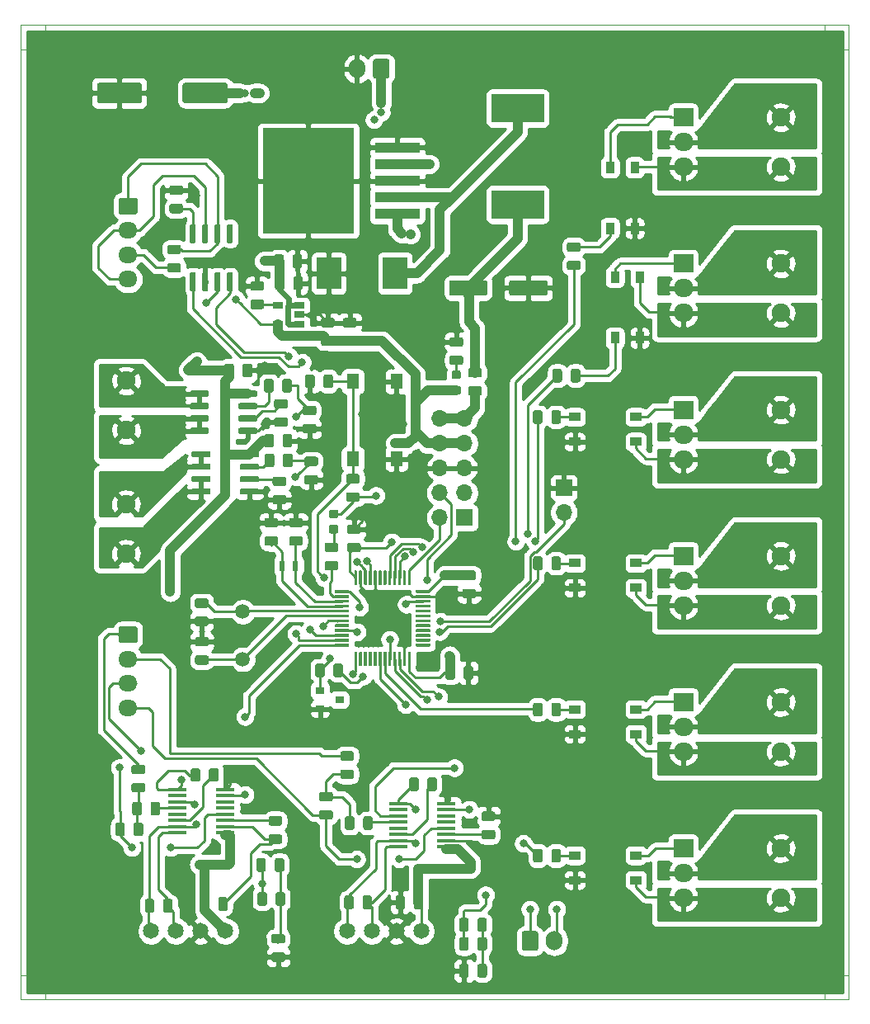
<source format=gbr>
G04 #@! TF.GenerationSoftware,KiCad,Pcbnew,(5.1.5)-3*
G04 #@! TF.CreationDate,2020-02-13T11:13:52+01:00*
G04 #@! TF.ProjectId,Studienarbeit,53747564-6965-46e6-9172-626569742e6b,rev?*
G04 #@! TF.SameCoordinates,Original*
G04 #@! TF.FileFunction,Copper,L1,Top*
G04 #@! TF.FilePolarity,Positive*
%FSLAX46Y46*%
G04 Gerber Fmt 4.6, Leading zero omitted, Abs format (unit mm)*
G04 Created by KiCad (PCBNEW (5.1.5)-3) date 2020-02-13 11:13:52*
%MOMM*%
%LPD*%
G04 APERTURE LIST*
%ADD10C,0.050000*%
%ADD11R,0.600000X1.100000*%
%ADD12C,1.500000*%
%ADD13R,2.500000X3.300000*%
%ADD14R,5.400000X2.900000*%
%ADD15C,0.150000*%
%ADD16O,2.000000X1.905000*%
%ADD17R,2.000000X1.905000*%
%ADD18O,1.700000X1.700000*%
%ADD19R,1.700000X1.700000*%
%ADD20C,1.651000*%
%ADD21O,1.700000X2.000000*%
%ADD22R,1.150000X0.900000*%
%ADD23C,1.905000*%
%ADD24R,0.900000X1.150000*%
%ADD25R,1.969999X0.364800*%
%ADD26R,4.600000X1.100000*%
%ADD27R,9.400000X10.800000*%
%ADD28R,0.900000X0.800000*%
%ADD29R,1.060000X0.650000*%
%ADD30R,1.300000X1.550000*%
%ADD31O,1.950000X1.700000*%
%ADD32C,0.800000*%
%ADD33C,0.250000*%
%ADD34C,1.000000*%
%ADD35C,0.600000*%
%ADD36C,0.254000*%
G04 APERTURE END LIST*
D10*
X149166666Y-131500000D02*
G75*
G03X149166666Y-131500000I-1666666J0D01*
G01*
X145000000Y-131500000D02*
X150000000Y-131500000D01*
X147500000Y-129000000D02*
X147500000Y-134000000D01*
X229166666Y-36500000D02*
G75*
G03X229166666Y-36500000I-1666666J0D01*
G01*
X225000000Y-36500000D02*
X230000000Y-36500000D01*
X227500000Y-34000000D02*
X227500000Y-39000000D01*
X145000000Y-34000000D02*
X145000000Y-134000000D01*
X149166666Y-36500000D02*
G75*
G03X149166666Y-36500000I-1666666J0D01*
G01*
X145000000Y-36500000D02*
X150000000Y-36500000D01*
X147500000Y-34000000D02*
X147500000Y-39000000D01*
X229166666Y-131500000D02*
G75*
G03X229166666Y-131500000I-1666666J0D01*
G01*
X225000000Y-131500000D02*
X230000000Y-131500000D01*
X227500000Y-129000000D02*
X227500000Y-134000000D01*
X230000000Y-34000000D02*
X145000000Y-34000000D01*
X230000000Y-134000000D02*
X145000000Y-134000000D01*
X230000000Y-34000000D02*
X230000000Y-134000000D01*
D11*
X173200000Y-89500000D03*
X171800000Y-89500000D03*
D12*
X167760000Y-99110000D03*
X167760000Y-94230000D03*
D13*
X176600000Y-59500000D03*
X183400000Y-59500000D03*
D14*
X196000000Y-42550000D03*
X196000000Y-52450000D03*
G04 #@! TA.AperFunction,SMDPad,CuDef*
D15*
G36*
X198824504Y-60201204D02*
G01*
X198848773Y-60204804D01*
X198872571Y-60210765D01*
X198895671Y-60219030D01*
X198917849Y-60229520D01*
X198938893Y-60242133D01*
X198958598Y-60256747D01*
X198976777Y-60273223D01*
X198993253Y-60291402D01*
X199007867Y-60311107D01*
X199020480Y-60332151D01*
X199030970Y-60354329D01*
X199039235Y-60377429D01*
X199045196Y-60401227D01*
X199048796Y-60425496D01*
X199050000Y-60450000D01*
X199050000Y-61550000D01*
X199048796Y-61574504D01*
X199045196Y-61598773D01*
X199039235Y-61622571D01*
X199030970Y-61645671D01*
X199020480Y-61667849D01*
X199007867Y-61688893D01*
X198993253Y-61708598D01*
X198976777Y-61726777D01*
X198958598Y-61743253D01*
X198938893Y-61757867D01*
X198917849Y-61770480D01*
X198895671Y-61780970D01*
X198872571Y-61789235D01*
X198848773Y-61795196D01*
X198824504Y-61798796D01*
X198800000Y-61800000D01*
X195375000Y-61800000D01*
X195350496Y-61798796D01*
X195326227Y-61795196D01*
X195302429Y-61789235D01*
X195279329Y-61780970D01*
X195257151Y-61770480D01*
X195236107Y-61757867D01*
X195216402Y-61743253D01*
X195198223Y-61726777D01*
X195181747Y-61708598D01*
X195167133Y-61688893D01*
X195154520Y-61667849D01*
X195144030Y-61645671D01*
X195135765Y-61622571D01*
X195129804Y-61598773D01*
X195126204Y-61574504D01*
X195125000Y-61550000D01*
X195125000Y-60450000D01*
X195126204Y-60425496D01*
X195129804Y-60401227D01*
X195135765Y-60377429D01*
X195144030Y-60354329D01*
X195154520Y-60332151D01*
X195167133Y-60311107D01*
X195181747Y-60291402D01*
X195198223Y-60273223D01*
X195216402Y-60256747D01*
X195236107Y-60242133D01*
X195257151Y-60229520D01*
X195279329Y-60219030D01*
X195302429Y-60210765D01*
X195326227Y-60204804D01*
X195350496Y-60201204D01*
X195375000Y-60200000D01*
X198800000Y-60200000D01*
X198824504Y-60201204D01*
G37*
G04 #@! TD.AperFunction*
G04 #@! TA.AperFunction,SMDPad,CuDef*
G36*
X192649504Y-60201204D02*
G01*
X192673773Y-60204804D01*
X192697571Y-60210765D01*
X192720671Y-60219030D01*
X192742849Y-60229520D01*
X192763893Y-60242133D01*
X192783598Y-60256747D01*
X192801777Y-60273223D01*
X192818253Y-60291402D01*
X192832867Y-60311107D01*
X192845480Y-60332151D01*
X192855970Y-60354329D01*
X192864235Y-60377429D01*
X192870196Y-60401227D01*
X192873796Y-60425496D01*
X192875000Y-60450000D01*
X192875000Y-61550000D01*
X192873796Y-61574504D01*
X192870196Y-61598773D01*
X192864235Y-61622571D01*
X192855970Y-61645671D01*
X192845480Y-61667849D01*
X192832867Y-61688893D01*
X192818253Y-61708598D01*
X192801777Y-61726777D01*
X192783598Y-61743253D01*
X192763893Y-61757867D01*
X192742849Y-61770480D01*
X192720671Y-61780970D01*
X192697571Y-61789235D01*
X192673773Y-61795196D01*
X192649504Y-61798796D01*
X192625000Y-61800000D01*
X189200000Y-61800000D01*
X189175496Y-61798796D01*
X189151227Y-61795196D01*
X189127429Y-61789235D01*
X189104329Y-61780970D01*
X189082151Y-61770480D01*
X189061107Y-61757867D01*
X189041402Y-61743253D01*
X189023223Y-61726777D01*
X189006747Y-61708598D01*
X188992133Y-61688893D01*
X188979520Y-61667849D01*
X188969030Y-61645671D01*
X188960765Y-61622571D01*
X188954804Y-61598773D01*
X188951204Y-61574504D01*
X188950000Y-61550000D01*
X188950000Y-60450000D01*
X188951204Y-60425496D01*
X188954804Y-60401227D01*
X188960765Y-60377429D01*
X188969030Y-60354329D01*
X188979520Y-60332151D01*
X188992133Y-60311107D01*
X189006747Y-60291402D01*
X189023223Y-60273223D01*
X189041402Y-60256747D01*
X189061107Y-60242133D01*
X189082151Y-60229520D01*
X189104329Y-60219030D01*
X189127429Y-60210765D01*
X189151227Y-60204804D01*
X189175496Y-60201204D01*
X189200000Y-60200000D01*
X192625000Y-60200000D01*
X192649504Y-60201204D01*
G37*
G04 #@! TD.AperFunction*
D16*
X213000000Y-48580000D03*
X213000000Y-46040000D03*
D17*
X213000000Y-43500000D03*
D16*
X213000000Y-63580000D03*
X213000000Y-61040000D03*
D17*
X213000000Y-58500000D03*
D16*
X213000000Y-78580000D03*
X213000000Y-76040000D03*
D17*
X213000000Y-73500000D03*
D16*
X213000000Y-93580000D03*
X213000000Y-91040000D03*
D17*
X213000000Y-88500000D03*
D16*
X213000000Y-108580000D03*
X213000000Y-106040000D03*
D17*
X213000000Y-103500000D03*
D16*
X213000000Y-123580000D03*
X213000000Y-121040000D03*
D17*
X213000000Y-118500000D03*
D18*
X200750000Y-84040000D03*
D19*
X200750000Y-81500000D03*
G04 #@! TA.AperFunction,SMDPad,CuDef*
D15*
G36*
X157174504Y-39951204D02*
G01*
X157198773Y-39954804D01*
X157222571Y-39960765D01*
X157245671Y-39969030D01*
X157267849Y-39979520D01*
X157288893Y-39992133D01*
X157308598Y-40006747D01*
X157326777Y-40023223D01*
X157343253Y-40041402D01*
X157357867Y-40061107D01*
X157370480Y-40082151D01*
X157380970Y-40104329D01*
X157389235Y-40127429D01*
X157395196Y-40151227D01*
X157398796Y-40175496D01*
X157400000Y-40200000D01*
X157400000Y-41800000D01*
X157398796Y-41824504D01*
X157395196Y-41848773D01*
X157389235Y-41872571D01*
X157380970Y-41895671D01*
X157370480Y-41917849D01*
X157357867Y-41938893D01*
X157343253Y-41958598D01*
X157326777Y-41976777D01*
X157308598Y-41993253D01*
X157288893Y-42007867D01*
X157267849Y-42020480D01*
X157245671Y-42030970D01*
X157222571Y-42039235D01*
X157198773Y-42045196D01*
X157174504Y-42048796D01*
X157150000Y-42050000D01*
X153050000Y-42050000D01*
X153025496Y-42048796D01*
X153001227Y-42045196D01*
X152977429Y-42039235D01*
X152954329Y-42030970D01*
X152932151Y-42020480D01*
X152911107Y-42007867D01*
X152891402Y-41993253D01*
X152873223Y-41976777D01*
X152856747Y-41958598D01*
X152842133Y-41938893D01*
X152829520Y-41917849D01*
X152819030Y-41895671D01*
X152810765Y-41872571D01*
X152804804Y-41848773D01*
X152801204Y-41824504D01*
X152800000Y-41800000D01*
X152800000Y-40200000D01*
X152801204Y-40175496D01*
X152804804Y-40151227D01*
X152810765Y-40127429D01*
X152819030Y-40104329D01*
X152829520Y-40082151D01*
X152842133Y-40061107D01*
X152856747Y-40041402D01*
X152873223Y-40023223D01*
X152891402Y-40006747D01*
X152911107Y-39992133D01*
X152932151Y-39979520D01*
X152954329Y-39969030D01*
X152977429Y-39960765D01*
X153001227Y-39954804D01*
X153025496Y-39951204D01*
X153050000Y-39950000D01*
X157150000Y-39950000D01*
X157174504Y-39951204D01*
G37*
G04 #@! TD.AperFunction*
G04 #@! TA.AperFunction,SMDPad,CuDef*
G36*
X165974504Y-39951204D02*
G01*
X165998773Y-39954804D01*
X166022571Y-39960765D01*
X166045671Y-39969030D01*
X166067849Y-39979520D01*
X166088893Y-39992133D01*
X166108598Y-40006747D01*
X166126777Y-40023223D01*
X166143253Y-40041402D01*
X166157867Y-40061107D01*
X166170480Y-40082151D01*
X166180970Y-40104329D01*
X166189235Y-40127429D01*
X166195196Y-40151227D01*
X166198796Y-40175496D01*
X166200000Y-40200000D01*
X166200000Y-41800000D01*
X166198796Y-41824504D01*
X166195196Y-41848773D01*
X166189235Y-41872571D01*
X166180970Y-41895671D01*
X166170480Y-41917849D01*
X166157867Y-41938893D01*
X166143253Y-41958598D01*
X166126777Y-41976777D01*
X166108598Y-41993253D01*
X166088893Y-42007867D01*
X166067849Y-42020480D01*
X166045671Y-42030970D01*
X166022571Y-42039235D01*
X165998773Y-42045196D01*
X165974504Y-42048796D01*
X165950000Y-42050000D01*
X161850000Y-42050000D01*
X161825496Y-42048796D01*
X161801227Y-42045196D01*
X161777429Y-42039235D01*
X161754329Y-42030970D01*
X161732151Y-42020480D01*
X161711107Y-42007867D01*
X161691402Y-41993253D01*
X161673223Y-41976777D01*
X161656747Y-41958598D01*
X161642133Y-41938893D01*
X161629520Y-41917849D01*
X161619030Y-41895671D01*
X161610765Y-41872571D01*
X161604804Y-41848773D01*
X161601204Y-41824504D01*
X161600000Y-41800000D01*
X161600000Y-40200000D01*
X161601204Y-40175496D01*
X161604804Y-40151227D01*
X161610765Y-40127429D01*
X161619030Y-40104329D01*
X161629520Y-40082151D01*
X161642133Y-40061107D01*
X161656747Y-40041402D01*
X161673223Y-40023223D01*
X161691402Y-40006747D01*
X161711107Y-39992133D01*
X161732151Y-39979520D01*
X161754329Y-39969030D01*
X161777429Y-39960765D01*
X161801227Y-39954804D01*
X161825496Y-39951204D01*
X161850000Y-39950000D01*
X165950000Y-39950000D01*
X165974504Y-39951204D01*
G37*
G04 #@! TD.AperFunction*
G04 #@! TA.AperFunction,SMDPad,CuDef*
G36*
X192100142Y-71088674D02*
G01*
X192123803Y-71092184D01*
X192147007Y-71097996D01*
X192169529Y-71106054D01*
X192191153Y-71116282D01*
X192211670Y-71128579D01*
X192230883Y-71142829D01*
X192248607Y-71158893D01*
X192264671Y-71176617D01*
X192278921Y-71195830D01*
X192291218Y-71216347D01*
X192301446Y-71237971D01*
X192309504Y-71260493D01*
X192315316Y-71283697D01*
X192318826Y-71307358D01*
X192320000Y-71331250D01*
X192320000Y-71818750D01*
X192318826Y-71842642D01*
X192315316Y-71866303D01*
X192309504Y-71889507D01*
X192301446Y-71912029D01*
X192291218Y-71933653D01*
X192278921Y-71954170D01*
X192264671Y-71973383D01*
X192248607Y-71991107D01*
X192230883Y-72007171D01*
X192211670Y-72021421D01*
X192191153Y-72033718D01*
X192169529Y-72043946D01*
X192147007Y-72052004D01*
X192123803Y-72057816D01*
X192100142Y-72061326D01*
X192076250Y-72062500D01*
X191163750Y-72062500D01*
X191139858Y-72061326D01*
X191116197Y-72057816D01*
X191092993Y-72052004D01*
X191070471Y-72043946D01*
X191048847Y-72033718D01*
X191028330Y-72021421D01*
X191009117Y-72007171D01*
X190991393Y-71991107D01*
X190975329Y-71973383D01*
X190961079Y-71954170D01*
X190948782Y-71933653D01*
X190938554Y-71912029D01*
X190930496Y-71889507D01*
X190924684Y-71866303D01*
X190921174Y-71842642D01*
X190920000Y-71818750D01*
X190920000Y-71331250D01*
X190921174Y-71307358D01*
X190924684Y-71283697D01*
X190930496Y-71260493D01*
X190938554Y-71237971D01*
X190948782Y-71216347D01*
X190961079Y-71195830D01*
X190975329Y-71176617D01*
X190991393Y-71158893D01*
X191009117Y-71142829D01*
X191028330Y-71128579D01*
X191048847Y-71116282D01*
X191070471Y-71106054D01*
X191092993Y-71097996D01*
X191116197Y-71092184D01*
X191139858Y-71088674D01*
X191163750Y-71087500D01*
X192076250Y-71087500D01*
X192100142Y-71088674D01*
G37*
G04 #@! TD.AperFunction*
G04 #@! TA.AperFunction,SMDPad,CuDef*
G36*
X192100142Y-69213674D02*
G01*
X192123803Y-69217184D01*
X192147007Y-69222996D01*
X192169529Y-69231054D01*
X192191153Y-69241282D01*
X192211670Y-69253579D01*
X192230883Y-69267829D01*
X192248607Y-69283893D01*
X192264671Y-69301617D01*
X192278921Y-69320830D01*
X192291218Y-69341347D01*
X192301446Y-69362971D01*
X192309504Y-69385493D01*
X192315316Y-69408697D01*
X192318826Y-69432358D01*
X192320000Y-69456250D01*
X192320000Y-69943750D01*
X192318826Y-69967642D01*
X192315316Y-69991303D01*
X192309504Y-70014507D01*
X192301446Y-70037029D01*
X192291218Y-70058653D01*
X192278921Y-70079170D01*
X192264671Y-70098383D01*
X192248607Y-70116107D01*
X192230883Y-70132171D01*
X192211670Y-70146421D01*
X192191153Y-70158718D01*
X192169529Y-70168946D01*
X192147007Y-70177004D01*
X192123803Y-70182816D01*
X192100142Y-70186326D01*
X192076250Y-70187500D01*
X191163750Y-70187500D01*
X191139858Y-70186326D01*
X191116197Y-70182816D01*
X191092993Y-70177004D01*
X191070471Y-70168946D01*
X191048847Y-70158718D01*
X191028330Y-70146421D01*
X191009117Y-70132171D01*
X190991393Y-70116107D01*
X190975329Y-70098383D01*
X190961079Y-70079170D01*
X190948782Y-70058653D01*
X190938554Y-70037029D01*
X190930496Y-70014507D01*
X190924684Y-69991303D01*
X190921174Y-69967642D01*
X190920000Y-69943750D01*
X190920000Y-69456250D01*
X190921174Y-69432358D01*
X190924684Y-69408697D01*
X190930496Y-69385493D01*
X190938554Y-69362971D01*
X190948782Y-69341347D01*
X190961079Y-69320830D01*
X190975329Y-69301617D01*
X190991393Y-69283893D01*
X191009117Y-69267829D01*
X191028330Y-69253579D01*
X191048847Y-69241282D01*
X191070471Y-69231054D01*
X191092993Y-69222996D01*
X191116197Y-69217184D01*
X191139858Y-69213674D01*
X191163750Y-69212500D01*
X192076250Y-69212500D01*
X192100142Y-69213674D01*
G37*
G04 #@! TD.AperFunction*
D20*
X166000000Y-126999999D03*
X163460000Y-126999999D03*
X160920000Y-126999999D03*
X158380000Y-126999999D03*
D18*
X187990000Y-74410000D03*
X190530000Y-74410000D03*
X187990000Y-76950000D03*
X190530000Y-76950000D03*
X187990000Y-79490000D03*
X190530000Y-79490000D03*
X187990000Y-82030000D03*
X190530000Y-82030000D03*
X187990000Y-84570000D03*
D19*
X190530000Y-84570000D03*
D21*
X199750000Y-128000000D03*
G04 #@! TA.AperFunction,ComponentPad*
D15*
G36*
X197874504Y-127001204D02*
G01*
X197898773Y-127004804D01*
X197922571Y-127010765D01*
X197945671Y-127019030D01*
X197967849Y-127029520D01*
X197988893Y-127042133D01*
X198008598Y-127056747D01*
X198026777Y-127073223D01*
X198043253Y-127091402D01*
X198057867Y-127111107D01*
X198070480Y-127132151D01*
X198080970Y-127154329D01*
X198089235Y-127177429D01*
X198095196Y-127201227D01*
X198098796Y-127225496D01*
X198100000Y-127250000D01*
X198100000Y-128750000D01*
X198098796Y-128774504D01*
X198095196Y-128798773D01*
X198089235Y-128822571D01*
X198080970Y-128845671D01*
X198070480Y-128867849D01*
X198057867Y-128888893D01*
X198043253Y-128908598D01*
X198026777Y-128926777D01*
X198008598Y-128943253D01*
X197988893Y-128957867D01*
X197967849Y-128970480D01*
X197945671Y-128980970D01*
X197922571Y-128989235D01*
X197898773Y-128995196D01*
X197874504Y-128998796D01*
X197850000Y-129000000D01*
X196650000Y-129000000D01*
X196625496Y-128998796D01*
X196601227Y-128995196D01*
X196577429Y-128989235D01*
X196554329Y-128980970D01*
X196532151Y-128970480D01*
X196511107Y-128957867D01*
X196491402Y-128943253D01*
X196473223Y-128926777D01*
X196456747Y-128908598D01*
X196442133Y-128888893D01*
X196429520Y-128867849D01*
X196419030Y-128845671D01*
X196410765Y-128822571D01*
X196404804Y-128798773D01*
X196401204Y-128774504D01*
X196400000Y-128750000D01*
X196400000Y-127250000D01*
X196401204Y-127225496D01*
X196404804Y-127201227D01*
X196410765Y-127177429D01*
X196419030Y-127154329D01*
X196429520Y-127132151D01*
X196442133Y-127111107D01*
X196456747Y-127091402D01*
X196473223Y-127073223D01*
X196491402Y-127056747D01*
X196511107Y-127042133D01*
X196532151Y-127029520D01*
X196554329Y-127019030D01*
X196577429Y-127010765D01*
X196601227Y-127004804D01*
X196625496Y-127001204D01*
X196650000Y-127000000D01*
X197850000Y-127000000D01*
X197874504Y-127001204D01*
G37*
G04 #@! TD.AperFunction*
D22*
X201875000Y-91770000D03*
X208125000Y-91770000D03*
X201875000Y-89230000D03*
X208125000Y-89230000D03*
D23*
X155775000Y-83200000D03*
X155775000Y-88280000D03*
X155800000Y-70525000D03*
X155800000Y-75605000D03*
D22*
X201875000Y-106770000D03*
X208125000Y-106770000D03*
X201875000Y-104230000D03*
X208125000Y-104230000D03*
D23*
X223000000Y-43500000D03*
X223000000Y-48580000D03*
X223000000Y-73500000D03*
X223000000Y-78580000D03*
X223000000Y-58500000D03*
X223000000Y-63580000D03*
X223000000Y-88500000D03*
X223000000Y-93580000D03*
X223000000Y-103500000D03*
X223000000Y-108580000D03*
X223000000Y-118500000D03*
X223000000Y-123580000D03*
G04 #@! TA.AperFunction,SMDPad,CuDef*
D15*
G36*
X177387691Y-83746053D02*
G01*
X177408926Y-83749203D01*
X177429750Y-83754419D01*
X177449962Y-83761651D01*
X177469368Y-83770830D01*
X177487781Y-83781866D01*
X177505024Y-83794654D01*
X177520930Y-83809070D01*
X177535346Y-83824976D01*
X177548134Y-83842219D01*
X177559170Y-83860632D01*
X177568349Y-83880038D01*
X177575581Y-83900250D01*
X177580797Y-83921074D01*
X177583947Y-83942309D01*
X177585000Y-83963750D01*
X177585000Y-84401250D01*
X177583947Y-84422691D01*
X177580797Y-84443926D01*
X177575581Y-84464750D01*
X177568349Y-84484962D01*
X177559170Y-84504368D01*
X177548134Y-84522781D01*
X177535346Y-84540024D01*
X177520930Y-84555930D01*
X177505024Y-84570346D01*
X177487781Y-84583134D01*
X177469368Y-84594170D01*
X177449962Y-84603349D01*
X177429750Y-84610581D01*
X177408926Y-84615797D01*
X177387691Y-84618947D01*
X177366250Y-84620000D01*
X176853750Y-84620000D01*
X176832309Y-84618947D01*
X176811074Y-84615797D01*
X176790250Y-84610581D01*
X176770038Y-84603349D01*
X176750632Y-84594170D01*
X176732219Y-84583134D01*
X176714976Y-84570346D01*
X176699070Y-84555930D01*
X176684654Y-84540024D01*
X176671866Y-84522781D01*
X176660830Y-84504368D01*
X176651651Y-84484962D01*
X176644419Y-84464750D01*
X176639203Y-84443926D01*
X176636053Y-84422691D01*
X176635000Y-84401250D01*
X176635000Y-83963750D01*
X176636053Y-83942309D01*
X176639203Y-83921074D01*
X176644419Y-83900250D01*
X176651651Y-83880038D01*
X176660830Y-83860632D01*
X176671866Y-83842219D01*
X176684654Y-83824976D01*
X176699070Y-83809070D01*
X176714976Y-83794654D01*
X176732219Y-83781866D01*
X176750632Y-83770830D01*
X176770038Y-83761651D01*
X176790250Y-83754419D01*
X176811074Y-83749203D01*
X176832309Y-83746053D01*
X176853750Y-83745000D01*
X177366250Y-83745000D01*
X177387691Y-83746053D01*
G37*
G04 #@! TD.AperFunction*
G04 #@! TA.AperFunction,SMDPad,CuDef*
G36*
X177387691Y-85321053D02*
G01*
X177408926Y-85324203D01*
X177429750Y-85329419D01*
X177449962Y-85336651D01*
X177469368Y-85345830D01*
X177487781Y-85356866D01*
X177505024Y-85369654D01*
X177520930Y-85384070D01*
X177535346Y-85399976D01*
X177548134Y-85417219D01*
X177559170Y-85435632D01*
X177568349Y-85455038D01*
X177575581Y-85475250D01*
X177580797Y-85496074D01*
X177583947Y-85517309D01*
X177585000Y-85538750D01*
X177585000Y-85976250D01*
X177583947Y-85997691D01*
X177580797Y-86018926D01*
X177575581Y-86039750D01*
X177568349Y-86059962D01*
X177559170Y-86079368D01*
X177548134Y-86097781D01*
X177535346Y-86115024D01*
X177520930Y-86130930D01*
X177505024Y-86145346D01*
X177487781Y-86158134D01*
X177469368Y-86169170D01*
X177449962Y-86178349D01*
X177429750Y-86185581D01*
X177408926Y-86190797D01*
X177387691Y-86193947D01*
X177366250Y-86195000D01*
X176853750Y-86195000D01*
X176832309Y-86193947D01*
X176811074Y-86190797D01*
X176790250Y-86185581D01*
X176770038Y-86178349D01*
X176750632Y-86169170D01*
X176732219Y-86158134D01*
X176714976Y-86145346D01*
X176699070Y-86130930D01*
X176684654Y-86115024D01*
X176671866Y-86097781D01*
X176660830Y-86079368D01*
X176651651Y-86059962D01*
X176644419Y-86039750D01*
X176639203Y-86018926D01*
X176636053Y-85997691D01*
X176635000Y-85976250D01*
X176635000Y-85538750D01*
X176636053Y-85517309D01*
X176639203Y-85496074D01*
X176644419Y-85475250D01*
X176651651Y-85455038D01*
X176660830Y-85435632D01*
X176671866Y-85417219D01*
X176684654Y-85399976D01*
X176699070Y-85384070D01*
X176714976Y-85369654D01*
X176732219Y-85356866D01*
X176750632Y-85345830D01*
X176770038Y-85336651D01*
X176790250Y-85329419D01*
X176811074Y-85324203D01*
X176832309Y-85321053D01*
X176853750Y-85320000D01*
X177366250Y-85320000D01*
X177387691Y-85321053D01*
G37*
G04 #@! TD.AperFunction*
G04 #@! TA.AperFunction,SMDPad,CuDef*
G36*
X179020142Y-115211174D02*
G01*
X179043803Y-115214684D01*
X179067007Y-115220496D01*
X179089529Y-115228554D01*
X179111153Y-115238782D01*
X179131670Y-115251079D01*
X179150883Y-115265329D01*
X179168607Y-115281393D01*
X179184671Y-115299117D01*
X179198921Y-115318330D01*
X179211218Y-115338847D01*
X179221446Y-115360471D01*
X179229504Y-115382993D01*
X179235316Y-115406197D01*
X179238826Y-115429858D01*
X179240000Y-115453750D01*
X179240000Y-116366250D01*
X179238826Y-116390142D01*
X179235316Y-116413803D01*
X179229504Y-116437007D01*
X179221446Y-116459529D01*
X179211218Y-116481153D01*
X179198921Y-116501670D01*
X179184671Y-116520883D01*
X179168607Y-116538607D01*
X179150883Y-116554671D01*
X179131670Y-116568921D01*
X179111153Y-116581218D01*
X179089529Y-116591446D01*
X179067007Y-116599504D01*
X179043803Y-116605316D01*
X179020142Y-116608826D01*
X178996250Y-116610000D01*
X178508750Y-116610000D01*
X178484858Y-116608826D01*
X178461197Y-116605316D01*
X178437993Y-116599504D01*
X178415471Y-116591446D01*
X178393847Y-116581218D01*
X178373330Y-116568921D01*
X178354117Y-116554671D01*
X178336393Y-116538607D01*
X178320329Y-116520883D01*
X178306079Y-116501670D01*
X178293782Y-116481153D01*
X178283554Y-116459529D01*
X178275496Y-116437007D01*
X178269684Y-116413803D01*
X178266174Y-116390142D01*
X178265000Y-116366250D01*
X178265000Y-115453750D01*
X178266174Y-115429858D01*
X178269684Y-115406197D01*
X178275496Y-115382993D01*
X178283554Y-115360471D01*
X178293782Y-115338847D01*
X178306079Y-115318330D01*
X178320329Y-115299117D01*
X178336393Y-115281393D01*
X178354117Y-115265329D01*
X178373330Y-115251079D01*
X178393847Y-115238782D01*
X178415471Y-115228554D01*
X178437993Y-115220496D01*
X178461197Y-115214684D01*
X178484858Y-115211174D01*
X178508750Y-115210000D01*
X178996250Y-115210000D01*
X179020142Y-115211174D01*
G37*
G04 #@! TD.AperFunction*
G04 #@! TA.AperFunction,SMDPad,CuDef*
G36*
X180895142Y-115211174D02*
G01*
X180918803Y-115214684D01*
X180942007Y-115220496D01*
X180964529Y-115228554D01*
X180986153Y-115238782D01*
X181006670Y-115251079D01*
X181025883Y-115265329D01*
X181043607Y-115281393D01*
X181059671Y-115299117D01*
X181073921Y-115318330D01*
X181086218Y-115338847D01*
X181096446Y-115360471D01*
X181104504Y-115382993D01*
X181110316Y-115406197D01*
X181113826Y-115429858D01*
X181115000Y-115453750D01*
X181115000Y-116366250D01*
X181113826Y-116390142D01*
X181110316Y-116413803D01*
X181104504Y-116437007D01*
X181096446Y-116459529D01*
X181086218Y-116481153D01*
X181073921Y-116501670D01*
X181059671Y-116520883D01*
X181043607Y-116538607D01*
X181025883Y-116554671D01*
X181006670Y-116568921D01*
X180986153Y-116581218D01*
X180964529Y-116591446D01*
X180942007Y-116599504D01*
X180918803Y-116605316D01*
X180895142Y-116608826D01*
X180871250Y-116610000D01*
X180383750Y-116610000D01*
X180359858Y-116608826D01*
X180336197Y-116605316D01*
X180312993Y-116599504D01*
X180290471Y-116591446D01*
X180268847Y-116581218D01*
X180248330Y-116568921D01*
X180229117Y-116554671D01*
X180211393Y-116538607D01*
X180195329Y-116520883D01*
X180181079Y-116501670D01*
X180168782Y-116481153D01*
X180158554Y-116459529D01*
X180150496Y-116437007D01*
X180144684Y-116413803D01*
X180141174Y-116390142D01*
X180140000Y-116366250D01*
X180140000Y-115453750D01*
X180141174Y-115429858D01*
X180144684Y-115406197D01*
X180150496Y-115382993D01*
X180158554Y-115360471D01*
X180168782Y-115338847D01*
X180181079Y-115318330D01*
X180195329Y-115299117D01*
X180211393Y-115281393D01*
X180229117Y-115265329D01*
X180248330Y-115251079D01*
X180268847Y-115238782D01*
X180290471Y-115228554D01*
X180312993Y-115220496D01*
X180336197Y-115214684D01*
X180359858Y-115211174D01*
X180383750Y-115210000D01*
X180871250Y-115210000D01*
X180895142Y-115211174D01*
G37*
G04 #@! TD.AperFunction*
G04 #@! TA.AperFunction,SMDPad,CuDef*
G36*
X198330142Y-103551174D02*
G01*
X198353803Y-103554684D01*
X198377007Y-103560496D01*
X198399529Y-103568554D01*
X198421153Y-103578782D01*
X198441670Y-103591079D01*
X198460883Y-103605329D01*
X198478607Y-103621393D01*
X198494671Y-103639117D01*
X198508921Y-103658330D01*
X198521218Y-103678847D01*
X198531446Y-103700471D01*
X198539504Y-103722993D01*
X198545316Y-103746197D01*
X198548826Y-103769858D01*
X198550000Y-103793750D01*
X198550000Y-104706250D01*
X198548826Y-104730142D01*
X198545316Y-104753803D01*
X198539504Y-104777007D01*
X198531446Y-104799529D01*
X198521218Y-104821153D01*
X198508921Y-104841670D01*
X198494671Y-104860883D01*
X198478607Y-104878607D01*
X198460883Y-104894671D01*
X198441670Y-104908921D01*
X198421153Y-104921218D01*
X198399529Y-104931446D01*
X198377007Y-104939504D01*
X198353803Y-104945316D01*
X198330142Y-104948826D01*
X198306250Y-104950000D01*
X197818750Y-104950000D01*
X197794858Y-104948826D01*
X197771197Y-104945316D01*
X197747993Y-104939504D01*
X197725471Y-104931446D01*
X197703847Y-104921218D01*
X197683330Y-104908921D01*
X197664117Y-104894671D01*
X197646393Y-104878607D01*
X197630329Y-104860883D01*
X197616079Y-104841670D01*
X197603782Y-104821153D01*
X197593554Y-104799529D01*
X197585496Y-104777007D01*
X197579684Y-104753803D01*
X197576174Y-104730142D01*
X197575000Y-104706250D01*
X197575000Y-103793750D01*
X197576174Y-103769858D01*
X197579684Y-103746197D01*
X197585496Y-103722993D01*
X197593554Y-103700471D01*
X197603782Y-103678847D01*
X197616079Y-103658330D01*
X197630329Y-103639117D01*
X197646393Y-103621393D01*
X197664117Y-103605329D01*
X197683330Y-103591079D01*
X197703847Y-103578782D01*
X197725471Y-103568554D01*
X197747993Y-103560496D01*
X197771197Y-103554684D01*
X197794858Y-103551174D01*
X197818750Y-103550000D01*
X198306250Y-103550000D01*
X198330142Y-103551174D01*
G37*
G04 #@! TD.AperFunction*
G04 #@! TA.AperFunction,SMDPad,CuDef*
G36*
X200205142Y-103551174D02*
G01*
X200228803Y-103554684D01*
X200252007Y-103560496D01*
X200274529Y-103568554D01*
X200296153Y-103578782D01*
X200316670Y-103591079D01*
X200335883Y-103605329D01*
X200353607Y-103621393D01*
X200369671Y-103639117D01*
X200383921Y-103658330D01*
X200396218Y-103678847D01*
X200406446Y-103700471D01*
X200414504Y-103722993D01*
X200420316Y-103746197D01*
X200423826Y-103769858D01*
X200425000Y-103793750D01*
X200425000Y-104706250D01*
X200423826Y-104730142D01*
X200420316Y-104753803D01*
X200414504Y-104777007D01*
X200406446Y-104799529D01*
X200396218Y-104821153D01*
X200383921Y-104841670D01*
X200369671Y-104860883D01*
X200353607Y-104878607D01*
X200335883Y-104894671D01*
X200316670Y-104908921D01*
X200296153Y-104921218D01*
X200274529Y-104931446D01*
X200252007Y-104939504D01*
X200228803Y-104945316D01*
X200205142Y-104948826D01*
X200181250Y-104950000D01*
X199693750Y-104950000D01*
X199669858Y-104948826D01*
X199646197Y-104945316D01*
X199622993Y-104939504D01*
X199600471Y-104931446D01*
X199578847Y-104921218D01*
X199558330Y-104908921D01*
X199539117Y-104894671D01*
X199521393Y-104878607D01*
X199505329Y-104860883D01*
X199491079Y-104841670D01*
X199478782Y-104821153D01*
X199468554Y-104799529D01*
X199460496Y-104777007D01*
X199454684Y-104753803D01*
X199451174Y-104730142D01*
X199450000Y-104706250D01*
X199450000Y-103793750D01*
X199451174Y-103769858D01*
X199454684Y-103746197D01*
X199460496Y-103722993D01*
X199468554Y-103700471D01*
X199478782Y-103678847D01*
X199491079Y-103658330D01*
X199505329Y-103639117D01*
X199521393Y-103621393D01*
X199539117Y-103605329D01*
X199558330Y-103591079D01*
X199578847Y-103578782D01*
X199600471Y-103568554D01*
X199622993Y-103560496D01*
X199646197Y-103554684D01*
X199669858Y-103551174D01*
X199693750Y-103550000D01*
X200181250Y-103550000D01*
X200205142Y-103551174D01*
G37*
G04 #@! TD.AperFunction*
G04 #@! TA.AperFunction,SMDPad,CuDef*
G36*
X177350142Y-89011174D02*
G01*
X177373803Y-89014684D01*
X177397007Y-89020496D01*
X177419529Y-89028554D01*
X177441153Y-89038782D01*
X177461670Y-89051079D01*
X177480883Y-89065329D01*
X177498607Y-89081393D01*
X177514671Y-89099117D01*
X177528921Y-89118330D01*
X177541218Y-89138847D01*
X177551446Y-89160471D01*
X177559504Y-89182993D01*
X177565316Y-89206197D01*
X177568826Y-89229858D01*
X177570000Y-89253750D01*
X177570000Y-89741250D01*
X177568826Y-89765142D01*
X177565316Y-89788803D01*
X177559504Y-89812007D01*
X177551446Y-89834529D01*
X177541218Y-89856153D01*
X177528921Y-89876670D01*
X177514671Y-89895883D01*
X177498607Y-89913607D01*
X177480883Y-89929671D01*
X177461670Y-89943921D01*
X177441153Y-89956218D01*
X177419529Y-89966446D01*
X177397007Y-89974504D01*
X177373803Y-89980316D01*
X177350142Y-89983826D01*
X177326250Y-89985000D01*
X176413750Y-89985000D01*
X176389858Y-89983826D01*
X176366197Y-89980316D01*
X176342993Y-89974504D01*
X176320471Y-89966446D01*
X176298847Y-89956218D01*
X176278330Y-89943921D01*
X176259117Y-89929671D01*
X176241393Y-89913607D01*
X176225329Y-89895883D01*
X176211079Y-89876670D01*
X176198782Y-89856153D01*
X176188554Y-89834529D01*
X176180496Y-89812007D01*
X176174684Y-89788803D01*
X176171174Y-89765142D01*
X176170000Y-89741250D01*
X176170000Y-89253750D01*
X176171174Y-89229858D01*
X176174684Y-89206197D01*
X176180496Y-89182993D01*
X176188554Y-89160471D01*
X176198782Y-89138847D01*
X176211079Y-89118330D01*
X176225329Y-89099117D01*
X176241393Y-89081393D01*
X176259117Y-89065329D01*
X176278330Y-89051079D01*
X176298847Y-89038782D01*
X176320471Y-89028554D01*
X176342993Y-89020496D01*
X176366197Y-89014684D01*
X176389858Y-89011174D01*
X176413750Y-89010000D01*
X177326250Y-89010000D01*
X177350142Y-89011174D01*
G37*
G04 #@! TD.AperFunction*
G04 #@! TA.AperFunction,SMDPad,CuDef*
G36*
X177350142Y-87136174D02*
G01*
X177373803Y-87139684D01*
X177397007Y-87145496D01*
X177419529Y-87153554D01*
X177441153Y-87163782D01*
X177461670Y-87176079D01*
X177480883Y-87190329D01*
X177498607Y-87206393D01*
X177514671Y-87224117D01*
X177528921Y-87243330D01*
X177541218Y-87263847D01*
X177551446Y-87285471D01*
X177559504Y-87307993D01*
X177565316Y-87331197D01*
X177568826Y-87354858D01*
X177570000Y-87378750D01*
X177570000Y-87866250D01*
X177568826Y-87890142D01*
X177565316Y-87913803D01*
X177559504Y-87937007D01*
X177551446Y-87959529D01*
X177541218Y-87981153D01*
X177528921Y-88001670D01*
X177514671Y-88020883D01*
X177498607Y-88038607D01*
X177480883Y-88054671D01*
X177461670Y-88068921D01*
X177441153Y-88081218D01*
X177419529Y-88091446D01*
X177397007Y-88099504D01*
X177373803Y-88105316D01*
X177350142Y-88108826D01*
X177326250Y-88110000D01*
X176413750Y-88110000D01*
X176389858Y-88108826D01*
X176366197Y-88105316D01*
X176342993Y-88099504D01*
X176320471Y-88091446D01*
X176298847Y-88081218D01*
X176278330Y-88068921D01*
X176259117Y-88054671D01*
X176241393Y-88038607D01*
X176225329Y-88020883D01*
X176211079Y-88001670D01*
X176198782Y-87981153D01*
X176188554Y-87959529D01*
X176180496Y-87937007D01*
X176174684Y-87913803D01*
X176171174Y-87890142D01*
X176170000Y-87866250D01*
X176170000Y-87378750D01*
X176171174Y-87354858D01*
X176174684Y-87331197D01*
X176180496Y-87307993D01*
X176188554Y-87285471D01*
X176198782Y-87263847D01*
X176211079Y-87243330D01*
X176225329Y-87224117D01*
X176241393Y-87206393D01*
X176259117Y-87190329D01*
X176278330Y-87176079D01*
X176298847Y-87163782D01*
X176320471Y-87153554D01*
X176342993Y-87145496D01*
X176366197Y-87139684D01*
X176389858Y-87136174D01*
X176413750Y-87135000D01*
X177326250Y-87135000D01*
X177350142Y-87136174D01*
G37*
G04 #@! TD.AperFunction*
G04 #@! TA.AperFunction,SMDPad,CuDef*
G36*
X200330142Y-69301174D02*
G01*
X200353803Y-69304684D01*
X200377007Y-69310496D01*
X200399529Y-69318554D01*
X200421153Y-69328782D01*
X200441670Y-69341079D01*
X200460883Y-69355329D01*
X200478607Y-69371393D01*
X200494671Y-69389117D01*
X200508921Y-69408330D01*
X200521218Y-69428847D01*
X200531446Y-69450471D01*
X200539504Y-69472993D01*
X200545316Y-69496197D01*
X200548826Y-69519858D01*
X200550000Y-69543750D01*
X200550000Y-70456250D01*
X200548826Y-70480142D01*
X200545316Y-70503803D01*
X200539504Y-70527007D01*
X200531446Y-70549529D01*
X200521218Y-70571153D01*
X200508921Y-70591670D01*
X200494671Y-70610883D01*
X200478607Y-70628607D01*
X200460883Y-70644671D01*
X200441670Y-70658921D01*
X200421153Y-70671218D01*
X200399529Y-70681446D01*
X200377007Y-70689504D01*
X200353803Y-70695316D01*
X200330142Y-70698826D01*
X200306250Y-70700000D01*
X199818750Y-70700000D01*
X199794858Y-70698826D01*
X199771197Y-70695316D01*
X199747993Y-70689504D01*
X199725471Y-70681446D01*
X199703847Y-70671218D01*
X199683330Y-70658921D01*
X199664117Y-70644671D01*
X199646393Y-70628607D01*
X199630329Y-70610883D01*
X199616079Y-70591670D01*
X199603782Y-70571153D01*
X199593554Y-70549529D01*
X199585496Y-70527007D01*
X199579684Y-70503803D01*
X199576174Y-70480142D01*
X199575000Y-70456250D01*
X199575000Y-69543750D01*
X199576174Y-69519858D01*
X199579684Y-69496197D01*
X199585496Y-69472993D01*
X199593554Y-69450471D01*
X199603782Y-69428847D01*
X199616079Y-69408330D01*
X199630329Y-69389117D01*
X199646393Y-69371393D01*
X199664117Y-69355329D01*
X199683330Y-69341079D01*
X199703847Y-69328782D01*
X199725471Y-69318554D01*
X199747993Y-69310496D01*
X199771197Y-69304684D01*
X199794858Y-69301174D01*
X199818750Y-69300000D01*
X200306250Y-69300000D01*
X200330142Y-69301174D01*
G37*
G04 #@! TD.AperFunction*
G04 #@! TA.AperFunction,SMDPad,CuDef*
G36*
X202205142Y-69301174D02*
G01*
X202228803Y-69304684D01*
X202252007Y-69310496D01*
X202274529Y-69318554D01*
X202296153Y-69328782D01*
X202316670Y-69341079D01*
X202335883Y-69355329D01*
X202353607Y-69371393D01*
X202369671Y-69389117D01*
X202383921Y-69408330D01*
X202396218Y-69428847D01*
X202406446Y-69450471D01*
X202414504Y-69472993D01*
X202420316Y-69496197D01*
X202423826Y-69519858D01*
X202425000Y-69543750D01*
X202425000Y-70456250D01*
X202423826Y-70480142D01*
X202420316Y-70503803D01*
X202414504Y-70527007D01*
X202406446Y-70549529D01*
X202396218Y-70571153D01*
X202383921Y-70591670D01*
X202369671Y-70610883D01*
X202353607Y-70628607D01*
X202335883Y-70644671D01*
X202316670Y-70658921D01*
X202296153Y-70671218D01*
X202274529Y-70681446D01*
X202252007Y-70689504D01*
X202228803Y-70695316D01*
X202205142Y-70698826D01*
X202181250Y-70700000D01*
X201693750Y-70700000D01*
X201669858Y-70698826D01*
X201646197Y-70695316D01*
X201622993Y-70689504D01*
X201600471Y-70681446D01*
X201578847Y-70671218D01*
X201558330Y-70658921D01*
X201539117Y-70644671D01*
X201521393Y-70628607D01*
X201505329Y-70610883D01*
X201491079Y-70591670D01*
X201478782Y-70571153D01*
X201468554Y-70549529D01*
X201460496Y-70527007D01*
X201454684Y-70503803D01*
X201451174Y-70480142D01*
X201450000Y-70456250D01*
X201450000Y-69543750D01*
X201451174Y-69519858D01*
X201454684Y-69496197D01*
X201460496Y-69472993D01*
X201468554Y-69450471D01*
X201478782Y-69428847D01*
X201491079Y-69408330D01*
X201505329Y-69389117D01*
X201521393Y-69371393D01*
X201539117Y-69355329D01*
X201558330Y-69341079D01*
X201578847Y-69328782D01*
X201600471Y-69318554D01*
X201622993Y-69310496D01*
X201646197Y-69304684D01*
X201669858Y-69301174D01*
X201693750Y-69300000D01*
X202181250Y-69300000D01*
X202205142Y-69301174D01*
G37*
G04 #@! TD.AperFunction*
G04 #@! TA.AperFunction,SMDPad,CuDef*
G36*
X192625142Y-127601174D02*
G01*
X192648803Y-127604684D01*
X192672007Y-127610496D01*
X192694529Y-127618554D01*
X192716153Y-127628782D01*
X192736670Y-127641079D01*
X192755883Y-127655329D01*
X192773607Y-127671393D01*
X192789671Y-127689117D01*
X192803921Y-127708330D01*
X192816218Y-127728847D01*
X192826446Y-127750471D01*
X192834504Y-127772993D01*
X192840316Y-127796197D01*
X192843826Y-127819858D01*
X192845000Y-127843750D01*
X192845000Y-128756250D01*
X192843826Y-128780142D01*
X192840316Y-128803803D01*
X192834504Y-128827007D01*
X192826446Y-128849529D01*
X192816218Y-128871153D01*
X192803921Y-128891670D01*
X192789671Y-128910883D01*
X192773607Y-128928607D01*
X192755883Y-128944671D01*
X192736670Y-128958921D01*
X192716153Y-128971218D01*
X192694529Y-128981446D01*
X192672007Y-128989504D01*
X192648803Y-128995316D01*
X192625142Y-128998826D01*
X192601250Y-129000000D01*
X192113750Y-129000000D01*
X192089858Y-128998826D01*
X192066197Y-128995316D01*
X192042993Y-128989504D01*
X192020471Y-128981446D01*
X191998847Y-128971218D01*
X191978330Y-128958921D01*
X191959117Y-128944671D01*
X191941393Y-128928607D01*
X191925329Y-128910883D01*
X191911079Y-128891670D01*
X191898782Y-128871153D01*
X191888554Y-128849529D01*
X191880496Y-128827007D01*
X191874684Y-128803803D01*
X191871174Y-128780142D01*
X191870000Y-128756250D01*
X191870000Y-127843750D01*
X191871174Y-127819858D01*
X191874684Y-127796197D01*
X191880496Y-127772993D01*
X191888554Y-127750471D01*
X191898782Y-127728847D01*
X191911079Y-127708330D01*
X191925329Y-127689117D01*
X191941393Y-127671393D01*
X191959117Y-127655329D01*
X191978330Y-127641079D01*
X191998847Y-127628782D01*
X192020471Y-127618554D01*
X192042993Y-127610496D01*
X192066197Y-127604684D01*
X192089858Y-127601174D01*
X192113750Y-127600000D01*
X192601250Y-127600000D01*
X192625142Y-127601174D01*
G37*
G04 #@! TD.AperFunction*
G04 #@! TA.AperFunction,SMDPad,CuDef*
G36*
X190750142Y-127601174D02*
G01*
X190773803Y-127604684D01*
X190797007Y-127610496D01*
X190819529Y-127618554D01*
X190841153Y-127628782D01*
X190861670Y-127641079D01*
X190880883Y-127655329D01*
X190898607Y-127671393D01*
X190914671Y-127689117D01*
X190928921Y-127708330D01*
X190941218Y-127728847D01*
X190951446Y-127750471D01*
X190959504Y-127772993D01*
X190965316Y-127796197D01*
X190968826Y-127819858D01*
X190970000Y-127843750D01*
X190970000Y-128756250D01*
X190968826Y-128780142D01*
X190965316Y-128803803D01*
X190959504Y-128827007D01*
X190951446Y-128849529D01*
X190941218Y-128871153D01*
X190928921Y-128891670D01*
X190914671Y-128910883D01*
X190898607Y-128928607D01*
X190880883Y-128944671D01*
X190861670Y-128958921D01*
X190841153Y-128971218D01*
X190819529Y-128981446D01*
X190797007Y-128989504D01*
X190773803Y-128995316D01*
X190750142Y-128998826D01*
X190726250Y-129000000D01*
X190238750Y-129000000D01*
X190214858Y-128998826D01*
X190191197Y-128995316D01*
X190167993Y-128989504D01*
X190145471Y-128981446D01*
X190123847Y-128971218D01*
X190103330Y-128958921D01*
X190084117Y-128944671D01*
X190066393Y-128928607D01*
X190050329Y-128910883D01*
X190036079Y-128891670D01*
X190023782Y-128871153D01*
X190013554Y-128849529D01*
X190005496Y-128827007D01*
X189999684Y-128803803D01*
X189996174Y-128780142D01*
X189995000Y-128756250D01*
X189995000Y-127843750D01*
X189996174Y-127819858D01*
X189999684Y-127796197D01*
X190005496Y-127772993D01*
X190013554Y-127750471D01*
X190023782Y-127728847D01*
X190036079Y-127708330D01*
X190050329Y-127689117D01*
X190066393Y-127671393D01*
X190084117Y-127655329D01*
X190103330Y-127641079D01*
X190123847Y-127628782D01*
X190145471Y-127618554D01*
X190167993Y-127610496D01*
X190191197Y-127604684D01*
X190214858Y-127601174D01*
X190238750Y-127600000D01*
X190726250Y-127600000D01*
X190750142Y-127601174D01*
G37*
G04 #@! TD.AperFunction*
G04 #@! TA.AperFunction,SMDPad,CuDef*
G36*
X190750142Y-130361174D02*
G01*
X190773803Y-130364684D01*
X190797007Y-130370496D01*
X190819529Y-130378554D01*
X190841153Y-130388782D01*
X190861670Y-130401079D01*
X190880883Y-130415329D01*
X190898607Y-130431393D01*
X190914671Y-130449117D01*
X190928921Y-130468330D01*
X190941218Y-130488847D01*
X190951446Y-130510471D01*
X190959504Y-130532993D01*
X190965316Y-130556197D01*
X190968826Y-130579858D01*
X190970000Y-130603750D01*
X190970000Y-131516250D01*
X190968826Y-131540142D01*
X190965316Y-131563803D01*
X190959504Y-131587007D01*
X190951446Y-131609529D01*
X190941218Y-131631153D01*
X190928921Y-131651670D01*
X190914671Y-131670883D01*
X190898607Y-131688607D01*
X190880883Y-131704671D01*
X190861670Y-131718921D01*
X190841153Y-131731218D01*
X190819529Y-131741446D01*
X190797007Y-131749504D01*
X190773803Y-131755316D01*
X190750142Y-131758826D01*
X190726250Y-131760000D01*
X190238750Y-131760000D01*
X190214858Y-131758826D01*
X190191197Y-131755316D01*
X190167993Y-131749504D01*
X190145471Y-131741446D01*
X190123847Y-131731218D01*
X190103330Y-131718921D01*
X190084117Y-131704671D01*
X190066393Y-131688607D01*
X190050329Y-131670883D01*
X190036079Y-131651670D01*
X190023782Y-131631153D01*
X190013554Y-131609529D01*
X190005496Y-131587007D01*
X189999684Y-131563803D01*
X189996174Y-131540142D01*
X189995000Y-131516250D01*
X189995000Y-130603750D01*
X189996174Y-130579858D01*
X189999684Y-130556197D01*
X190005496Y-130532993D01*
X190013554Y-130510471D01*
X190023782Y-130488847D01*
X190036079Y-130468330D01*
X190050329Y-130449117D01*
X190066393Y-130431393D01*
X190084117Y-130415329D01*
X190103330Y-130401079D01*
X190123847Y-130388782D01*
X190145471Y-130378554D01*
X190167993Y-130370496D01*
X190191197Y-130364684D01*
X190214858Y-130361174D01*
X190238750Y-130360000D01*
X190726250Y-130360000D01*
X190750142Y-130361174D01*
G37*
G04 #@! TD.AperFunction*
G04 #@! TA.AperFunction,SMDPad,CuDef*
G36*
X192625142Y-130361174D02*
G01*
X192648803Y-130364684D01*
X192672007Y-130370496D01*
X192694529Y-130378554D01*
X192716153Y-130388782D01*
X192736670Y-130401079D01*
X192755883Y-130415329D01*
X192773607Y-130431393D01*
X192789671Y-130449117D01*
X192803921Y-130468330D01*
X192816218Y-130488847D01*
X192826446Y-130510471D01*
X192834504Y-130532993D01*
X192840316Y-130556197D01*
X192843826Y-130579858D01*
X192845000Y-130603750D01*
X192845000Y-131516250D01*
X192843826Y-131540142D01*
X192840316Y-131563803D01*
X192834504Y-131587007D01*
X192826446Y-131609529D01*
X192816218Y-131631153D01*
X192803921Y-131651670D01*
X192789671Y-131670883D01*
X192773607Y-131688607D01*
X192755883Y-131704671D01*
X192736670Y-131718921D01*
X192716153Y-131731218D01*
X192694529Y-131741446D01*
X192672007Y-131749504D01*
X192648803Y-131755316D01*
X192625142Y-131758826D01*
X192601250Y-131760000D01*
X192113750Y-131760000D01*
X192089858Y-131758826D01*
X192066197Y-131755316D01*
X192042993Y-131749504D01*
X192020471Y-131741446D01*
X191998847Y-131731218D01*
X191978330Y-131718921D01*
X191959117Y-131704671D01*
X191941393Y-131688607D01*
X191925329Y-131670883D01*
X191911079Y-131651670D01*
X191898782Y-131631153D01*
X191888554Y-131609529D01*
X191880496Y-131587007D01*
X191874684Y-131563803D01*
X191871174Y-131540142D01*
X191870000Y-131516250D01*
X191870000Y-130603750D01*
X191871174Y-130579858D01*
X191874684Y-130556197D01*
X191880496Y-130532993D01*
X191888554Y-130510471D01*
X191898782Y-130488847D01*
X191911079Y-130468330D01*
X191925329Y-130449117D01*
X191941393Y-130431393D01*
X191959117Y-130415329D01*
X191978330Y-130401079D01*
X191998847Y-130388782D01*
X192020471Y-130378554D01*
X192042993Y-130370496D01*
X192066197Y-130364684D01*
X192089858Y-130361174D01*
X192113750Y-130360000D01*
X192601250Y-130360000D01*
X192625142Y-130361174D01*
G37*
G04 #@! TD.AperFunction*
G04 #@! TA.AperFunction,SMDPad,CuDef*
G36*
X176800142Y-114591174D02*
G01*
X176823803Y-114594684D01*
X176847007Y-114600496D01*
X176869529Y-114608554D01*
X176891153Y-114618782D01*
X176911670Y-114631079D01*
X176930883Y-114645329D01*
X176948607Y-114661393D01*
X176964671Y-114679117D01*
X176978921Y-114698330D01*
X176991218Y-114718847D01*
X177001446Y-114740471D01*
X177009504Y-114762993D01*
X177015316Y-114786197D01*
X177018826Y-114809858D01*
X177020000Y-114833750D01*
X177020000Y-115321250D01*
X177018826Y-115345142D01*
X177015316Y-115368803D01*
X177009504Y-115392007D01*
X177001446Y-115414529D01*
X176991218Y-115436153D01*
X176978921Y-115456670D01*
X176964671Y-115475883D01*
X176948607Y-115493607D01*
X176930883Y-115509671D01*
X176911670Y-115523921D01*
X176891153Y-115536218D01*
X176869529Y-115546446D01*
X176847007Y-115554504D01*
X176823803Y-115560316D01*
X176800142Y-115563826D01*
X176776250Y-115565000D01*
X175863750Y-115565000D01*
X175839858Y-115563826D01*
X175816197Y-115560316D01*
X175792993Y-115554504D01*
X175770471Y-115546446D01*
X175748847Y-115536218D01*
X175728330Y-115523921D01*
X175709117Y-115509671D01*
X175691393Y-115493607D01*
X175675329Y-115475883D01*
X175661079Y-115456670D01*
X175648782Y-115436153D01*
X175638554Y-115414529D01*
X175630496Y-115392007D01*
X175624684Y-115368803D01*
X175621174Y-115345142D01*
X175620000Y-115321250D01*
X175620000Y-114833750D01*
X175621174Y-114809858D01*
X175624684Y-114786197D01*
X175630496Y-114762993D01*
X175638554Y-114740471D01*
X175648782Y-114718847D01*
X175661079Y-114698330D01*
X175675329Y-114679117D01*
X175691393Y-114661393D01*
X175709117Y-114645329D01*
X175728330Y-114631079D01*
X175748847Y-114618782D01*
X175770471Y-114608554D01*
X175792993Y-114600496D01*
X175816197Y-114594684D01*
X175839858Y-114591174D01*
X175863750Y-114590000D01*
X176776250Y-114590000D01*
X176800142Y-114591174D01*
G37*
G04 #@! TD.AperFunction*
G04 #@! TA.AperFunction,SMDPad,CuDef*
G36*
X176800142Y-112716174D02*
G01*
X176823803Y-112719684D01*
X176847007Y-112725496D01*
X176869529Y-112733554D01*
X176891153Y-112743782D01*
X176911670Y-112756079D01*
X176930883Y-112770329D01*
X176948607Y-112786393D01*
X176964671Y-112804117D01*
X176978921Y-112823330D01*
X176991218Y-112843847D01*
X177001446Y-112865471D01*
X177009504Y-112887993D01*
X177015316Y-112911197D01*
X177018826Y-112934858D01*
X177020000Y-112958750D01*
X177020000Y-113446250D01*
X177018826Y-113470142D01*
X177015316Y-113493803D01*
X177009504Y-113517007D01*
X177001446Y-113539529D01*
X176991218Y-113561153D01*
X176978921Y-113581670D01*
X176964671Y-113600883D01*
X176948607Y-113618607D01*
X176930883Y-113634671D01*
X176911670Y-113648921D01*
X176891153Y-113661218D01*
X176869529Y-113671446D01*
X176847007Y-113679504D01*
X176823803Y-113685316D01*
X176800142Y-113688826D01*
X176776250Y-113690000D01*
X175863750Y-113690000D01*
X175839858Y-113688826D01*
X175816197Y-113685316D01*
X175792993Y-113679504D01*
X175770471Y-113671446D01*
X175748847Y-113661218D01*
X175728330Y-113648921D01*
X175709117Y-113634671D01*
X175691393Y-113618607D01*
X175675329Y-113600883D01*
X175661079Y-113581670D01*
X175648782Y-113561153D01*
X175638554Y-113539529D01*
X175630496Y-113517007D01*
X175624684Y-113493803D01*
X175621174Y-113470142D01*
X175620000Y-113446250D01*
X175620000Y-112958750D01*
X175621174Y-112934858D01*
X175624684Y-112911197D01*
X175630496Y-112887993D01*
X175638554Y-112865471D01*
X175648782Y-112843847D01*
X175661079Y-112823330D01*
X175675329Y-112804117D01*
X175691393Y-112786393D01*
X175709117Y-112770329D01*
X175728330Y-112756079D01*
X175748847Y-112743782D01*
X175770471Y-112733554D01*
X175792993Y-112725496D01*
X175816197Y-112719684D01*
X175839858Y-112716174D01*
X175863750Y-112715000D01*
X176776250Y-112715000D01*
X176800142Y-112716174D01*
G37*
G04 #@! TD.AperFunction*
G04 #@! TA.AperFunction,SMDPad,CuDef*
G36*
X178960142Y-110413674D02*
G01*
X178983803Y-110417184D01*
X179007007Y-110422996D01*
X179029529Y-110431054D01*
X179051153Y-110441282D01*
X179071670Y-110453579D01*
X179090883Y-110467829D01*
X179108607Y-110483893D01*
X179124671Y-110501617D01*
X179138921Y-110520830D01*
X179151218Y-110541347D01*
X179161446Y-110562971D01*
X179169504Y-110585493D01*
X179175316Y-110608697D01*
X179178826Y-110632358D01*
X179180000Y-110656250D01*
X179180000Y-111143750D01*
X179178826Y-111167642D01*
X179175316Y-111191303D01*
X179169504Y-111214507D01*
X179161446Y-111237029D01*
X179151218Y-111258653D01*
X179138921Y-111279170D01*
X179124671Y-111298383D01*
X179108607Y-111316107D01*
X179090883Y-111332171D01*
X179071670Y-111346421D01*
X179051153Y-111358718D01*
X179029529Y-111368946D01*
X179007007Y-111377004D01*
X178983803Y-111382816D01*
X178960142Y-111386326D01*
X178936250Y-111387500D01*
X178023750Y-111387500D01*
X177999858Y-111386326D01*
X177976197Y-111382816D01*
X177952993Y-111377004D01*
X177930471Y-111368946D01*
X177908847Y-111358718D01*
X177888330Y-111346421D01*
X177869117Y-111332171D01*
X177851393Y-111316107D01*
X177835329Y-111298383D01*
X177821079Y-111279170D01*
X177808782Y-111258653D01*
X177798554Y-111237029D01*
X177790496Y-111214507D01*
X177784684Y-111191303D01*
X177781174Y-111167642D01*
X177780000Y-111143750D01*
X177780000Y-110656250D01*
X177781174Y-110632358D01*
X177784684Y-110608697D01*
X177790496Y-110585493D01*
X177798554Y-110562971D01*
X177808782Y-110541347D01*
X177821079Y-110520830D01*
X177835329Y-110501617D01*
X177851393Y-110483893D01*
X177869117Y-110467829D01*
X177888330Y-110453579D01*
X177908847Y-110441282D01*
X177930471Y-110431054D01*
X177952993Y-110422996D01*
X177976197Y-110417184D01*
X177999858Y-110413674D01*
X178023750Y-110412500D01*
X178936250Y-110412500D01*
X178960142Y-110413674D01*
G37*
G04 #@! TD.AperFunction*
G04 #@! TA.AperFunction,SMDPad,CuDef*
G36*
X178960142Y-108538674D02*
G01*
X178983803Y-108542184D01*
X179007007Y-108547996D01*
X179029529Y-108556054D01*
X179051153Y-108566282D01*
X179071670Y-108578579D01*
X179090883Y-108592829D01*
X179108607Y-108608893D01*
X179124671Y-108626617D01*
X179138921Y-108645830D01*
X179151218Y-108666347D01*
X179161446Y-108687971D01*
X179169504Y-108710493D01*
X179175316Y-108733697D01*
X179178826Y-108757358D01*
X179180000Y-108781250D01*
X179180000Y-109268750D01*
X179178826Y-109292642D01*
X179175316Y-109316303D01*
X179169504Y-109339507D01*
X179161446Y-109362029D01*
X179151218Y-109383653D01*
X179138921Y-109404170D01*
X179124671Y-109423383D01*
X179108607Y-109441107D01*
X179090883Y-109457171D01*
X179071670Y-109471421D01*
X179051153Y-109483718D01*
X179029529Y-109493946D01*
X179007007Y-109502004D01*
X178983803Y-109507816D01*
X178960142Y-109511326D01*
X178936250Y-109512500D01*
X178023750Y-109512500D01*
X177999858Y-109511326D01*
X177976197Y-109507816D01*
X177952993Y-109502004D01*
X177930471Y-109493946D01*
X177908847Y-109483718D01*
X177888330Y-109471421D01*
X177869117Y-109457171D01*
X177851393Y-109441107D01*
X177835329Y-109423383D01*
X177821079Y-109404170D01*
X177808782Y-109383653D01*
X177798554Y-109362029D01*
X177790496Y-109339507D01*
X177784684Y-109316303D01*
X177781174Y-109292642D01*
X177780000Y-109268750D01*
X177780000Y-108781250D01*
X177781174Y-108757358D01*
X177784684Y-108733697D01*
X177790496Y-108710493D01*
X177798554Y-108687971D01*
X177808782Y-108666347D01*
X177821079Y-108645830D01*
X177835329Y-108626617D01*
X177851393Y-108608893D01*
X177869117Y-108592829D01*
X177888330Y-108578579D01*
X177908847Y-108566282D01*
X177930471Y-108556054D01*
X177952993Y-108547996D01*
X177976197Y-108542184D01*
X177999858Y-108538674D01*
X178023750Y-108537500D01*
X178936250Y-108537500D01*
X178960142Y-108538674D01*
G37*
G04 #@! TD.AperFunction*
G04 #@! TA.AperFunction,SMDPad,CuDef*
G36*
X157182642Y-113721174D02*
G01*
X157206303Y-113724684D01*
X157229507Y-113730496D01*
X157252029Y-113738554D01*
X157273653Y-113748782D01*
X157294170Y-113761079D01*
X157313383Y-113775329D01*
X157331107Y-113791393D01*
X157347171Y-113809117D01*
X157361421Y-113828330D01*
X157373718Y-113848847D01*
X157383946Y-113870471D01*
X157392004Y-113892993D01*
X157397816Y-113916197D01*
X157401326Y-113939858D01*
X157402500Y-113963750D01*
X157402500Y-114876250D01*
X157401326Y-114900142D01*
X157397816Y-114923803D01*
X157392004Y-114947007D01*
X157383946Y-114969529D01*
X157373718Y-114991153D01*
X157361421Y-115011670D01*
X157347171Y-115030883D01*
X157331107Y-115048607D01*
X157313383Y-115064671D01*
X157294170Y-115078921D01*
X157273653Y-115091218D01*
X157252029Y-115101446D01*
X157229507Y-115109504D01*
X157206303Y-115115316D01*
X157182642Y-115118826D01*
X157158750Y-115120000D01*
X156671250Y-115120000D01*
X156647358Y-115118826D01*
X156623697Y-115115316D01*
X156600493Y-115109504D01*
X156577971Y-115101446D01*
X156556347Y-115091218D01*
X156535830Y-115078921D01*
X156516617Y-115064671D01*
X156498893Y-115048607D01*
X156482829Y-115030883D01*
X156468579Y-115011670D01*
X156456282Y-114991153D01*
X156446054Y-114969529D01*
X156437996Y-114947007D01*
X156432184Y-114923803D01*
X156428674Y-114900142D01*
X156427500Y-114876250D01*
X156427500Y-113963750D01*
X156428674Y-113939858D01*
X156432184Y-113916197D01*
X156437996Y-113892993D01*
X156446054Y-113870471D01*
X156456282Y-113848847D01*
X156468579Y-113828330D01*
X156482829Y-113809117D01*
X156498893Y-113791393D01*
X156516617Y-113775329D01*
X156535830Y-113761079D01*
X156556347Y-113748782D01*
X156577971Y-113738554D01*
X156600493Y-113730496D01*
X156623697Y-113724684D01*
X156647358Y-113721174D01*
X156671250Y-113720000D01*
X157158750Y-113720000D01*
X157182642Y-113721174D01*
G37*
G04 #@! TD.AperFunction*
G04 #@! TA.AperFunction,SMDPad,CuDef*
G36*
X159057642Y-113721174D02*
G01*
X159081303Y-113724684D01*
X159104507Y-113730496D01*
X159127029Y-113738554D01*
X159148653Y-113748782D01*
X159169170Y-113761079D01*
X159188383Y-113775329D01*
X159206107Y-113791393D01*
X159222171Y-113809117D01*
X159236421Y-113828330D01*
X159248718Y-113848847D01*
X159258946Y-113870471D01*
X159267004Y-113892993D01*
X159272816Y-113916197D01*
X159276326Y-113939858D01*
X159277500Y-113963750D01*
X159277500Y-114876250D01*
X159276326Y-114900142D01*
X159272816Y-114923803D01*
X159267004Y-114947007D01*
X159258946Y-114969529D01*
X159248718Y-114991153D01*
X159236421Y-115011670D01*
X159222171Y-115030883D01*
X159206107Y-115048607D01*
X159188383Y-115064671D01*
X159169170Y-115078921D01*
X159148653Y-115091218D01*
X159127029Y-115101446D01*
X159104507Y-115109504D01*
X159081303Y-115115316D01*
X159057642Y-115118826D01*
X159033750Y-115120000D01*
X158546250Y-115120000D01*
X158522358Y-115118826D01*
X158498697Y-115115316D01*
X158475493Y-115109504D01*
X158452971Y-115101446D01*
X158431347Y-115091218D01*
X158410830Y-115078921D01*
X158391617Y-115064671D01*
X158373893Y-115048607D01*
X158357829Y-115030883D01*
X158343579Y-115011670D01*
X158331282Y-114991153D01*
X158321054Y-114969529D01*
X158312996Y-114947007D01*
X158307184Y-114923803D01*
X158303674Y-114900142D01*
X158302500Y-114876250D01*
X158302500Y-113963750D01*
X158303674Y-113939858D01*
X158307184Y-113916197D01*
X158312996Y-113892993D01*
X158321054Y-113870471D01*
X158331282Y-113848847D01*
X158343579Y-113828330D01*
X158357829Y-113809117D01*
X158373893Y-113791393D01*
X158391617Y-113775329D01*
X158410830Y-113761079D01*
X158431347Y-113748782D01*
X158452971Y-113738554D01*
X158475493Y-113730496D01*
X158498697Y-113724684D01*
X158522358Y-113721174D01*
X158546250Y-113720000D01*
X159033750Y-113720000D01*
X159057642Y-113721174D01*
G37*
G04 #@! TD.AperFunction*
G04 #@! TA.AperFunction,SMDPad,CuDef*
G36*
X171905142Y-122991174D02*
G01*
X171928803Y-122994684D01*
X171952007Y-123000496D01*
X171974529Y-123008554D01*
X171996153Y-123018782D01*
X172016670Y-123031079D01*
X172035883Y-123045329D01*
X172053607Y-123061393D01*
X172069671Y-123079117D01*
X172083921Y-123098330D01*
X172096218Y-123118847D01*
X172106446Y-123140471D01*
X172114504Y-123162993D01*
X172120316Y-123186197D01*
X172123826Y-123209858D01*
X172125000Y-123233750D01*
X172125000Y-124146250D01*
X172123826Y-124170142D01*
X172120316Y-124193803D01*
X172114504Y-124217007D01*
X172106446Y-124239529D01*
X172096218Y-124261153D01*
X172083921Y-124281670D01*
X172069671Y-124300883D01*
X172053607Y-124318607D01*
X172035883Y-124334671D01*
X172016670Y-124348921D01*
X171996153Y-124361218D01*
X171974529Y-124371446D01*
X171952007Y-124379504D01*
X171928803Y-124385316D01*
X171905142Y-124388826D01*
X171881250Y-124390000D01*
X171393750Y-124390000D01*
X171369858Y-124388826D01*
X171346197Y-124385316D01*
X171322993Y-124379504D01*
X171300471Y-124371446D01*
X171278847Y-124361218D01*
X171258330Y-124348921D01*
X171239117Y-124334671D01*
X171221393Y-124318607D01*
X171205329Y-124300883D01*
X171191079Y-124281670D01*
X171178782Y-124261153D01*
X171168554Y-124239529D01*
X171160496Y-124217007D01*
X171154684Y-124193803D01*
X171151174Y-124170142D01*
X171150000Y-124146250D01*
X171150000Y-123233750D01*
X171151174Y-123209858D01*
X171154684Y-123186197D01*
X171160496Y-123162993D01*
X171168554Y-123140471D01*
X171178782Y-123118847D01*
X171191079Y-123098330D01*
X171205329Y-123079117D01*
X171221393Y-123061393D01*
X171239117Y-123045329D01*
X171258330Y-123031079D01*
X171278847Y-123018782D01*
X171300471Y-123008554D01*
X171322993Y-123000496D01*
X171346197Y-122994684D01*
X171369858Y-122991174D01*
X171393750Y-122990000D01*
X171881250Y-122990000D01*
X171905142Y-122991174D01*
G37*
G04 #@! TD.AperFunction*
G04 #@! TA.AperFunction,SMDPad,CuDef*
G36*
X170030142Y-122991174D02*
G01*
X170053803Y-122994684D01*
X170077007Y-123000496D01*
X170099529Y-123008554D01*
X170121153Y-123018782D01*
X170141670Y-123031079D01*
X170160883Y-123045329D01*
X170178607Y-123061393D01*
X170194671Y-123079117D01*
X170208921Y-123098330D01*
X170221218Y-123118847D01*
X170231446Y-123140471D01*
X170239504Y-123162993D01*
X170245316Y-123186197D01*
X170248826Y-123209858D01*
X170250000Y-123233750D01*
X170250000Y-124146250D01*
X170248826Y-124170142D01*
X170245316Y-124193803D01*
X170239504Y-124217007D01*
X170231446Y-124239529D01*
X170221218Y-124261153D01*
X170208921Y-124281670D01*
X170194671Y-124300883D01*
X170178607Y-124318607D01*
X170160883Y-124334671D01*
X170141670Y-124348921D01*
X170121153Y-124361218D01*
X170099529Y-124371446D01*
X170077007Y-124379504D01*
X170053803Y-124385316D01*
X170030142Y-124388826D01*
X170006250Y-124390000D01*
X169518750Y-124390000D01*
X169494858Y-124388826D01*
X169471197Y-124385316D01*
X169447993Y-124379504D01*
X169425471Y-124371446D01*
X169403847Y-124361218D01*
X169383330Y-124348921D01*
X169364117Y-124334671D01*
X169346393Y-124318607D01*
X169330329Y-124300883D01*
X169316079Y-124281670D01*
X169303782Y-124261153D01*
X169293554Y-124239529D01*
X169285496Y-124217007D01*
X169279684Y-124193803D01*
X169276174Y-124170142D01*
X169275000Y-124146250D01*
X169275000Y-123233750D01*
X169276174Y-123209858D01*
X169279684Y-123186197D01*
X169285496Y-123162993D01*
X169293554Y-123140471D01*
X169303782Y-123118847D01*
X169316079Y-123098330D01*
X169330329Y-123079117D01*
X169346393Y-123061393D01*
X169364117Y-123045329D01*
X169383330Y-123031079D01*
X169403847Y-123018782D01*
X169425471Y-123008554D01*
X169447993Y-123000496D01*
X169471197Y-122994684D01*
X169494858Y-122991174D01*
X169518750Y-122990000D01*
X170006250Y-122990000D01*
X170030142Y-122991174D01*
G37*
G04 #@! TD.AperFunction*
G04 #@! TA.AperFunction,SMDPad,CuDef*
G36*
X175280142Y-80188674D02*
G01*
X175303803Y-80192184D01*
X175327007Y-80197996D01*
X175349529Y-80206054D01*
X175371153Y-80216282D01*
X175391670Y-80228579D01*
X175410883Y-80242829D01*
X175428607Y-80258893D01*
X175444671Y-80276617D01*
X175458921Y-80295830D01*
X175471218Y-80316347D01*
X175481446Y-80337971D01*
X175489504Y-80360493D01*
X175495316Y-80383697D01*
X175498826Y-80407358D01*
X175500000Y-80431250D01*
X175500000Y-80918750D01*
X175498826Y-80942642D01*
X175495316Y-80966303D01*
X175489504Y-80989507D01*
X175481446Y-81012029D01*
X175471218Y-81033653D01*
X175458921Y-81054170D01*
X175444671Y-81073383D01*
X175428607Y-81091107D01*
X175410883Y-81107171D01*
X175391670Y-81121421D01*
X175371153Y-81133718D01*
X175349529Y-81143946D01*
X175327007Y-81152004D01*
X175303803Y-81157816D01*
X175280142Y-81161326D01*
X175256250Y-81162500D01*
X174343750Y-81162500D01*
X174319858Y-81161326D01*
X174296197Y-81157816D01*
X174272993Y-81152004D01*
X174250471Y-81143946D01*
X174228847Y-81133718D01*
X174208330Y-81121421D01*
X174189117Y-81107171D01*
X174171393Y-81091107D01*
X174155329Y-81073383D01*
X174141079Y-81054170D01*
X174128782Y-81033653D01*
X174118554Y-81012029D01*
X174110496Y-80989507D01*
X174104684Y-80966303D01*
X174101174Y-80942642D01*
X174100000Y-80918750D01*
X174100000Y-80431250D01*
X174101174Y-80407358D01*
X174104684Y-80383697D01*
X174110496Y-80360493D01*
X174118554Y-80337971D01*
X174128782Y-80316347D01*
X174141079Y-80295830D01*
X174155329Y-80276617D01*
X174171393Y-80258893D01*
X174189117Y-80242829D01*
X174208330Y-80228579D01*
X174228847Y-80216282D01*
X174250471Y-80206054D01*
X174272993Y-80197996D01*
X174296197Y-80192184D01*
X174319858Y-80188674D01*
X174343750Y-80187500D01*
X175256250Y-80187500D01*
X175280142Y-80188674D01*
G37*
G04 #@! TD.AperFunction*
G04 #@! TA.AperFunction,SMDPad,CuDef*
G36*
X175280142Y-78313674D02*
G01*
X175303803Y-78317184D01*
X175327007Y-78322996D01*
X175349529Y-78331054D01*
X175371153Y-78341282D01*
X175391670Y-78353579D01*
X175410883Y-78367829D01*
X175428607Y-78383893D01*
X175444671Y-78401617D01*
X175458921Y-78420830D01*
X175471218Y-78441347D01*
X175481446Y-78462971D01*
X175489504Y-78485493D01*
X175495316Y-78508697D01*
X175498826Y-78532358D01*
X175500000Y-78556250D01*
X175500000Y-79043750D01*
X175498826Y-79067642D01*
X175495316Y-79091303D01*
X175489504Y-79114507D01*
X175481446Y-79137029D01*
X175471218Y-79158653D01*
X175458921Y-79179170D01*
X175444671Y-79198383D01*
X175428607Y-79216107D01*
X175410883Y-79232171D01*
X175391670Y-79246421D01*
X175371153Y-79258718D01*
X175349529Y-79268946D01*
X175327007Y-79277004D01*
X175303803Y-79282816D01*
X175280142Y-79286326D01*
X175256250Y-79287500D01*
X174343750Y-79287500D01*
X174319858Y-79286326D01*
X174296197Y-79282816D01*
X174272993Y-79277004D01*
X174250471Y-79268946D01*
X174228847Y-79258718D01*
X174208330Y-79246421D01*
X174189117Y-79232171D01*
X174171393Y-79216107D01*
X174155329Y-79198383D01*
X174141079Y-79179170D01*
X174128782Y-79158653D01*
X174118554Y-79137029D01*
X174110496Y-79114507D01*
X174104684Y-79091303D01*
X174101174Y-79067642D01*
X174100000Y-79043750D01*
X174100000Y-78556250D01*
X174101174Y-78532358D01*
X174104684Y-78508697D01*
X174110496Y-78485493D01*
X174118554Y-78462971D01*
X174128782Y-78441347D01*
X174141079Y-78420830D01*
X174155329Y-78401617D01*
X174171393Y-78383893D01*
X174189117Y-78367829D01*
X174208330Y-78353579D01*
X174228847Y-78341282D01*
X174250471Y-78331054D01*
X174272993Y-78322996D01*
X174296197Y-78317184D01*
X174319858Y-78313674D01*
X174343750Y-78312500D01*
X175256250Y-78312500D01*
X175280142Y-78313674D01*
G37*
G04 #@! TD.AperFunction*
G04 #@! TA.AperFunction,SMDPad,CuDef*
G36*
X172667642Y-77991174D02*
G01*
X172691303Y-77994684D01*
X172714507Y-78000496D01*
X172737029Y-78008554D01*
X172758653Y-78018782D01*
X172779170Y-78031079D01*
X172798383Y-78045329D01*
X172816107Y-78061393D01*
X172832171Y-78079117D01*
X172846421Y-78098330D01*
X172858718Y-78118847D01*
X172868946Y-78140471D01*
X172877004Y-78162993D01*
X172882816Y-78186197D01*
X172886326Y-78209858D01*
X172887500Y-78233750D01*
X172887500Y-79146250D01*
X172886326Y-79170142D01*
X172882816Y-79193803D01*
X172877004Y-79217007D01*
X172868946Y-79239529D01*
X172858718Y-79261153D01*
X172846421Y-79281670D01*
X172832171Y-79300883D01*
X172816107Y-79318607D01*
X172798383Y-79334671D01*
X172779170Y-79348921D01*
X172758653Y-79361218D01*
X172737029Y-79371446D01*
X172714507Y-79379504D01*
X172691303Y-79385316D01*
X172667642Y-79388826D01*
X172643750Y-79390000D01*
X172156250Y-79390000D01*
X172132358Y-79388826D01*
X172108697Y-79385316D01*
X172085493Y-79379504D01*
X172062971Y-79371446D01*
X172041347Y-79361218D01*
X172020830Y-79348921D01*
X172001617Y-79334671D01*
X171983893Y-79318607D01*
X171967829Y-79300883D01*
X171953579Y-79281670D01*
X171941282Y-79261153D01*
X171931054Y-79239529D01*
X171922996Y-79217007D01*
X171917184Y-79193803D01*
X171913674Y-79170142D01*
X171912500Y-79146250D01*
X171912500Y-78233750D01*
X171913674Y-78209858D01*
X171917184Y-78186197D01*
X171922996Y-78162993D01*
X171931054Y-78140471D01*
X171941282Y-78118847D01*
X171953579Y-78098330D01*
X171967829Y-78079117D01*
X171983893Y-78061393D01*
X172001617Y-78045329D01*
X172020830Y-78031079D01*
X172041347Y-78018782D01*
X172062971Y-78008554D01*
X172085493Y-78000496D01*
X172108697Y-77994684D01*
X172132358Y-77991174D01*
X172156250Y-77990000D01*
X172643750Y-77990000D01*
X172667642Y-77991174D01*
G37*
G04 #@! TD.AperFunction*
G04 #@! TA.AperFunction,SMDPad,CuDef*
G36*
X170792642Y-77991174D02*
G01*
X170816303Y-77994684D01*
X170839507Y-78000496D01*
X170862029Y-78008554D01*
X170883653Y-78018782D01*
X170904170Y-78031079D01*
X170923383Y-78045329D01*
X170941107Y-78061393D01*
X170957171Y-78079117D01*
X170971421Y-78098330D01*
X170983718Y-78118847D01*
X170993946Y-78140471D01*
X171002004Y-78162993D01*
X171007816Y-78186197D01*
X171011326Y-78209858D01*
X171012500Y-78233750D01*
X171012500Y-79146250D01*
X171011326Y-79170142D01*
X171007816Y-79193803D01*
X171002004Y-79217007D01*
X170993946Y-79239529D01*
X170983718Y-79261153D01*
X170971421Y-79281670D01*
X170957171Y-79300883D01*
X170941107Y-79318607D01*
X170923383Y-79334671D01*
X170904170Y-79348921D01*
X170883653Y-79361218D01*
X170862029Y-79371446D01*
X170839507Y-79379504D01*
X170816303Y-79385316D01*
X170792642Y-79388826D01*
X170768750Y-79390000D01*
X170281250Y-79390000D01*
X170257358Y-79388826D01*
X170233697Y-79385316D01*
X170210493Y-79379504D01*
X170187971Y-79371446D01*
X170166347Y-79361218D01*
X170145830Y-79348921D01*
X170126617Y-79334671D01*
X170108893Y-79318607D01*
X170092829Y-79300883D01*
X170078579Y-79281670D01*
X170066282Y-79261153D01*
X170056054Y-79239529D01*
X170047996Y-79217007D01*
X170042184Y-79193803D01*
X170038674Y-79170142D01*
X170037500Y-79146250D01*
X170037500Y-78233750D01*
X170038674Y-78209858D01*
X170042184Y-78186197D01*
X170047996Y-78162993D01*
X170056054Y-78140471D01*
X170066282Y-78118847D01*
X170078579Y-78098330D01*
X170092829Y-78079117D01*
X170108893Y-78061393D01*
X170126617Y-78045329D01*
X170145830Y-78031079D01*
X170166347Y-78018782D01*
X170187971Y-78008554D01*
X170210493Y-78000496D01*
X170233697Y-77994684D01*
X170257358Y-77991174D01*
X170281250Y-77990000D01*
X170768750Y-77990000D01*
X170792642Y-77991174D01*
G37*
G04 #@! TD.AperFunction*
G04 #@! TA.AperFunction,SMDPad,CuDef*
G36*
X161420142Y-52368674D02*
G01*
X161443803Y-52372184D01*
X161467007Y-52377996D01*
X161489529Y-52386054D01*
X161511153Y-52396282D01*
X161531670Y-52408579D01*
X161550883Y-52422829D01*
X161568607Y-52438893D01*
X161584671Y-52456617D01*
X161598921Y-52475830D01*
X161611218Y-52496347D01*
X161621446Y-52517971D01*
X161629504Y-52540493D01*
X161635316Y-52563697D01*
X161638826Y-52587358D01*
X161640000Y-52611250D01*
X161640000Y-53098750D01*
X161638826Y-53122642D01*
X161635316Y-53146303D01*
X161629504Y-53169507D01*
X161621446Y-53192029D01*
X161611218Y-53213653D01*
X161598921Y-53234170D01*
X161584671Y-53253383D01*
X161568607Y-53271107D01*
X161550883Y-53287171D01*
X161531670Y-53301421D01*
X161511153Y-53313718D01*
X161489529Y-53323946D01*
X161467007Y-53332004D01*
X161443803Y-53337816D01*
X161420142Y-53341326D01*
X161396250Y-53342500D01*
X160483750Y-53342500D01*
X160459858Y-53341326D01*
X160436197Y-53337816D01*
X160412993Y-53332004D01*
X160390471Y-53323946D01*
X160368847Y-53313718D01*
X160348330Y-53301421D01*
X160329117Y-53287171D01*
X160311393Y-53271107D01*
X160295329Y-53253383D01*
X160281079Y-53234170D01*
X160268782Y-53213653D01*
X160258554Y-53192029D01*
X160250496Y-53169507D01*
X160244684Y-53146303D01*
X160241174Y-53122642D01*
X160240000Y-53098750D01*
X160240000Y-52611250D01*
X160241174Y-52587358D01*
X160244684Y-52563697D01*
X160250496Y-52540493D01*
X160258554Y-52517971D01*
X160268782Y-52496347D01*
X160281079Y-52475830D01*
X160295329Y-52456617D01*
X160311393Y-52438893D01*
X160329117Y-52422829D01*
X160348330Y-52408579D01*
X160368847Y-52396282D01*
X160390471Y-52386054D01*
X160412993Y-52377996D01*
X160436197Y-52372184D01*
X160459858Y-52368674D01*
X160483750Y-52367500D01*
X161396250Y-52367500D01*
X161420142Y-52368674D01*
G37*
G04 #@! TD.AperFunction*
G04 #@! TA.AperFunction,SMDPad,CuDef*
G36*
X161420142Y-50493674D02*
G01*
X161443803Y-50497184D01*
X161467007Y-50502996D01*
X161489529Y-50511054D01*
X161511153Y-50521282D01*
X161531670Y-50533579D01*
X161550883Y-50547829D01*
X161568607Y-50563893D01*
X161584671Y-50581617D01*
X161598921Y-50600830D01*
X161611218Y-50621347D01*
X161621446Y-50642971D01*
X161629504Y-50665493D01*
X161635316Y-50688697D01*
X161638826Y-50712358D01*
X161640000Y-50736250D01*
X161640000Y-51223750D01*
X161638826Y-51247642D01*
X161635316Y-51271303D01*
X161629504Y-51294507D01*
X161621446Y-51317029D01*
X161611218Y-51338653D01*
X161598921Y-51359170D01*
X161584671Y-51378383D01*
X161568607Y-51396107D01*
X161550883Y-51412171D01*
X161531670Y-51426421D01*
X161511153Y-51438718D01*
X161489529Y-51448946D01*
X161467007Y-51457004D01*
X161443803Y-51462816D01*
X161420142Y-51466326D01*
X161396250Y-51467500D01*
X160483750Y-51467500D01*
X160459858Y-51466326D01*
X160436197Y-51462816D01*
X160412993Y-51457004D01*
X160390471Y-51448946D01*
X160368847Y-51438718D01*
X160348330Y-51426421D01*
X160329117Y-51412171D01*
X160311393Y-51396107D01*
X160295329Y-51378383D01*
X160281079Y-51359170D01*
X160268782Y-51338653D01*
X160258554Y-51317029D01*
X160250496Y-51294507D01*
X160244684Y-51271303D01*
X160241174Y-51247642D01*
X160240000Y-51223750D01*
X160240000Y-50736250D01*
X160241174Y-50712358D01*
X160244684Y-50688697D01*
X160250496Y-50665493D01*
X160258554Y-50642971D01*
X160268782Y-50621347D01*
X160281079Y-50600830D01*
X160295329Y-50581617D01*
X160311393Y-50563893D01*
X160329117Y-50547829D01*
X160348330Y-50533579D01*
X160368847Y-50521282D01*
X160390471Y-50511054D01*
X160412993Y-50502996D01*
X160436197Y-50497184D01*
X160459858Y-50493674D01*
X160483750Y-50492500D01*
X161396250Y-50492500D01*
X161420142Y-50493674D01*
G37*
G04 #@! TD.AperFunction*
G04 #@! TA.AperFunction,SMDPad,CuDef*
G36*
X175110142Y-74961174D02*
G01*
X175133803Y-74964684D01*
X175157007Y-74970496D01*
X175179529Y-74978554D01*
X175201153Y-74988782D01*
X175221670Y-75001079D01*
X175240883Y-75015329D01*
X175258607Y-75031393D01*
X175274671Y-75049117D01*
X175288921Y-75068330D01*
X175301218Y-75088847D01*
X175311446Y-75110471D01*
X175319504Y-75132993D01*
X175325316Y-75156197D01*
X175328826Y-75179858D01*
X175330000Y-75203750D01*
X175330000Y-75691250D01*
X175328826Y-75715142D01*
X175325316Y-75738803D01*
X175319504Y-75762007D01*
X175311446Y-75784529D01*
X175301218Y-75806153D01*
X175288921Y-75826670D01*
X175274671Y-75845883D01*
X175258607Y-75863607D01*
X175240883Y-75879671D01*
X175221670Y-75893921D01*
X175201153Y-75906218D01*
X175179529Y-75916446D01*
X175157007Y-75924504D01*
X175133803Y-75930316D01*
X175110142Y-75933826D01*
X175086250Y-75935000D01*
X174173750Y-75935000D01*
X174149858Y-75933826D01*
X174126197Y-75930316D01*
X174102993Y-75924504D01*
X174080471Y-75916446D01*
X174058847Y-75906218D01*
X174038330Y-75893921D01*
X174019117Y-75879671D01*
X174001393Y-75863607D01*
X173985329Y-75845883D01*
X173971079Y-75826670D01*
X173958782Y-75806153D01*
X173948554Y-75784529D01*
X173940496Y-75762007D01*
X173934684Y-75738803D01*
X173931174Y-75715142D01*
X173930000Y-75691250D01*
X173930000Y-75203750D01*
X173931174Y-75179858D01*
X173934684Y-75156197D01*
X173940496Y-75132993D01*
X173948554Y-75110471D01*
X173958782Y-75088847D01*
X173971079Y-75068330D01*
X173985329Y-75049117D01*
X174001393Y-75031393D01*
X174019117Y-75015329D01*
X174038330Y-75001079D01*
X174058847Y-74988782D01*
X174080471Y-74978554D01*
X174102993Y-74970496D01*
X174126197Y-74964684D01*
X174149858Y-74961174D01*
X174173750Y-74960000D01*
X175086250Y-74960000D01*
X175110142Y-74961174D01*
G37*
G04 #@! TD.AperFunction*
G04 #@! TA.AperFunction,SMDPad,CuDef*
G36*
X175110142Y-73086174D02*
G01*
X175133803Y-73089684D01*
X175157007Y-73095496D01*
X175179529Y-73103554D01*
X175201153Y-73113782D01*
X175221670Y-73126079D01*
X175240883Y-73140329D01*
X175258607Y-73156393D01*
X175274671Y-73174117D01*
X175288921Y-73193330D01*
X175301218Y-73213847D01*
X175311446Y-73235471D01*
X175319504Y-73257993D01*
X175325316Y-73281197D01*
X175328826Y-73304858D01*
X175330000Y-73328750D01*
X175330000Y-73816250D01*
X175328826Y-73840142D01*
X175325316Y-73863803D01*
X175319504Y-73887007D01*
X175311446Y-73909529D01*
X175301218Y-73931153D01*
X175288921Y-73951670D01*
X175274671Y-73970883D01*
X175258607Y-73988607D01*
X175240883Y-74004671D01*
X175221670Y-74018921D01*
X175201153Y-74031218D01*
X175179529Y-74041446D01*
X175157007Y-74049504D01*
X175133803Y-74055316D01*
X175110142Y-74058826D01*
X175086250Y-74060000D01*
X174173750Y-74060000D01*
X174149858Y-74058826D01*
X174126197Y-74055316D01*
X174102993Y-74049504D01*
X174080471Y-74041446D01*
X174058847Y-74031218D01*
X174038330Y-74018921D01*
X174019117Y-74004671D01*
X174001393Y-73988607D01*
X173985329Y-73970883D01*
X173971079Y-73951670D01*
X173958782Y-73931153D01*
X173948554Y-73909529D01*
X173940496Y-73887007D01*
X173934684Y-73863803D01*
X173931174Y-73840142D01*
X173930000Y-73816250D01*
X173930000Y-73328750D01*
X173931174Y-73304858D01*
X173934684Y-73281197D01*
X173940496Y-73257993D01*
X173948554Y-73235471D01*
X173958782Y-73213847D01*
X173971079Y-73193330D01*
X173985329Y-73174117D01*
X174001393Y-73156393D01*
X174019117Y-73140329D01*
X174038330Y-73126079D01*
X174058847Y-73113782D01*
X174080471Y-73103554D01*
X174102993Y-73095496D01*
X174126197Y-73089684D01*
X174149858Y-73086174D01*
X174173750Y-73085000D01*
X175086250Y-73085000D01*
X175110142Y-73086174D01*
G37*
G04 #@! TD.AperFunction*
G04 #@! TA.AperFunction,SMDPad,CuDef*
G36*
X172587642Y-70331174D02*
G01*
X172611303Y-70334684D01*
X172634507Y-70340496D01*
X172657029Y-70348554D01*
X172678653Y-70358782D01*
X172699170Y-70371079D01*
X172718383Y-70385329D01*
X172736107Y-70401393D01*
X172752171Y-70419117D01*
X172766421Y-70438330D01*
X172778718Y-70458847D01*
X172788946Y-70480471D01*
X172797004Y-70502993D01*
X172802816Y-70526197D01*
X172806326Y-70549858D01*
X172807500Y-70573750D01*
X172807500Y-71486250D01*
X172806326Y-71510142D01*
X172802816Y-71533803D01*
X172797004Y-71557007D01*
X172788946Y-71579529D01*
X172778718Y-71601153D01*
X172766421Y-71621670D01*
X172752171Y-71640883D01*
X172736107Y-71658607D01*
X172718383Y-71674671D01*
X172699170Y-71688921D01*
X172678653Y-71701218D01*
X172657029Y-71711446D01*
X172634507Y-71719504D01*
X172611303Y-71725316D01*
X172587642Y-71728826D01*
X172563750Y-71730000D01*
X172076250Y-71730000D01*
X172052358Y-71728826D01*
X172028697Y-71725316D01*
X172005493Y-71719504D01*
X171982971Y-71711446D01*
X171961347Y-71701218D01*
X171940830Y-71688921D01*
X171921617Y-71674671D01*
X171903893Y-71658607D01*
X171887829Y-71640883D01*
X171873579Y-71621670D01*
X171861282Y-71601153D01*
X171851054Y-71579529D01*
X171842996Y-71557007D01*
X171837184Y-71533803D01*
X171833674Y-71510142D01*
X171832500Y-71486250D01*
X171832500Y-70573750D01*
X171833674Y-70549858D01*
X171837184Y-70526197D01*
X171842996Y-70502993D01*
X171851054Y-70480471D01*
X171861282Y-70458847D01*
X171873579Y-70438330D01*
X171887829Y-70419117D01*
X171903893Y-70401393D01*
X171921617Y-70385329D01*
X171940830Y-70371079D01*
X171961347Y-70358782D01*
X171982971Y-70348554D01*
X172005493Y-70340496D01*
X172028697Y-70334684D01*
X172052358Y-70331174D01*
X172076250Y-70330000D01*
X172563750Y-70330000D01*
X172587642Y-70331174D01*
G37*
G04 #@! TD.AperFunction*
G04 #@! TA.AperFunction,SMDPad,CuDef*
G36*
X170712642Y-70331174D02*
G01*
X170736303Y-70334684D01*
X170759507Y-70340496D01*
X170782029Y-70348554D01*
X170803653Y-70358782D01*
X170824170Y-70371079D01*
X170843383Y-70385329D01*
X170861107Y-70401393D01*
X170877171Y-70419117D01*
X170891421Y-70438330D01*
X170903718Y-70458847D01*
X170913946Y-70480471D01*
X170922004Y-70502993D01*
X170927816Y-70526197D01*
X170931326Y-70549858D01*
X170932500Y-70573750D01*
X170932500Y-71486250D01*
X170931326Y-71510142D01*
X170927816Y-71533803D01*
X170922004Y-71557007D01*
X170913946Y-71579529D01*
X170903718Y-71601153D01*
X170891421Y-71621670D01*
X170877171Y-71640883D01*
X170861107Y-71658607D01*
X170843383Y-71674671D01*
X170824170Y-71688921D01*
X170803653Y-71701218D01*
X170782029Y-71711446D01*
X170759507Y-71719504D01*
X170736303Y-71725316D01*
X170712642Y-71728826D01*
X170688750Y-71730000D01*
X170201250Y-71730000D01*
X170177358Y-71728826D01*
X170153697Y-71725316D01*
X170130493Y-71719504D01*
X170107971Y-71711446D01*
X170086347Y-71701218D01*
X170065830Y-71688921D01*
X170046617Y-71674671D01*
X170028893Y-71658607D01*
X170012829Y-71640883D01*
X169998579Y-71621670D01*
X169986282Y-71601153D01*
X169976054Y-71579529D01*
X169967996Y-71557007D01*
X169962184Y-71533803D01*
X169958674Y-71510142D01*
X169957500Y-71486250D01*
X169957500Y-70573750D01*
X169958674Y-70549858D01*
X169962184Y-70526197D01*
X169967996Y-70502993D01*
X169976054Y-70480471D01*
X169986282Y-70458847D01*
X169998579Y-70438330D01*
X170012829Y-70419117D01*
X170028893Y-70401393D01*
X170046617Y-70385329D01*
X170065830Y-70371079D01*
X170086347Y-70358782D01*
X170107971Y-70348554D01*
X170130493Y-70340496D01*
X170153697Y-70334684D01*
X170177358Y-70331174D01*
X170201250Y-70330000D01*
X170688750Y-70330000D01*
X170712642Y-70331174D01*
G37*
G04 #@! TD.AperFunction*
G04 #@! TA.AperFunction,SMDPad,CuDef*
G36*
X171895143Y-129166173D02*
G01*
X171918804Y-129169683D01*
X171942008Y-129175495D01*
X171964530Y-129183553D01*
X171986154Y-129193781D01*
X172006671Y-129206078D01*
X172025884Y-129220328D01*
X172043608Y-129236392D01*
X172059672Y-129254116D01*
X172073922Y-129273329D01*
X172086219Y-129293846D01*
X172096447Y-129315470D01*
X172104505Y-129337992D01*
X172110317Y-129361196D01*
X172113827Y-129384857D01*
X172115001Y-129408749D01*
X172115001Y-129896249D01*
X172113827Y-129920141D01*
X172110317Y-129943802D01*
X172104505Y-129967006D01*
X172096447Y-129989528D01*
X172086219Y-130011152D01*
X172073922Y-130031669D01*
X172059672Y-130050882D01*
X172043608Y-130068606D01*
X172025884Y-130084670D01*
X172006671Y-130098920D01*
X171986154Y-130111217D01*
X171964530Y-130121445D01*
X171942008Y-130129503D01*
X171918804Y-130135315D01*
X171895143Y-130138825D01*
X171871251Y-130139999D01*
X170958751Y-130139999D01*
X170934859Y-130138825D01*
X170911198Y-130135315D01*
X170887994Y-130129503D01*
X170865472Y-130121445D01*
X170843848Y-130111217D01*
X170823331Y-130098920D01*
X170804118Y-130084670D01*
X170786394Y-130068606D01*
X170770330Y-130050882D01*
X170756080Y-130031669D01*
X170743783Y-130011152D01*
X170733555Y-129989528D01*
X170725497Y-129967006D01*
X170719685Y-129943802D01*
X170716175Y-129920141D01*
X170715001Y-129896249D01*
X170715001Y-129408749D01*
X170716175Y-129384857D01*
X170719685Y-129361196D01*
X170725497Y-129337992D01*
X170733555Y-129315470D01*
X170743783Y-129293846D01*
X170756080Y-129273329D01*
X170770330Y-129254116D01*
X170786394Y-129236392D01*
X170804118Y-129220328D01*
X170823331Y-129206078D01*
X170843848Y-129193781D01*
X170865472Y-129183553D01*
X170887994Y-129175495D01*
X170911198Y-129169683D01*
X170934859Y-129166173D01*
X170958751Y-129164999D01*
X171871251Y-129164999D01*
X171895143Y-129166173D01*
G37*
G04 #@! TD.AperFunction*
G04 #@! TA.AperFunction,SMDPad,CuDef*
G36*
X171895143Y-127291173D02*
G01*
X171918804Y-127294683D01*
X171942008Y-127300495D01*
X171964530Y-127308553D01*
X171986154Y-127318781D01*
X172006671Y-127331078D01*
X172025884Y-127345328D01*
X172043608Y-127361392D01*
X172059672Y-127379116D01*
X172073922Y-127398329D01*
X172086219Y-127418846D01*
X172096447Y-127440470D01*
X172104505Y-127462992D01*
X172110317Y-127486196D01*
X172113827Y-127509857D01*
X172115001Y-127533749D01*
X172115001Y-128021249D01*
X172113827Y-128045141D01*
X172110317Y-128068802D01*
X172104505Y-128092006D01*
X172096447Y-128114528D01*
X172086219Y-128136152D01*
X172073922Y-128156669D01*
X172059672Y-128175882D01*
X172043608Y-128193606D01*
X172025884Y-128209670D01*
X172006671Y-128223920D01*
X171986154Y-128236217D01*
X171964530Y-128246445D01*
X171942008Y-128254503D01*
X171918804Y-128260315D01*
X171895143Y-128263825D01*
X171871251Y-128264999D01*
X170958751Y-128264999D01*
X170934859Y-128263825D01*
X170911198Y-128260315D01*
X170887994Y-128254503D01*
X170865472Y-128246445D01*
X170843848Y-128236217D01*
X170823331Y-128223920D01*
X170804118Y-128209670D01*
X170786394Y-128193606D01*
X170770330Y-128175882D01*
X170756080Y-128156669D01*
X170743783Y-128136152D01*
X170733555Y-128114528D01*
X170725497Y-128092006D01*
X170719685Y-128068802D01*
X170716175Y-128045141D01*
X170715001Y-128021249D01*
X170715001Y-127533749D01*
X170716175Y-127509857D01*
X170719685Y-127486196D01*
X170725497Y-127462992D01*
X170733555Y-127440470D01*
X170743783Y-127418846D01*
X170756080Y-127398329D01*
X170770330Y-127379116D01*
X170786394Y-127361392D01*
X170804118Y-127345328D01*
X170823331Y-127331078D01*
X170843848Y-127318781D01*
X170865472Y-127308553D01*
X170887994Y-127300495D01*
X170911198Y-127294683D01*
X170934859Y-127291173D01*
X170958751Y-127289999D01*
X171871251Y-127289999D01*
X171895143Y-127291173D01*
G37*
G04 #@! TD.AperFunction*
G04 #@! TA.AperFunction,SMDPad,CuDef*
G36*
X155450142Y-115861174D02*
G01*
X155473803Y-115864684D01*
X155497007Y-115870496D01*
X155519529Y-115878554D01*
X155541153Y-115888782D01*
X155561670Y-115901079D01*
X155580883Y-115915329D01*
X155598607Y-115931393D01*
X155614671Y-115949117D01*
X155628921Y-115968330D01*
X155641218Y-115988847D01*
X155651446Y-116010471D01*
X155659504Y-116032993D01*
X155665316Y-116056197D01*
X155668826Y-116079858D01*
X155670000Y-116103750D01*
X155670000Y-117016250D01*
X155668826Y-117040142D01*
X155665316Y-117063803D01*
X155659504Y-117087007D01*
X155651446Y-117109529D01*
X155641218Y-117131153D01*
X155628921Y-117151670D01*
X155614671Y-117170883D01*
X155598607Y-117188607D01*
X155580883Y-117204671D01*
X155561670Y-117218921D01*
X155541153Y-117231218D01*
X155519529Y-117241446D01*
X155497007Y-117249504D01*
X155473803Y-117255316D01*
X155450142Y-117258826D01*
X155426250Y-117260000D01*
X154938750Y-117260000D01*
X154914858Y-117258826D01*
X154891197Y-117255316D01*
X154867993Y-117249504D01*
X154845471Y-117241446D01*
X154823847Y-117231218D01*
X154803330Y-117218921D01*
X154784117Y-117204671D01*
X154766393Y-117188607D01*
X154750329Y-117170883D01*
X154736079Y-117151670D01*
X154723782Y-117131153D01*
X154713554Y-117109529D01*
X154705496Y-117087007D01*
X154699684Y-117063803D01*
X154696174Y-117040142D01*
X154695000Y-117016250D01*
X154695000Y-116103750D01*
X154696174Y-116079858D01*
X154699684Y-116056197D01*
X154705496Y-116032993D01*
X154713554Y-116010471D01*
X154723782Y-115988847D01*
X154736079Y-115968330D01*
X154750329Y-115949117D01*
X154766393Y-115931393D01*
X154784117Y-115915329D01*
X154803330Y-115901079D01*
X154823847Y-115888782D01*
X154845471Y-115878554D01*
X154867993Y-115870496D01*
X154891197Y-115864684D01*
X154914858Y-115861174D01*
X154938750Y-115860000D01*
X155426250Y-115860000D01*
X155450142Y-115861174D01*
G37*
G04 #@! TD.AperFunction*
G04 #@! TA.AperFunction,SMDPad,CuDef*
G36*
X157325142Y-115861174D02*
G01*
X157348803Y-115864684D01*
X157372007Y-115870496D01*
X157394529Y-115878554D01*
X157416153Y-115888782D01*
X157436670Y-115901079D01*
X157455883Y-115915329D01*
X157473607Y-115931393D01*
X157489671Y-115949117D01*
X157503921Y-115968330D01*
X157516218Y-115988847D01*
X157526446Y-116010471D01*
X157534504Y-116032993D01*
X157540316Y-116056197D01*
X157543826Y-116079858D01*
X157545000Y-116103750D01*
X157545000Y-117016250D01*
X157543826Y-117040142D01*
X157540316Y-117063803D01*
X157534504Y-117087007D01*
X157526446Y-117109529D01*
X157516218Y-117131153D01*
X157503921Y-117151670D01*
X157489671Y-117170883D01*
X157473607Y-117188607D01*
X157455883Y-117204671D01*
X157436670Y-117218921D01*
X157416153Y-117231218D01*
X157394529Y-117241446D01*
X157372007Y-117249504D01*
X157348803Y-117255316D01*
X157325142Y-117258826D01*
X157301250Y-117260000D01*
X156813750Y-117260000D01*
X156789858Y-117258826D01*
X156766197Y-117255316D01*
X156742993Y-117249504D01*
X156720471Y-117241446D01*
X156698847Y-117231218D01*
X156678330Y-117218921D01*
X156659117Y-117204671D01*
X156641393Y-117188607D01*
X156625329Y-117170883D01*
X156611079Y-117151670D01*
X156598782Y-117131153D01*
X156588554Y-117109529D01*
X156580496Y-117087007D01*
X156574684Y-117063803D01*
X156571174Y-117040142D01*
X156570000Y-117016250D01*
X156570000Y-116103750D01*
X156571174Y-116079858D01*
X156574684Y-116056197D01*
X156580496Y-116032993D01*
X156588554Y-116010471D01*
X156598782Y-115988847D01*
X156611079Y-115968330D01*
X156625329Y-115949117D01*
X156641393Y-115931393D01*
X156659117Y-115915329D01*
X156678330Y-115901079D01*
X156698847Y-115888782D01*
X156720471Y-115878554D01*
X156742993Y-115870496D01*
X156766197Y-115864684D01*
X156789858Y-115861174D01*
X156813750Y-115860000D01*
X157301250Y-115860000D01*
X157325142Y-115861174D01*
G37*
G04 #@! TD.AperFunction*
G04 #@! TA.AperFunction,SMDPad,CuDef*
G36*
X157530142Y-111791174D02*
G01*
X157553803Y-111794684D01*
X157577007Y-111800496D01*
X157599529Y-111808554D01*
X157621153Y-111818782D01*
X157641670Y-111831079D01*
X157660883Y-111845329D01*
X157678607Y-111861393D01*
X157694671Y-111879117D01*
X157708921Y-111898330D01*
X157721218Y-111918847D01*
X157731446Y-111940471D01*
X157739504Y-111962993D01*
X157745316Y-111986197D01*
X157748826Y-112009858D01*
X157750000Y-112033750D01*
X157750000Y-112521250D01*
X157748826Y-112545142D01*
X157745316Y-112568803D01*
X157739504Y-112592007D01*
X157731446Y-112614529D01*
X157721218Y-112636153D01*
X157708921Y-112656670D01*
X157694671Y-112675883D01*
X157678607Y-112693607D01*
X157660883Y-112709671D01*
X157641670Y-112723921D01*
X157621153Y-112736218D01*
X157599529Y-112746446D01*
X157577007Y-112754504D01*
X157553803Y-112760316D01*
X157530142Y-112763826D01*
X157506250Y-112765000D01*
X156593750Y-112765000D01*
X156569858Y-112763826D01*
X156546197Y-112760316D01*
X156522993Y-112754504D01*
X156500471Y-112746446D01*
X156478847Y-112736218D01*
X156458330Y-112723921D01*
X156439117Y-112709671D01*
X156421393Y-112693607D01*
X156405329Y-112675883D01*
X156391079Y-112656670D01*
X156378782Y-112636153D01*
X156368554Y-112614529D01*
X156360496Y-112592007D01*
X156354684Y-112568803D01*
X156351174Y-112545142D01*
X156350000Y-112521250D01*
X156350000Y-112033750D01*
X156351174Y-112009858D01*
X156354684Y-111986197D01*
X156360496Y-111962993D01*
X156368554Y-111940471D01*
X156378782Y-111918847D01*
X156391079Y-111898330D01*
X156405329Y-111879117D01*
X156421393Y-111861393D01*
X156439117Y-111845329D01*
X156458330Y-111831079D01*
X156478847Y-111818782D01*
X156500471Y-111808554D01*
X156522993Y-111800496D01*
X156546197Y-111794684D01*
X156569858Y-111791174D01*
X156593750Y-111790000D01*
X157506250Y-111790000D01*
X157530142Y-111791174D01*
G37*
G04 #@! TD.AperFunction*
G04 #@! TA.AperFunction,SMDPad,CuDef*
G36*
X157530142Y-109916174D02*
G01*
X157553803Y-109919684D01*
X157577007Y-109925496D01*
X157599529Y-109933554D01*
X157621153Y-109943782D01*
X157641670Y-109956079D01*
X157660883Y-109970329D01*
X157678607Y-109986393D01*
X157694671Y-110004117D01*
X157708921Y-110023330D01*
X157721218Y-110043847D01*
X157731446Y-110065471D01*
X157739504Y-110087993D01*
X157745316Y-110111197D01*
X157748826Y-110134858D01*
X157750000Y-110158750D01*
X157750000Y-110646250D01*
X157748826Y-110670142D01*
X157745316Y-110693803D01*
X157739504Y-110717007D01*
X157731446Y-110739529D01*
X157721218Y-110761153D01*
X157708921Y-110781670D01*
X157694671Y-110800883D01*
X157678607Y-110818607D01*
X157660883Y-110834671D01*
X157641670Y-110848921D01*
X157621153Y-110861218D01*
X157599529Y-110871446D01*
X157577007Y-110879504D01*
X157553803Y-110885316D01*
X157530142Y-110888826D01*
X157506250Y-110890000D01*
X156593750Y-110890000D01*
X156569858Y-110888826D01*
X156546197Y-110885316D01*
X156522993Y-110879504D01*
X156500471Y-110871446D01*
X156478847Y-110861218D01*
X156458330Y-110848921D01*
X156439117Y-110834671D01*
X156421393Y-110818607D01*
X156405329Y-110800883D01*
X156391079Y-110781670D01*
X156378782Y-110761153D01*
X156368554Y-110739529D01*
X156360496Y-110717007D01*
X156354684Y-110693803D01*
X156351174Y-110670142D01*
X156350000Y-110646250D01*
X156350000Y-110158750D01*
X156351174Y-110134858D01*
X156354684Y-110111197D01*
X156360496Y-110087993D01*
X156368554Y-110065471D01*
X156378782Y-110043847D01*
X156391079Y-110023330D01*
X156405329Y-110004117D01*
X156421393Y-109986393D01*
X156439117Y-109970329D01*
X156458330Y-109956079D01*
X156478847Y-109943782D01*
X156500471Y-109933554D01*
X156522993Y-109925496D01*
X156546197Y-109919684D01*
X156569858Y-109916174D01*
X156593750Y-109915000D01*
X157506250Y-109915000D01*
X157530142Y-109916174D01*
G37*
G04 #@! TD.AperFunction*
G04 #@! TA.AperFunction,SMDPad,CuDef*
G36*
X161200142Y-56566174D02*
G01*
X161223803Y-56569684D01*
X161247007Y-56575496D01*
X161269529Y-56583554D01*
X161291153Y-56593782D01*
X161311670Y-56606079D01*
X161330883Y-56620329D01*
X161348607Y-56636393D01*
X161364671Y-56654117D01*
X161378921Y-56673330D01*
X161391218Y-56693847D01*
X161401446Y-56715471D01*
X161409504Y-56737993D01*
X161415316Y-56761197D01*
X161418826Y-56784858D01*
X161420000Y-56808750D01*
X161420000Y-57296250D01*
X161418826Y-57320142D01*
X161415316Y-57343803D01*
X161409504Y-57367007D01*
X161401446Y-57389529D01*
X161391218Y-57411153D01*
X161378921Y-57431670D01*
X161364671Y-57450883D01*
X161348607Y-57468607D01*
X161330883Y-57484671D01*
X161311670Y-57498921D01*
X161291153Y-57511218D01*
X161269529Y-57521446D01*
X161247007Y-57529504D01*
X161223803Y-57535316D01*
X161200142Y-57538826D01*
X161176250Y-57540000D01*
X160263750Y-57540000D01*
X160239858Y-57538826D01*
X160216197Y-57535316D01*
X160192993Y-57529504D01*
X160170471Y-57521446D01*
X160148847Y-57511218D01*
X160128330Y-57498921D01*
X160109117Y-57484671D01*
X160091393Y-57468607D01*
X160075329Y-57450883D01*
X160061079Y-57431670D01*
X160048782Y-57411153D01*
X160038554Y-57389529D01*
X160030496Y-57367007D01*
X160024684Y-57343803D01*
X160021174Y-57320142D01*
X160020000Y-57296250D01*
X160020000Y-56808750D01*
X160021174Y-56784858D01*
X160024684Y-56761197D01*
X160030496Y-56737993D01*
X160038554Y-56715471D01*
X160048782Y-56693847D01*
X160061079Y-56673330D01*
X160075329Y-56654117D01*
X160091393Y-56636393D01*
X160109117Y-56620329D01*
X160128330Y-56606079D01*
X160148847Y-56593782D01*
X160170471Y-56583554D01*
X160192993Y-56575496D01*
X160216197Y-56569684D01*
X160239858Y-56566174D01*
X160263750Y-56565000D01*
X161176250Y-56565000D01*
X161200142Y-56566174D01*
G37*
G04 #@! TD.AperFunction*
G04 #@! TA.AperFunction,SMDPad,CuDef*
G36*
X161200142Y-58441174D02*
G01*
X161223803Y-58444684D01*
X161247007Y-58450496D01*
X161269529Y-58458554D01*
X161291153Y-58468782D01*
X161311670Y-58481079D01*
X161330883Y-58495329D01*
X161348607Y-58511393D01*
X161364671Y-58529117D01*
X161378921Y-58548330D01*
X161391218Y-58568847D01*
X161401446Y-58590471D01*
X161409504Y-58612993D01*
X161415316Y-58636197D01*
X161418826Y-58659858D01*
X161420000Y-58683750D01*
X161420000Y-59171250D01*
X161418826Y-59195142D01*
X161415316Y-59218803D01*
X161409504Y-59242007D01*
X161401446Y-59264529D01*
X161391218Y-59286153D01*
X161378921Y-59306670D01*
X161364671Y-59325883D01*
X161348607Y-59343607D01*
X161330883Y-59359671D01*
X161311670Y-59373921D01*
X161291153Y-59386218D01*
X161269529Y-59396446D01*
X161247007Y-59404504D01*
X161223803Y-59410316D01*
X161200142Y-59413826D01*
X161176250Y-59415000D01*
X160263750Y-59415000D01*
X160239858Y-59413826D01*
X160216197Y-59410316D01*
X160192993Y-59404504D01*
X160170471Y-59396446D01*
X160148847Y-59386218D01*
X160128330Y-59373921D01*
X160109117Y-59359671D01*
X160091393Y-59343607D01*
X160075329Y-59325883D01*
X160061079Y-59306670D01*
X160048782Y-59286153D01*
X160038554Y-59264529D01*
X160030496Y-59242007D01*
X160024684Y-59218803D01*
X160021174Y-59195142D01*
X160020000Y-59171250D01*
X160020000Y-58683750D01*
X160021174Y-58659858D01*
X160024684Y-58636197D01*
X160030496Y-58612993D01*
X160038554Y-58590471D01*
X160048782Y-58568847D01*
X160061079Y-58548330D01*
X160075329Y-58529117D01*
X160091393Y-58511393D01*
X160109117Y-58495329D01*
X160128330Y-58481079D01*
X160148847Y-58468782D01*
X160170471Y-58458554D01*
X160192993Y-58450496D01*
X160216197Y-58444684D01*
X160239858Y-58441174D01*
X160263750Y-58440000D01*
X161176250Y-58440000D01*
X161200142Y-58441174D01*
G37*
G04 #@! TD.AperFunction*
G04 #@! TA.AperFunction,SMDPad,CuDef*
G36*
X175960142Y-99541174D02*
G01*
X175983803Y-99544684D01*
X176007007Y-99550496D01*
X176029529Y-99558554D01*
X176051153Y-99568782D01*
X176071670Y-99581079D01*
X176090883Y-99595329D01*
X176108607Y-99611393D01*
X176124671Y-99629117D01*
X176138921Y-99648330D01*
X176151218Y-99668847D01*
X176161446Y-99690471D01*
X176169504Y-99712993D01*
X176175316Y-99736197D01*
X176178826Y-99759858D01*
X176180000Y-99783750D01*
X176180000Y-100696250D01*
X176178826Y-100720142D01*
X176175316Y-100743803D01*
X176169504Y-100767007D01*
X176161446Y-100789529D01*
X176151218Y-100811153D01*
X176138921Y-100831670D01*
X176124671Y-100850883D01*
X176108607Y-100868607D01*
X176090883Y-100884671D01*
X176071670Y-100898921D01*
X176051153Y-100911218D01*
X176029529Y-100921446D01*
X176007007Y-100929504D01*
X175983803Y-100935316D01*
X175960142Y-100938826D01*
X175936250Y-100940000D01*
X175448750Y-100940000D01*
X175424858Y-100938826D01*
X175401197Y-100935316D01*
X175377993Y-100929504D01*
X175355471Y-100921446D01*
X175333847Y-100911218D01*
X175313330Y-100898921D01*
X175294117Y-100884671D01*
X175276393Y-100868607D01*
X175260329Y-100850883D01*
X175246079Y-100831670D01*
X175233782Y-100811153D01*
X175223554Y-100789529D01*
X175215496Y-100767007D01*
X175209684Y-100743803D01*
X175206174Y-100720142D01*
X175205000Y-100696250D01*
X175205000Y-99783750D01*
X175206174Y-99759858D01*
X175209684Y-99736197D01*
X175215496Y-99712993D01*
X175223554Y-99690471D01*
X175233782Y-99668847D01*
X175246079Y-99648330D01*
X175260329Y-99629117D01*
X175276393Y-99611393D01*
X175294117Y-99595329D01*
X175313330Y-99581079D01*
X175333847Y-99568782D01*
X175355471Y-99558554D01*
X175377993Y-99550496D01*
X175401197Y-99544684D01*
X175424858Y-99541174D01*
X175448750Y-99540000D01*
X175936250Y-99540000D01*
X175960142Y-99541174D01*
G37*
G04 #@! TD.AperFunction*
G04 #@! TA.AperFunction,SMDPad,CuDef*
G36*
X177835142Y-99541174D02*
G01*
X177858803Y-99544684D01*
X177882007Y-99550496D01*
X177904529Y-99558554D01*
X177926153Y-99568782D01*
X177946670Y-99581079D01*
X177965883Y-99595329D01*
X177983607Y-99611393D01*
X177999671Y-99629117D01*
X178013921Y-99648330D01*
X178026218Y-99668847D01*
X178036446Y-99690471D01*
X178044504Y-99712993D01*
X178050316Y-99736197D01*
X178053826Y-99759858D01*
X178055000Y-99783750D01*
X178055000Y-100696250D01*
X178053826Y-100720142D01*
X178050316Y-100743803D01*
X178044504Y-100767007D01*
X178036446Y-100789529D01*
X178026218Y-100811153D01*
X178013921Y-100831670D01*
X177999671Y-100850883D01*
X177983607Y-100868607D01*
X177965883Y-100884671D01*
X177946670Y-100898921D01*
X177926153Y-100911218D01*
X177904529Y-100921446D01*
X177882007Y-100929504D01*
X177858803Y-100935316D01*
X177835142Y-100938826D01*
X177811250Y-100940000D01*
X177323750Y-100940000D01*
X177299858Y-100938826D01*
X177276197Y-100935316D01*
X177252993Y-100929504D01*
X177230471Y-100921446D01*
X177208847Y-100911218D01*
X177188330Y-100898921D01*
X177169117Y-100884671D01*
X177151393Y-100868607D01*
X177135329Y-100850883D01*
X177121079Y-100831670D01*
X177108782Y-100811153D01*
X177098554Y-100789529D01*
X177090496Y-100767007D01*
X177084684Y-100743803D01*
X177081174Y-100720142D01*
X177080000Y-100696250D01*
X177080000Y-99783750D01*
X177081174Y-99759858D01*
X177084684Y-99736197D01*
X177090496Y-99712993D01*
X177098554Y-99690471D01*
X177108782Y-99668847D01*
X177121079Y-99648330D01*
X177135329Y-99629117D01*
X177151393Y-99611393D01*
X177169117Y-99595329D01*
X177188330Y-99581079D01*
X177208847Y-99568782D01*
X177230471Y-99558554D01*
X177252993Y-99550496D01*
X177276197Y-99544684D01*
X177299858Y-99541174D01*
X177323750Y-99540000D01*
X177811250Y-99540000D01*
X177835142Y-99541174D01*
G37*
G04 #@! TD.AperFunction*
G04 #@! TA.AperFunction,SMDPad,CuDef*
G36*
X179550142Y-80086174D02*
G01*
X179573803Y-80089684D01*
X179597007Y-80095496D01*
X179619529Y-80103554D01*
X179641153Y-80113782D01*
X179661670Y-80126079D01*
X179680883Y-80140329D01*
X179698607Y-80156393D01*
X179714671Y-80174117D01*
X179728921Y-80193330D01*
X179741218Y-80213847D01*
X179751446Y-80235471D01*
X179759504Y-80257993D01*
X179765316Y-80281197D01*
X179768826Y-80304858D01*
X179770000Y-80328750D01*
X179770000Y-80816250D01*
X179768826Y-80840142D01*
X179765316Y-80863803D01*
X179759504Y-80887007D01*
X179751446Y-80909529D01*
X179741218Y-80931153D01*
X179728921Y-80951670D01*
X179714671Y-80970883D01*
X179698607Y-80988607D01*
X179680883Y-81004671D01*
X179661670Y-81018921D01*
X179641153Y-81031218D01*
X179619529Y-81041446D01*
X179597007Y-81049504D01*
X179573803Y-81055316D01*
X179550142Y-81058826D01*
X179526250Y-81060000D01*
X178613750Y-81060000D01*
X178589858Y-81058826D01*
X178566197Y-81055316D01*
X178542993Y-81049504D01*
X178520471Y-81041446D01*
X178498847Y-81031218D01*
X178478330Y-81018921D01*
X178459117Y-81004671D01*
X178441393Y-80988607D01*
X178425329Y-80970883D01*
X178411079Y-80951670D01*
X178398782Y-80931153D01*
X178388554Y-80909529D01*
X178380496Y-80887007D01*
X178374684Y-80863803D01*
X178371174Y-80840142D01*
X178370000Y-80816250D01*
X178370000Y-80328750D01*
X178371174Y-80304858D01*
X178374684Y-80281197D01*
X178380496Y-80257993D01*
X178388554Y-80235471D01*
X178398782Y-80213847D01*
X178411079Y-80193330D01*
X178425329Y-80174117D01*
X178441393Y-80156393D01*
X178459117Y-80140329D01*
X178478330Y-80126079D01*
X178498847Y-80113782D01*
X178520471Y-80103554D01*
X178542993Y-80095496D01*
X178566197Y-80089684D01*
X178589858Y-80086174D01*
X178613750Y-80085000D01*
X179526250Y-80085000D01*
X179550142Y-80086174D01*
G37*
G04 #@! TD.AperFunction*
G04 #@! TA.AperFunction,SMDPad,CuDef*
G36*
X179550142Y-81961174D02*
G01*
X179573803Y-81964684D01*
X179597007Y-81970496D01*
X179619529Y-81978554D01*
X179641153Y-81988782D01*
X179661670Y-82001079D01*
X179680883Y-82015329D01*
X179698607Y-82031393D01*
X179714671Y-82049117D01*
X179728921Y-82068330D01*
X179741218Y-82088847D01*
X179751446Y-82110471D01*
X179759504Y-82132993D01*
X179765316Y-82156197D01*
X179768826Y-82179858D01*
X179770000Y-82203750D01*
X179770000Y-82691250D01*
X179768826Y-82715142D01*
X179765316Y-82738803D01*
X179759504Y-82762007D01*
X179751446Y-82784529D01*
X179741218Y-82806153D01*
X179728921Y-82826670D01*
X179714671Y-82845883D01*
X179698607Y-82863607D01*
X179680883Y-82879671D01*
X179661670Y-82893921D01*
X179641153Y-82906218D01*
X179619529Y-82916446D01*
X179597007Y-82924504D01*
X179573803Y-82930316D01*
X179550142Y-82933826D01*
X179526250Y-82935000D01*
X178613750Y-82935000D01*
X178589858Y-82933826D01*
X178566197Y-82930316D01*
X178542993Y-82924504D01*
X178520471Y-82916446D01*
X178498847Y-82906218D01*
X178478330Y-82893921D01*
X178459117Y-82879671D01*
X178441393Y-82863607D01*
X178425329Y-82845883D01*
X178411079Y-82826670D01*
X178398782Y-82806153D01*
X178388554Y-82784529D01*
X178380496Y-82762007D01*
X178374684Y-82738803D01*
X178371174Y-82715142D01*
X178370000Y-82691250D01*
X178370000Y-82203750D01*
X178371174Y-82179858D01*
X178374684Y-82156197D01*
X178380496Y-82132993D01*
X178388554Y-82110471D01*
X178398782Y-82088847D01*
X178411079Y-82068330D01*
X178425329Y-82049117D01*
X178441393Y-82031393D01*
X178459117Y-82015329D01*
X178478330Y-82001079D01*
X178498847Y-81988782D01*
X178520471Y-81978554D01*
X178542993Y-81970496D01*
X178566197Y-81964684D01*
X178589858Y-81961174D01*
X178613750Y-81960000D01*
X179526250Y-81960000D01*
X179550142Y-81961174D01*
G37*
G04 #@! TD.AperFunction*
G04 #@! TA.AperFunction,SMDPad,CuDef*
G36*
X202230142Y-58201174D02*
G01*
X202253803Y-58204684D01*
X202277007Y-58210496D01*
X202299529Y-58218554D01*
X202321153Y-58228782D01*
X202341670Y-58241079D01*
X202360883Y-58255329D01*
X202378607Y-58271393D01*
X202394671Y-58289117D01*
X202408921Y-58308330D01*
X202421218Y-58328847D01*
X202431446Y-58350471D01*
X202439504Y-58372993D01*
X202445316Y-58396197D01*
X202448826Y-58419858D01*
X202450000Y-58443750D01*
X202450000Y-58931250D01*
X202448826Y-58955142D01*
X202445316Y-58978803D01*
X202439504Y-59002007D01*
X202431446Y-59024529D01*
X202421218Y-59046153D01*
X202408921Y-59066670D01*
X202394671Y-59085883D01*
X202378607Y-59103607D01*
X202360883Y-59119671D01*
X202341670Y-59133921D01*
X202321153Y-59146218D01*
X202299529Y-59156446D01*
X202277007Y-59164504D01*
X202253803Y-59170316D01*
X202230142Y-59173826D01*
X202206250Y-59175000D01*
X201293750Y-59175000D01*
X201269858Y-59173826D01*
X201246197Y-59170316D01*
X201222993Y-59164504D01*
X201200471Y-59156446D01*
X201178847Y-59146218D01*
X201158330Y-59133921D01*
X201139117Y-59119671D01*
X201121393Y-59103607D01*
X201105329Y-59085883D01*
X201091079Y-59066670D01*
X201078782Y-59046153D01*
X201068554Y-59024529D01*
X201060496Y-59002007D01*
X201054684Y-58978803D01*
X201051174Y-58955142D01*
X201050000Y-58931250D01*
X201050000Y-58443750D01*
X201051174Y-58419858D01*
X201054684Y-58396197D01*
X201060496Y-58372993D01*
X201068554Y-58350471D01*
X201078782Y-58328847D01*
X201091079Y-58308330D01*
X201105329Y-58289117D01*
X201121393Y-58271393D01*
X201139117Y-58255329D01*
X201158330Y-58241079D01*
X201178847Y-58228782D01*
X201200471Y-58218554D01*
X201222993Y-58210496D01*
X201246197Y-58204684D01*
X201269858Y-58201174D01*
X201293750Y-58200000D01*
X202206250Y-58200000D01*
X202230142Y-58201174D01*
G37*
G04 #@! TD.AperFunction*
G04 #@! TA.AperFunction,SMDPad,CuDef*
G36*
X202230142Y-56326174D02*
G01*
X202253803Y-56329684D01*
X202277007Y-56335496D01*
X202299529Y-56343554D01*
X202321153Y-56353782D01*
X202341670Y-56366079D01*
X202360883Y-56380329D01*
X202378607Y-56396393D01*
X202394671Y-56414117D01*
X202408921Y-56433330D01*
X202421218Y-56453847D01*
X202431446Y-56475471D01*
X202439504Y-56497993D01*
X202445316Y-56521197D01*
X202448826Y-56544858D01*
X202450000Y-56568750D01*
X202450000Y-57056250D01*
X202448826Y-57080142D01*
X202445316Y-57103803D01*
X202439504Y-57127007D01*
X202431446Y-57149529D01*
X202421218Y-57171153D01*
X202408921Y-57191670D01*
X202394671Y-57210883D01*
X202378607Y-57228607D01*
X202360883Y-57244671D01*
X202341670Y-57258921D01*
X202321153Y-57271218D01*
X202299529Y-57281446D01*
X202277007Y-57289504D01*
X202253803Y-57295316D01*
X202230142Y-57298826D01*
X202206250Y-57300000D01*
X201293750Y-57300000D01*
X201269858Y-57298826D01*
X201246197Y-57295316D01*
X201222993Y-57289504D01*
X201200471Y-57281446D01*
X201178847Y-57271218D01*
X201158330Y-57258921D01*
X201139117Y-57244671D01*
X201121393Y-57228607D01*
X201105329Y-57210883D01*
X201091079Y-57191670D01*
X201078782Y-57171153D01*
X201068554Y-57149529D01*
X201060496Y-57127007D01*
X201054684Y-57103803D01*
X201051174Y-57080142D01*
X201050000Y-57056250D01*
X201050000Y-56568750D01*
X201051174Y-56544858D01*
X201054684Y-56521197D01*
X201060496Y-56497993D01*
X201068554Y-56475471D01*
X201078782Y-56453847D01*
X201091079Y-56433330D01*
X201105329Y-56414117D01*
X201121393Y-56396393D01*
X201139117Y-56380329D01*
X201158330Y-56366079D01*
X201178847Y-56353782D01*
X201200471Y-56343554D01*
X201222993Y-56335496D01*
X201246197Y-56329684D01*
X201269858Y-56326174D01*
X201293750Y-56325000D01*
X202206250Y-56325000D01*
X202230142Y-56326174D01*
G37*
G04 #@! TD.AperFunction*
G04 #@! TA.AperFunction,SMDPad,CuDef*
G36*
X198330142Y-73551174D02*
G01*
X198353803Y-73554684D01*
X198377007Y-73560496D01*
X198399529Y-73568554D01*
X198421153Y-73578782D01*
X198441670Y-73591079D01*
X198460883Y-73605329D01*
X198478607Y-73621393D01*
X198494671Y-73639117D01*
X198508921Y-73658330D01*
X198521218Y-73678847D01*
X198531446Y-73700471D01*
X198539504Y-73722993D01*
X198545316Y-73746197D01*
X198548826Y-73769858D01*
X198550000Y-73793750D01*
X198550000Y-74706250D01*
X198548826Y-74730142D01*
X198545316Y-74753803D01*
X198539504Y-74777007D01*
X198531446Y-74799529D01*
X198521218Y-74821153D01*
X198508921Y-74841670D01*
X198494671Y-74860883D01*
X198478607Y-74878607D01*
X198460883Y-74894671D01*
X198441670Y-74908921D01*
X198421153Y-74921218D01*
X198399529Y-74931446D01*
X198377007Y-74939504D01*
X198353803Y-74945316D01*
X198330142Y-74948826D01*
X198306250Y-74950000D01*
X197818750Y-74950000D01*
X197794858Y-74948826D01*
X197771197Y-74945316D01*
X197747993Y-74939504D01*
X197725471Y-74931446D01*
X197703847Y-74921218D01*
X197683330Y-74908921D01*
X197664117Y-74894671D01*
X197646393Y-74878607D01*
X197630329Y-74860883D01*
X197616079Y-74841670D01*
X197603782Y-74821153D01*
X197593554Y-74799529D01*
X197585496Y-74777007D01*
X197579684Y-74753803D01*
X197576174Y-74730142D01*
X197575000Y-74706250D01*
X197575000Y-73793750D01*
X197576174Y-73769858D01*
X197579684Y-73746197D01*
X197585496Y-73722993D01*
X197593554Y-73700471D01*
X197603782Y-73678847D01*
X197616079Y-73658330D01*
X197630329Y-73639117D01*
X197646393Y-73621393D01*
X197664117Y-73605329D01*
X197683330Y-73591079D01*
X197703847Y-73578782D01*
X197725471Y-73568554D01*
X197747993Y-73560496D01*
X197771197Y-73554684D01*
X197794858Y-73551174D01*
X197818750Y-73550000D01*
X198306250Y-73550000D01*
X198330142Y-73551174D01*
G37*
G04 #@! TD.AperFunction*
G04 #@! TA.AperFunction,SMDPad,CuDef*
G36*
X200205142Y-73551174D02*
G01*
X200228803Y-73554684D01*
X200252007Y-73560496D01*
X200274529Y-73568554D01*
X200296153Y-73578782D01*
X200316670Y-73591079D01*
X200335883Y-73605329D01*
X200353607Y-73621393D01*
X200369671Y-73639117D01*
X200383921Y-73658330D01*
X200396218Y-73678847D01*
X200406446Y-73700471D01*
X200414504Y-73722993D01*
X200420316Y-73746197D01*
X200423826Y-73769858D01*
X200425000Y-73793750D01*
X200425000Y-74706250D01*
X200423826Y-74730142D01*
X200420316Y-74753803D01*
X200414504Y-74777007D01*
X200406446Y-74799529D01*
X200396218Y-74821153D01*
X200383921Y-74841670D01*
X200369671Y-74860883D01*
X200353607Y-74878607D01*
X200335883Y-74894671D01*
X200316670Y-74908921D01*
X200296153Y-74921218D01*
X200274529Y-74931446D01*
X200252007Y-74939504D01*
X200228803Y-74945316D01*
X200205142Y-74948826D01*
X200181250Y-74950000D01*
X199693750Y-74950000D01*
X199669858Y-74948826D01*
X199646197Y-74945316D01*
X199622993Y-74939504D01*
X199600471Y-74931446D01*
X199578847Y-74921218D01*
X199558330Y-74908921D01*
X199539117Y-74894671D01*
X199521393Y-74878607D01*
X199505329Y-74860883D01*
X199491079Y-74841670D01*
X199478782Y-74821153D01*
X199468554Y-74799529D01*
X199460496Y-74777007D01*
X199454684Y-74753803D01*
X199451174Y-74730142D01*
X199450000Y-74706250D01*
X199450000Y-73793750D01*
X199451174Y-73769858D01*
X199454684Y-73746197D01*
X199460496Y-73722993D01*
X199468554Y-73700471D01*
X199478782Y-73678847D01*
X199491079Y-73658330D01*
X199505329Y-73639117D01*
X199521393Y-73621393D01*
X199539117Y-73605329D01*
X199558330Y-73591079D01*
X199578847Y-73578782D01*
X199600471Y-73568554D01*
X199622993Y-73560496D01*
X199646197Y-73554684D01*
X199669858Y-73551174D01*
X199693750Y-73550000D01*
X200181250Y-73550000D01*
X200205142Y-73551174D01*
G37*
G04 #@! TD.AperFunction*
G04 #@! TA.AperFunction,SMDPad,CuDef*
G36*
X198330142Y-88551174D02*
G01*
X198353803Y-88554684D01*
X198377007Y-88560496D01*
X198399529Y-88568554D01*
X198421153Y-88578782D01*
X198441670Y-88591079D01*
X198460883Y-88605329D01*
X198478607Y-88621393D01*
X198494671Y-88639117D01*
X198508921Y-88658330D01*
X198521218Y-88678847D01*
X198531446Y-88700471D01*
X198539504Y-88722993D01*
X198545316Y-88746197D01*
X198548826Y-88769858D01*
X198550000Y-88793750D01*
X198550000Y-89706250D01*
X198548826Y-89730142D01*
X198545316Y-89753803D01*
X198539504Y-89777007D01*
X198531446Y-89799529D01*
X198521218Y-89821153D01*
X198508921Y-89841670D01*
X198494671Y-89860883D01*
X198478607Y-89878607D01*
X198460883Y-89894671D01*
X198441670Y-89908921D01*
X198421153Y-89921218D01*
X198399529Y-89931446D01*
X198377007Y-89939504D01*
X198353803Y-89945316D01*
X198330142Y-89948826D01*
X198306250Y-89950000D01*
X197818750Y-89950000D01*
X197794858Y-89948826D01*
X197771197Y-89945316D01*
X197747993Y-89939504D01*
X197725471Y-89931446D01*
X197703847Y-89921218D01*
X197683330Y-89908921D01*
X197664117Y-89894671D01*
X197646393Y-89878607D01*
X197630329Y-89860883D01*
X197616079Y-89841670D01*
X197603782Y-89821153D01*
X197593554Y-89799529D01*
X197585496Y-89777007D01*
X197579684Y-89753803D01*
X197576174Y-89730142D01*
X197575000Y-89706250D01*
X197575000Y-88793750D01*
X197576174Y-88769858D01*
X197579684Y-88746197D01*
X197585496Y-88722993D01*
X197593554Y-88700471D01*
X197603782Y-88678847D01*
X197616079Y-88658330D01*
X197630329Y-88639117D01*
X197646393Y-88621393D01*
X197664117Y-88605329D01*
X197683330Y-88591079D01*
X197703847Y-88578782D01*
X197725471Y-88568554D01*
X197747993Y-88560496D01*
X197771197Y-88554684D01*
X197794858Y-88551174D01*
X197818750Y-88550000D01*
X198306250Y-88550000D01*
X198330142Y-88551174D01*
G37*
G04 #@! TD.AperFunction*
G04 #@! TA.AperFunction,SMDPad,CuDef*
G36*
X200205142Y-88551174D02*
G01*
X200228803Y-88554684D01*
X200252007Y-88560496D01*
X200274529Y-88568554D01*
X200296153Y-88578782D01*
X200316670Y-88591079D01*
X200335883Y-88605329D01*
X200353607Y-88621393D01*
X200369671Y-88639117D01*
X200383921Y-88658330D01*
X200396218Y-88678847D01*
X200406446Y-88700471D01*
X200414504Y-88722993D01*
X200420316Y-88746197D01*
X200423826Y-88769858D01*
X200425000Y-88793750D01*
X200425000Y-89706250D01*
X200423826Y-89730142D01*
X200420316Y-89753803D01*
X200414504Y-89777007D01*
X200406446Y-89799529D01*
X200396218Y-89821153D01*
X200383921Y-89841670D01*
X200369671Y-89860883D01*
X200353607Y-89878607D01*
X200335883Y-89894671D01*
X200316670Y-89908921D01*
X200296153Y-89921218D01*
X200274529Y-89931446D01*
X200252007Y-89939504D01*
X200228803Y-89945316D01*
X200205142Y-89948826D01*
X200181250Y-89950000D01*
X199693750Y-89950000D01*
X199669858Y-89948826D01*
X199646197Y-89945316D01*
X199622993Y-89939504D01*
X199600471Y-89931446D01*
X199578847Y-89921218D01*
X199558330Y-89908921D01*
X199539117Y-89894671D01*
X199521393Y-89878607D01*
X199505329Y-89860883D01*
X199491079Y-89841670D01*
X199478782Y-89821153D01*
X199468554Y-89799529D01*
X199460496Y-89777007D01*
X199454684Y-89753803D01*
X199451174Y-89730142D01*
X199450000Y-89706250D01*
X199450000Y-88793750D01*
X199451174Y-88769858D01*
X199454684Y-88746197D01*
X199460496Y-88722993D01*
X199468554Y-88700471D01*
X199478782Y-88678847D01*
X199491079Y-88658330D01*
X199505329Y-88639117D01*
X199521393Y-88621393D01*
X199539117Y-88605329D01*
X199558330Y-88591079D01*
X199578847Y-88578782D01*
X199600471Y-88568554D01*
X199622993Y-88560496D01*
X199646197Y-88554684D01*
X199669858Y-88551174D01*
X199693750Y-88550000D01*
X200181250Y-88550000D01*
X200205142Y-88551174D01*
G37*
G04 #@! TD.AperFunction*
G04 #@! TA.AperFunction,SMDPad,CuDef*
G36*
X198330142Y-118551174D02*
G01*
X198353803Y-118554684D01*
X198377007Y-118560496D01*
X198399529Y-118568554D01*
X198421153Y-118578782D01*
X198441670Y-118591079D01*
X198460883Y-118605329D01*
X198478607Y-118621393D01*
X198494671Y-118639117D01*
X198508921Y-118658330D01*
X198521218Y-118678847D01*
X198531446Y-118700471D01*
X198539504Y-118722993D01*
X198545316Y-118746197D01*
X198548826Y-118769858D01*
X198550000Y-118793750D01*
X198550000Y-119706250D01*
X198548826Y-119730142D01*
X198545316Y-119753803D01*
X198539504Y-119777007D01*
X198531446Y-119799529D01*
X198521218Y-119821153D01*
X198508921Y-119841670D01*
X198494671Y-119860883D01*
X198478607Y-119878607D01*
X198460883Y-119894671D01*
X198441670Y-119908921D01*
X198421153Y-119921218D01*
X198399529Y-119931446D01*
X198377007Y-119939504D01*
X198353803Y-119945316D01*
X198330142Y-119948826D01*
X198306250Y-119950000D01*
X197818750Y-119950000D01*
X197794858Y-119948826D01*
X197771197Y-119945316D01*
X197747993Y-119939504D01*
X197725471Y-119931446D01*
X197703847Y-119921218D01*
X197683330Y-119908921D01*
X197664117Y-119894671D01*
X197646393Y-119878607D01*
X197630329Y-119860883D01*
X197616079Y-119841670D01*
X197603782Y-119821153D01*
X197593554Y-119799529D01*
X197585496Y-119777007D01*
X197579684Y-119753803D01*
X197576174Y-119730142D01*
X197575000Y-119706250D01*
X197575000Y-118793750D01*
X197576174Y-118769858D01*
X197579684Y-118746197D01*
X197585496Y-118722993D01*
X197593554Y-118700471D01*
X197603782Y-118678847D01*
X197616079Y-118658330D01*
X197630329Y-118639117D01*
X197646393Y-118621393D01*
X197664117Y-118605329D01*
X197683330Y-118591079D01*
X197703847Y-118578782D01*
X197725471Y-118568554D01*
X197747993Y-118560496D01*
X197771197Y-118554684D01*
X197794858Y-118551174D01*
X197818750Y-118550000D01*
X198306250Y-118550000D01*
X198330142Y-118551174D01*
G37*
G04 #@! TD.AperFunction*
G04 #@! TA.AperFunction,SMDPad,CuDef*
G36*
X200205142Y-118551174D02*
G01*
X200228803Y-118554684D01*
X200252007Y-118560496D01*
X200274529Y-118568554D01*
X200296153Y-118578782D01*
X200316670Y-118591079D01*
X200335883Y-118605329D01*
X200353607Y-118621393D01*
X200369671Y-118639117D01*
X200383921Y-118658330D01*
X200396218Y-118678847D01*
X200406446Y-118700471D01*
X200414504Y-118722993D01*
X200420316Y-118746197D01*
X200423826Y-118769858D01*
X200425000Y-118793750D01*
X200425000Y-119706250D01*
X200423826Y-119730142D01*
X200420316Y-119753803D01*
X200414504Y-119777007D01*
X200406446Y-119799529D01*
X200396218Y-119821153D01*
X200383921Y-119841670D01*
X200369671Y-119860883D01*
X200353607Y-119878607D01*
X200335883Y-119894671D01*
X200316670Y-119908921D01*
X200296153Y-119921218D01*
X200274529Y-119931446D01*
X200252007Y-119939504D01*
X200228803Y-119945316D01*
X200205142Y-119948826D01*
X200181250Y-119950000D01*
X199693750Y-119950000D01*
X199669858Y-119948826D01*
X199646197Y-119945316D01*
X199622993Y-119939504D01*
X199600471Y-119931446D01*
X199578847Y-119921218D01*
X199558330Y-119908921D01*
X199539117Y-119894671D01*
X199521393Y-119878607D01*
X199505329Y-119860883D01*
X199491079Y-119841670D01*
X199478782Y-119821153D01*
X199468554Y-119799529D01*
X199460496Y-119777007D01*
X199454684Y-119753803D01*
X199451174Y-119730142D01*
X199450000Y-119706250D01*
X199450000Y-118793750D01*
X199451174Y-118769858D01*
X199454684Y-118746197D01*
X199460496Y-118722993D01*
X199468554Y-118700471D01*
X199478782Y-118678847D01*
X199491079Y-118658330D01*
X199505329Y-118639117D01*
X199521393Y-118621393D01*
X199539117Y-118605329D01*
X199558330Y-118591079D01*
X199578847Y-118578782D01*
X199600471Y-118568554D01*
X199622993Y-118560496D01*
X199646197Y-118554684D01*
X199669858Y-118551174D01*
X199693750Y-118550000D01*
X200181250Y-118550000D01*
X200205142Y-118551174D01*
G37*
G04 #@! TD.AperFunction*
G04 #@! TA.AperFunction,SMDPad,CuDef*
G36*
X190170142Y-66056174D02*
G01*
X190193803Y-66059684D01*
X190217007Y-66065496D01*
X190239529Y-66073554D01*
X190261153Y-66083782D01*
X190281670Y-66096079D01*
X190300883Y-66110329D01*
X190318607Y-66126393D01*
X190334671Y-66144117D01*
X190348921Y-66163330D01*
X190361218Y-66183847D01*
X190371446Y-66205471D01*
X190379504Y-66227993D01*
X190385316Y-66251197D01*
X190388826Y-66274858D01*
X190390000Y-66298750D01*
X190390000Y-66786250D01*
X190388826Y-66810142D01*
X190385316Y-66833803D01*
X190379504Y-66857007D01*
X190371446Y-66879529D01*
X190361218Y-66901153D01*
X190348921Y-66921670D01*
X190334671Y-66940883D01*
X190318607Y-66958607D01*
X190300883Y-66974671D01*
X190281670Y-66988921D01*
X190261153Y-67001218D01*
X190239529Y-67011446D01*
X190217007Y-67019504D01*
X190193803Y-67025316D01*
X190170142Y-67028826D01*
X190146250Y-67030000D01*
X189233750Y-67030000D01*
X189209858Y-67028826D01*
X189186197Y-67025316D01*
X189162993Y-67019504D01*
X189140471Y-67011446D01*
X189118847Y-67001218D01*
X189098330Y-66988921D01*
X189079117Y-66974671D01*
X189061393Y-66958607D01*
X189045329Y-66940883D01*
X189031079Y-66921670D01*
X189018782Y-66901153D01*
X189008554Y-66879529D01*
X189000496Y-66857007D01*
X188994684Y-66833803D01*
X188991174Y-66810142D01*
X188990000Y-66786250D01*
X188990000Y-66298750D01*
X188991174Y-66274858D01*
X188994684Y-66251197D01*
X189000496Y-66227993D01*
X189008554Y-66205471D01*
X189018782Y-66183847D01*
X189031079Y-66163330D01*
X189045329Y-66144117D01*
X189061393Y-66126393D01*
X189079117Y-66110329D01*
X189098330Y-66096079D01*
X189118847Y-66083782D01*
X189140471Y-66073554D01*
X189162993Y-66065496D01*
X189186197Y-66059684D01*
X189209858Y-66056174D01*
X189233750Y-66055000D01*
X190146250Y-66055000D01*
X190170142Y-66056174D01*
G37*
G04 #@! TD.AperFunction*
G04 #@! TA.AperFunction,SMDPad,CuDef*
G36*
X190170142Y-67931174D02*
G01*
X190193803Y-67934684D01*
X190217007Y-67940496D01*
X190239529Y-67948554D01*
X190261153Y-67958782D01*
X190281670Y-67971079D01*
X190300883Y-67985329D01*
X190318607Y-68001393D01*
X190334671Y-68019117D01*
X190348921Y-68038330D01*
X190361218Y-68058847D01*
X190371446Y-68080471D01*
X190379504Y-68102993D01*
X190385316Y-68126197D01*
X190388826Y-68149858D01*
X190390000Y-68173750D01*
X190390000Y-68661250D01*
X190388826Y-68685142D01*
X190385316Y-68708803D01*
X190379504Y-68732007D01*
X190371446Y-68754529D01*
X190361218Y-68776153D01*
X190348921Y-68796670D01*
X190334671Y-68815883D01*
X190318607Y-68833607D01*
X190300883Y-68849671D01*
X190281670Y-68863921D01*
X190261153Y-68876218D01*
X190239529Y-68886446D01*
X190217007Y-68894504D01*
X190193803Y-68900316D01*
X190170142Y-68903826D01*
X190146250Y-68905000D01*
X189233750Y-68905000D01*
X189209858Y-68903826D01*
X189186197Y-68900316D01*
X189162993Y-68894504D01*
X189140471Y-68886446D01*
X189118847Y-68876218D01*
X189098330Y-68863921D01*
X189079117Y-68849671D01*
X189061393Y-68833607D01*
X189045329Y-68815883D01*
X189031079Y-68796670D01*
X189018782Y-68776153D01*
X189008554Y-68754529D01*
X189000496Y-68732007D01*
X188994684Y-68708803D01*
X188991174Y-68685142D01*
X188990000Y-68661250D01*
X188990000Y-68173750D01*
X188991174Y-68149858D01*
X188994684Y-68126197D01*
X189000496Y-68102993D01*
X189008554Y-68080471D01*
X189018782Y-68058847D01*
X189031079Y-68038330D01*
X189045329Y-68019117D01*
X189061393Y-68001393D01*
X189079117Y-67985329D01*
X189098330Y-67971079D01*
X189118847Y-67958782D01*
X189140471Y-67948554D01*
X189162993Y-67940496D01*
X189186197Y-67934684D01*
X189209858Y-67931174D01*
X189233750Y-67930000D01*
X190146250Y-67930000D01*
X190170142Y-67931174D01*
G37*
G04 #@! TD.AperFunction*
G04 #@! TA.AperFunction,SMDPad,CuDef*
G36*
X179452351Y-90000361D02*
G01*
X179459632Y-90001441D01*
X179466771Y-90003229D01*
X179473701Y-90005709D01*
X179480355Y-90008856D01*
X179486668Y-90012640D01*
X179492579Y-90017024D01*
X179498033Y-90021967D01*
X179502976Y-90027421D01*
X179507360Y-90033332D01*
X179511144Y-90039645D01*
X179514291Y-90046299D01*
X179516771Y-90053229D01*
X179518559Y-90060368D01*
X179519639Y-90067649D01*
X179520000Y-90075000D01*
X179520000Y-91400000D01*
X179519639Y-91407351D01*
X179518559Y-91414632D01*
X179516771Y-91421771D01*
X179514291Y-91428701D01*
X179511144Y-91435355D01*
X179507360Y-91441668D01*
X179502976Y-91447579D01*
X179498033Y-91453033D01*
X179492579Y-91457976D01*
X179486668Y-91462360D01*
X179480355Y-91466144D01*
X179473701Y-91469291D01*
X179466771Y-91471771D01*
X179459632Y-91473559D01*
X179452351Y-91474639D01*
X179445000Y-91475000D01*
X179295000Y-91475000D01*
X179287649Y-91474639D01*
X179280368Y-91473559D01*
X179273229Y-91471771D01*
X179266299Y-91469291D01*
X179259645Y-91466144D01*
X179253332Y-91462360D01*
X179247421Y-91457976D01*
X179241967Y-91453033D01*
X179237024Y-91447579D01*
X179232640Y-91441668D01*
X179228856Y-91435355D01*
X179225709Y-91428701D01*
X179223229Y-91421771D01*
X179221441Y-91414632D01*
X179220361Y-91407351D01*
X179220000Y-91400000D01*
X179220000Y-90075000D01*
X179220361Y-90067649D01*
X179221441Y-90060368D01*
X179223229Y-90053229D01*
X179225709Y-90046299D01*
X179228856Y-90039645D01*
X179232640Y-90033332D01*
X179237024Y-90027421D01*
X179241967Y-90021967D01*
X179247421Y-90017024D01*
X179253332Y-90012640D01*
X179259645Y-90008856D01*
X179266299Y-90005709D01*
X179273229Y-90003229D01*
X179280368Y-90001441D01*
X179287649Y-90000361D01*
X179295000Y-90000000D01*
X179445000Y-90000000D01*
X179452351Y-90000361D01*
G37*
G04 #@! TD.AperFunction*
G04 #@! TA.AperFunction,SMDPad,CuDef*
G36*
X179952351Y-90000361D02*
G01*
X179959632Y-90001441D01*
X179966771Y-90003229D01*
X179973701Y-90005709D01*
X179980355Y-90008856D01*
X179986668Y-90012640D01*
X179992579Y-90017024D01*
X179998033Y-90021967D01*
X180002976Y-90027421D01*
X180007360Y-90033332D01*
X180011144Y-90039645D01*
X180014291Y-90046299D01*
X180016771Y-90053229D01*
X180018559Y-90060368D01*
X180019639Y-90067649D01*
X180020000Y-90075000D01*
X180020000Y-91400000D01*
X180019639Y-91407351D01*
X180018559Y-91414632D01*
X180016771Y-91421771D01*
X180014291Y-91428701D01*
X180011144Y-91435355D01*
X180007360Y-91441668D01*
X180002976Y-91447579D01*
X179998033Y-91453033D01*
X179992579Y-91457976D01*
X179986668Y-91462360D01*
X179980355Y-91466144D01*
X179973701Y-91469291D01*
X179966771Y-91471771D01*
X179959632Y-91473559D01*
X179952351Y-91474639D01*
X179945000Y-91475000D01*
X179795000Y-91475000D01*
X179787649Y-91474639D01*
X179780368Y-91473559D01*
X179773229Y-91471771D01*
X179766299Y-91469291D01*
X179759645Y-91466144D01*
X179753332Y-91462360D01*
X179747421Y-91457976D01*
X179741967Y-91453033D01*
X179737024Y-91447579D01*
X179732640Y-91441668D01*
X179728856Y-91435355D01*
X179725709Y-91428701D01*
X179723229Y-91421771D01*
X179721441Y-91414632D01*
X179720361Y-91407351D01*
X179720000Y-91400000D01*
X179720000Y-90075000D01*
X179720361Y-90067649D01*
X179721441Y-90060368D01*
X179723229Y-90053229D01*
X179725709Y-90046299D01*
X179728856Y-90039645D01*
X179732640Y-90033332D01*
X179737024Y-90027421D01*
X179741967Y-90021967D01*
X179747421Y-90017024D01*
X179753332Y-90012640D01*
X179759645Y-90008856D01*
X179766299Y-90005709D01*
X179773229Y-90003229D01*
X179780368Y-90001441D01*
X179787649Y-90000361D01*
X179795000Y-90000000D01*
X179945000Y-90000000D01*
X179952351Y-90000361D01*
G37*
G04 #@! TD.AperFunction*
G04 #@! TA.AperFunction,SMDPad,CuDef*
G36*
X180452351Y-90000361D02*
G01*
X180459632Y-90001441D01*
X180466771Y-90003229D01*
X180473701Y-90005709D01*
X180480355Y-90008856D01*
X180486668Y-90012640D01*
X180492579Y-90017024D01*
X180498033Y-90021967D01*
X180502976Y-90027421D01*
X180507360Y-90033332D01*
X180511144Y-90039645D01*
X180514291Y-90046299D01*
X180516771Y-90053229D01*
X180518559Y-90060368D01*
X180519639Y-90067649D01*
X180520000Y-90075000D01*
X180520000Y-91400000D01*
X180519639Y-91407351D01*
X180518559Y-91414632D01*
X180516771Y-91421771D01*
X180514291Y-91428701D01*
X180511144Y-91435355D01*
X180507360Y-91441668D01*
X180502976Y-91447579D01*
X180498033Y-91453033D01*
X180492579Y-91457976D01*
X180486668Y-91462360D01*
X180480355Y-91466144D01*
X180473701Y-91469291D01*
X180466771Y-91471771D01*
X180459632Y-91473559D01*
X180452351Y-91474639D01*
X180445000Y-91475000D01*
X180295000Y-91475000D01*
X180287649Y-91474639D01*
X180280368Y-91473559D01*
X180273229Y-91471771D01*
X180266299Y-91469291D01*
X180259645Y-91466144D01*
X180253332Y-91462360D01*
X180247421Y-91457976D01*
X180241967Y-91453033D01*
X180237024Y-91447579D01*
X180232640Y-91441668D01*
X180228856Y-91435355D01*
X180225709Y-91428701D01*
X180223229Y-91421771D01*
X180221441Y-91414632D01*
X180220361Y-91407351D01*
X180220000Y-91400000D01*
X180220000Y-90075000D01*
X180220361Y-90067649D01*
X180221441Y-90060368D01*
X180223229Y-90053229D01*
X180225709Y-90046299D01*
X180228856Y-90039645D01*
X180232640Y-90033332D01*
X180237024Y-90027421D01*
X180241967Y-90021967D01*
X180247421Y-90017024D01*
X180253332Y-90012640D01*
X180259645Y-90008856D01*
X180266299Y-90005709D01*
X180273229Y-90003229D01*
X180280368Y-90001441D01*
X180287649Y-90000361D01*
X180295000Y-90000000D01*
X180445000Y-90000000D01*
X180452351Y-90000361D01*
G37*
G04 #@! TD.AperFunction*
G04 #@! TA.AperFunction,SMDPad,CuDef*
G36*
X180952351Y-90000361D02*
G01*
X180959632Y-90001441D01*
X180966771Y-90003229D01*
X180973701Y-90005709D01*
X180980355Y-90008856D01*
X180986668Y-90012640D01*
X180992579Y-90017024D01*
X180998033Y-90021967D01*
X181002976Y-90027421D01*
X181007360Y-90033332D01*
X181011144Y-90039645D01*
X181014291Y-90046299D01*
X181016771Y-90053229D01*
X181018559Y-90060368D01*
X181019639Y-90067649D01*
X181020000Y-90075000D01*
X181020000Y-91400000D01*
X181019639Y-91407351D01*
X181018559Y-91414632D01*
X181016771Y-91421771D01*
X181014291Y-91428701D01*
X181011144Y-91435355D01*
X181007360Y-91441668D01*
X181002976Y-91447579D01*
X180998033Y-91453033D01*
X180992579Y-91457976D01*
X180986668Y-91462360D01*
X180980355Y-91466144D01*
X180973701Y-91469291D01*
X180966771Y-91471771D01*
X180959632Y-91473559D01*
X180952351Y-91474639D01*
X180945000Y-91475000D01*
X180795000Y-91475000D01*
X180787649Y-91474639D01*
X180780368Y-91473559D01*
X180773229Y-91471771D01*
X180766299Y-91469291D01*
X180759645Y-91466144D01*
X180753332Y-91462360D01*
X180747421Y-91457976D01*
X180741967Y-91453033D01*
X180737024Y-91447579D01*
X180732640Y-91441668D01*
X180728856Y-91435355D01*
X180725709Y-91428701D01*
X180723229Y-91421771D01*
X180721441Y-91414632D01*
X180720361Y-91407351D01*
X180720000Y-91400000D01*
X180720000Y-90075000D01*
X180720361Y-90067649D01*
X180721441Y-90060368D01*
X180723229Y-90053229D01*
X180725709Y-90046299D01*
X180728856Y-90039645D01*
X180732640Y-90033332D01*
X180737024Y-90027421D01*
X180741967Y-90021967D01*
X180747421Y-90017024D01*
X180753332Y-90012640D01*
X180759645Y-90008856D01*
X180766299Y-90005709D01*
X180773229Y-90003229D01*
X180780368Y-90001441D01*
X180787649Y-90000361D01*
X180795000Y-90000000D01*
X180945000Y-90000000D01*
X180952351Y-90000361D01*
G37*
G04 #@! TD.AperFunction*
G04 #@! TA.AperFunction,SMDPad,CuDef*
G36*
X181452351Y-90000361D02*
G01*
X181459632Y-90001441D01*
X181466771Y-90003229D01*
X181473701Y-90005709D01*
X181480355Y-90008856D01*
X181486668Y-90012640D01*
X181492579Y-90017024D01*
X181498033Y-90021967D01*
X181502976Y-90027421D01*
X181507360Y-90033332D01*
X181511144Y-90039645D01*
X181514291Y-90046299D01*
X181516771Y-90053229D01*
X181518559Y-90060368D01*
X181519639Y-90067649D01*
X181520000Y-90075000D01*
X181520000Y-91400000D01*
X181519639Y-91407351D01*
X181518559Y-91414632D01*
X181516771Y-91421771D01*
X181514291Y-91428701D01*
X181511144Y-91435355D01*
X181507360Y-91441668D01*
X181502976Y-91447579D01*
X181498033Y-91453033D01*
X181492579Y-91457976D01*
X181486668Y-91462360D01*
X181480355Y-91466144D01*
X181473701Y-91469291D01*
X181466771Y-91471771D01*
X181459632Y-91473559D01*
X181452351Y-91474639D01*
X181445000Y-91475000D01*
X181295000Y-91475000D01*
X181287649Y-91474639D01*
X181280368Y-91473559D01*
X181273229Y-91471771D01*
X181266299Y-91469291D01*
X181259645Y-91466144D01*
X181253332Y-91462360D01*
X181247421Y-91457976D01*
X181241967Y-91453033D01*
X181237024Y-91447579D01*
X181232640Y-91441668D01*
X181228856Y-91435355D01*
X181225709Y-91428701D01*
X181223229Y-91421771D01*
X181221441Y-91414632D01*
X181220361Y-91407351D01*
X181220000Y-91400000D01*
X181220000Y-90075000D01*
X181220361Y-90067649D01*
X181221441Y-90060368D01*
X181223229Y-90053229D01*
X181225709Y-90046299D01*
X181228856Y-90039645D01*
X181232640Y-90033332D01*
X181237024Y-90027421D01*
X181241967Y-90021967D01*
X181247421Y-90017024D01*
X181253332Y-90012640D01*
X181259645Y-90008856D01*
X181266299Y-90005709D01*
X181273229Y-90003229D01*
X181280368Y-90001441D01*
X181287649Y-90000361D01*
X181295000Y-90000000D01*
X181445000Y-90000000D01*
X181452351Y-90000361D01*
G37*
G04 #@! TD.AperFunction*
G04 #@! TA.AperFunction,SMDPad,CuDef*
G36*
X181952351Y-90000361D02*
G01*
X181959632Y-90001441D01*
X181966771Y-90003229D01*
X181973701Y-90005709D01*
X181980355Y-90008856D01*
X181986668Y-90012640D01*
X181992579Y-90017024D01*
X181998033Y-90021967D01*
X182002976Y-90027421D01*
X182007360Y-90033332D01*
X182011144Y-90039645D01*
X182014291Y-90046299D01*
X182016771Y-90053229D01*
X182018559Y-90060368D01*
X182019639Y-90067649D01*
X182020000Y-90075000D01*
X182020000Y-91400000D01*
X182019639Y-91407351D01*
X182018559Y-91414632D01*
X182016771Y-91421771D01*
X182014291Y-91428701D01*
X182011144Y-91435355D01*
X182007360Y-91441668D01*
X182002976Y-91447579D01*
X181998033Y-91453033D01*
X181992579Y-91457976D01*
X181986668Y-91462360D01*
X181980355Y-91466144D01*
X181973701Y-91469291D01*
X181966771Y-91471771D01*
X181959632Y-91473559D01*
X181952351Y-91474639D01*
X181945000Y-91475000D01*
X181795000Y-91475000D01*
X181787649Y-91474639D01*
X181780368Y-91473559D01*
X181773229Y-91471771D01*
X181766299Y-91469291D01*
X181759645Y-91466144D01*
X181753332Y-91462360D01*
X181747421Y-91457976D01*
X181741967Y-91453033D01*
X181737024Y-91447579D01*
X181732640Y-91441668D01*
X181728856Y-91435355D01*
X181725709Y-91428701D01*
X181723229Y-91421771D01*
X181721441Y-91414632D01*
X181720361Y-91407351D01*
X181720000Y-91400000D01*
X181720000Y-90075000D01*
X181720361Y-90067649D01*
X181721441Y-90060368D01*
X181723229Y-90053229D01*
X181725709Y-90046299D01*
X181728856Y-90039645D01*
X181732640Y-90033332D01*
X181737024Y-90027421D01*
X181741967Y-90021967D01*
X181747421Y-90017024D01*
X181753332Y-90012640D01*
X181759645Y-90008856D01*
X181766299Y-90005709D01*
X181773229Y-90003229D01*
X181780368Y-90001441D01*
X181787649Y-90000361D01*
X181795000Y-90000000D01*
X181945000Y-90000000D01*
X181952351Y-90000361D01*
G37*
G04 #@! TD.AperFunction*
G04 #@! TA.AperFunction,SMDPad,CuDef*
G36*
X182452351Y-90000361D02*
G01*
X182459632Y-90001441D01*
X182466771Y-90003229D01*
X182473701Y-90005709D01*
X182480355Y-90008856D01*
X182486668Y-90012640D01*
X182492579Y-90017024D01*
X182498033Y-90021967D01*
X182502976Y-90027421D01*
X182507360Y-90033332D01*
X182511144Y-90039645D01*
X182514291Y-90046299D01*
X182516771Y-90053229D01*
X182518559Y-90060368D01*
X182519639Y-90067649D01*
X182520000Y-90075000D01*
X182520000Y-91400000D01*
X182519639Y-91407351D01*
X182518559Y-91414632D01*
X182516771Y-91421771D01*
X182514291Y-91428701D01*
X182511144Y-91435355D01*
X182507360Y-91441668D01*
X182502976Y-91447579D01*
X182498033Y-91453033D01*
X182492579Y-91457976D01*
X182486668Y-91462360D01*
X182480355Y-91466144D01*
X182473701Y-91469291D01*
X182466771Y-91471771D01*
X182459632Y-91473559D01*
X182452351Y-91474639D01*
X182445000Y-91475000D01*
X182295000Y-91475000D01*
X182287649Y-91474639D01*
X182280368Y-91473559D01*
X182273229Y-91471771D01*
X182266299Y-91469291D01*
X182259645Y-91466144D01*
X182253332Y-91462360D01*
X182247421Y-91457976D01*
X182241967Y-91453033D01*
X182237024Y-91447579D01*
X182232640Y-91441668D01*
X182228856Y-91435355D01*
X182225709Y-91428701D01*
X182223229Y-91421771D01*
X182221441Y-91414632D01*
X182220361Y-91407351D01*
X182220000Y-91400000D01*
X182220000Y-90075000D01*
X182220361Y-90067649D01*
X182221441Y-90060368D01*
X182223229Y-90053229D01*
X182225709Y-90046299D01*
X182228856Y-90039645D01*
X182232640Y-90033332D01*
X182237024Y-90027421D01*
X182241967Y-90021967D01*
X182247421Y-90017024D01*
X182253332Y-90012640D01*
X182259645Y-90008856D01*
X182266299Y-90005709D01*
X182273229Y-90003229D01*
X182280368Y-90001441D01*
X182287649Y-90000361D01*
X182295000Y-90000000D01*
X182445000Y-90000000D01*
X182452351Y-90000361D01*
G37*
G04 #@! TD.AperFunction*
G04 #@! TA.AperFunction,SMDPad,CuDef*
G36*
X182952351Y-90000361D02*
G01*
X182959632Y-90001441D01*
X182966771Y-90003229D01*
X182973701Y-90005709D01*
X182980355Y-90008856D01*
X182986668Y-90012640D01*
X182992579Y-90017024D01*
X182998033Y-90021967D01*
X183002976Y-90027421D01*
X183007360Y-90033332D01*
X183011144Y-90039645D01*
X183014291Y-90046299D01*
X183016771Y-90053229D01*
X183018559Y-90060368D01*
X183019639Y-90067649D01*
X183020000Y-90075000D01*
X183020000Y-91400000D01*
X183019639Y-91407351D01*
X183018559Y-91414632D01*
X183016771Y-91421771D01*
X183014291Y-91428701D01*
X183011144Y-91435355D01*
X183007360Y-91441668D01*
X183002976Y-91447579D01*
X182998033Y-91453033D01*
X182992579Y-91457976D01*
X182986668Y-91462360D01*
X182980355Y-91466144D01*
X182973701Y-91469291D01*
X182966771Y-91471771D01*
X182959632Y-91473559D01*
X182952351Y-91474639D01*
X182945000Y-91475000D01*
X182795000Y-91475000D01*
X182787649Y-91474639D01*
X182780368Y-91473559D01*
X182773229Y-91471771D01*
X182766299Y-91469291D01*
X182759645Y-91466144D01*
X182753332Y-91462360D01*
X182747421Y-91457976D01*
X182741967Y-91453033D01*
X182737024Y-91447579D01*
X182732640Y-91441668D01*
X182728856Y-91435355D01*
X182725709Y-91428701D01*
X182723229Y-91421771D01*
X182721441Y-91414632D01*
X182720361Y-91407351D01*
X182720000Y-91400000D01*
X182720000Y-90075000D01*
X182720361Y-90067649D01*
X182721441Y-90060368D01*
X182723229Y-90053229D01*
X182725709Y-90046299D01*
X182728856Y-90039645D01*
X182732640Y-90033332D01*
X182737024Y-90027421D01*
X182741967Y-90021967D01*
X182747421Y-90017024D01*
X182753332Y-90012640D01*
X182759645Y-90008856D01*
X182766299Y-90005709D01*
X182773229Y-90003229D01*
X182780368Y-90001441D01*
X182787649Y-90000361D01*
X182795000Y-90000000D01*
X182945000Y-90000000D01*
X182952351Y-90000361D01*
G37*
G04 #@! TD.AperFunction*
G04 #@! TA.AperFunction,SMDPad,CuDef*
G36*
X183452351Y-90000361D02*
G01*
X183459632Y-90001441D01*
X183466771Y-90003229D01*
X183473701Y-90005709D01*
X183480355Y-90008856D01*
X183486668Y-90012640D01*
X183492579Y-90017024D01*
X183498033Y-90021967D01*
X183502976Y-90027421D01*
X183507360Y-90033332D01*
X183511144Y-90039645D01*
X183514291Y-90046299D01*
X183516771Y-90053229D01*
X183518559Y-90060368D01*
X183519639Y-90067649D01*
X183520000Y-90075000D01*
X183520000Y-91400000D01*
X183519639Y-91407351D01*
X183518559Y-91414632D01*
X183516771Y-91421771D01*
X183514291Y-91428701D01*
X183511144Y-91435355D01*
X183507360Y-91441668D01*
X183502976Y-91447579D01*
X183498033Y-91453033D01*
X183492579Y-91457976D01*
X183486668Y-91462360D01*
X183480355Y-91466144D01*
X183473701Y-91469291D01*
X183466771Y-91471771D01*
X183459632Y-91473559D01*
X183452351Y-91474639D01*
X183445000Y-91475000D01*
X183295000Y-91475000D01*
X183287649Y-91474639D01*
X183280368Y-91473559D01*
X183273229Y-91471771D01*
X183266299Y-91469291D01*
X183259645Y-91466144D01*
X183253332Y-91462360D01*
X183247421Y-91457976D01*
X183241967Y-91453033D01*
X183237024Y-91447579D01*
X183232640Y-91441668D01*
X183228856Y-91435355D01*
X183225709Y-91428701D01*
X183223229Y-91421771D01*
X183221441Y-91414632D01*
X183220361Y-91407351D01*
X183220000Y-91400000D01*
X183220000Y-90075000D01*
X183220361Y-90067649D01*
X183221441Y-90060368D01*
X183223229Y-90053229D01*
X183225709Y-90046299D01*
X183228856Y-90039645D01*
X183232640Y-90033332D01*
X183237024Y-90027421D01*
X183241967Y-90021967D01*
X183247421Y-90017024D01*
X183253332Y-90012640D01*
X183259645Y-90008856D01*
X183266299Y-90005709D01*
X183273229Y-90003229D01*
X183280368Y-90001441D01*
X183287649Y-90000361D01*
X183295000Y-90000000D01*
X183445000Y-90000000D01*
X183452351Y-90000361D01*
G37*
G04 #@! TD.AperFunction*
G04 #@! TA.AperFunction,SMDPad,CuDef*
G36*
X183952351Y-90000361D02*
G01*
X183959632Y-90001441D01*
X183966771Y-90003229D01*
X183973701Y-90005709D01*
X183980355Y-90008856D01*
X183986668Y-90012640D01*
X183992579Y-90017024D01*
X183998033Y-90021967D01*
X184002976Y-90027421D01*
X184007360Y-90033332D01*
X184011144Y-90039645D01*
X184014291Y-90046299D01*
X184016771Y-90053229D01*
X184018559Y-90060368D01*
X184019639Y-90067649D01*
X184020000Y-90075000D01*
X184020000Y-91400000D01*
X184019639Y-91407351D01*
X184018559Y-91414632D01*
X184016771Y-91421771D01*
X184014291Y-91428701D01*
X184011144Y-91435355D01*
X184007360Y-91441668D01*
X184002976Y-91447579D01*
X183998033Y-91453033D01*
X183992579Y-91457976D01*
X183986668Y-91462360D01*
X183980355Y-91466144D01*
X183973701Y-91469291D01*
X183966771Y-91471771D01*
X183959632Y-91473559D01*
X183952351Y-91474639D01*
X183945000Y-91475000D01*
X183795000Y-91475000D01*
X183787649Y-91474639D01*
X183780368Y-91473559D01*
X183773229Y-91471771D01*
X183766299Y-91469291D01*
X183759645Y-91466144D01*
X183753332Y-91462360D01*
X183747421Y-91457976D01*
X183741967Y-91453033D01*
X183737024Y-91447579D01*
X183732640Y-91441668D01*
X183728856Y-91435355D01*
X183725709Y-91428701D01*
X183723229Y-91421771D01*
X183721441Y-91414632D01*
X183720361Y-91407351D01*
X183720000Y-91400000D01*
X183720000Y-90075000D01*
X183720361Y-90067649D01*
X183721441Y-90060368D01*
X183723229Y-90053229D01*
X183725709Y-90046299D01*
X183728856Y-90039645D01*
X183732640Y-90033332D01*
X183737024Y-90027421D01*
X183741967Y-90021967D01*
X183747421Y-90017024D01*
X183753332Y-90012640D01*
X183759645Y-90008856D01*
X183766299Y-90005709D01*
X183773229Y-90003229D01*
X183780368Y-90001441D01*
X183787649Y-90000361D01*
X183795000Y-90000000D01*
X183945000Y-90000000D01*
X183952351Y-90000361D01*
G37*
G04 #@! TD.AperFunction*
G04 #@! TA.AperFunction,SMDPad,CuDef*
G36*
X184452351Y-90000361D02*
G01*
X184459632Y-90001441D01*
X184466771Y-90003229D01*
X184473701Y-90005709D01*
X184480355Y-90008856D01*
X184486668Y-90012640D01*
X184492579Y-90017024D01*
X184498033Y-90021967D01*
X184502976Y-90027421D01*
X184507360Y-90033332D01*
X184511144Y-90039645D01*
X184514291Y-90046299D01*
X184516771Y-90053229D01*
X184518559Y-90060368D01*
X184519639Y-90067649D01*
X184520000Y-90075000D01*
X184520000Y-91400000D01*
X184519639Y-91407351D01*
X184518559Y-91414632D01*
X184516771Y-91421771D01*
X184514291Y-91428701D01*
X184511144Y-91435355D01*
X184507360Y-91441668D01*
X184502976Y-91447579D01*
X184498033Y-91453033D01*
X184492579Y-91457976D01*
X184486668Y-91462360D01*
X184480355Y-91466144D01*
X184473701Y-91469291D01*
X184466771Y-91471771D01*
X184459632Y-91473559D01*
X184452351Y-91474639D01*
X184445000Y-91475000D01*
X184295000Y-91475000D01*
X184287649Y-91474639D01*
X184280368Y-91473559D01*
X184273229Y-91471771D01*
X184266299Y-91469291D01*
X184259645Y-91466144D01*
X184253332Y-91462360D01*
X184247421Y-91457976D01*
X184241967Y-91453033D01*
X184237024Y-91447579D01*
X184232640Y-91441668D01*
X184228856Y-91435355D01*
X184225709Y-91428701D01*
X184223229Y-91421771D01*
X184221441Y-91414632D01*
X184220361Y-91407351D01*
X184220000Y-91400000D01*
X184220000Y-90075000D01*
X184220361Y-90067649D01*
X184221441Y-90060368D01*
X184223229Y-90053229D01*
X184225709Y-90046299D01*
X184228856Y-90039645D01*
X184232640Y-90033332D01*
X184237024Y-90027421D01*
X184241967Y-90021967D01*
X184247421Y-90017024D01*
X184253332Y-90012640D01*
X184259645Y-90008856D01*
X184266299Y-90005709D01*
X184273229Y-90003229D01*
X184280368Y-90001441D01*
X184287649Y-90000361D01*
X184295000Y-90000000D01*
X184445000Y-90000000D01*
X184452351Y-90000361D01*
G37*
G04 #@! TD.AperFunction*
G04 #@! TA.AperFunction,SMDPad,CuDef*
G36*
X184952351Y-90000361D02*
G01*
X184959632Y-90001441D01*
X184966771Y-90003229D01*
X184973701Y-90005709D01*
X184980355Y-90008856D01*
X184986668Y-90012640D01*
X184992579Y-90017024D01*
X184998033Y-90021967D01*
X185002976Y-90027421D01*
X185007360Y-90033332D01*
X185011144Y-90039645D01*
X185014291Y-90046299D01*
X185016771Y-90053229D01*
X185018559Y-90060368D01*
X185019639Y-90067649D01*
X185020000Y-90075000D01*
X185020000Y-91400000D01*
X185019639Y-91407351D01*
X185018559Y-91414632D01*
X185016771Y-91421771D01*
X185014291Y-91428701D01*
X185011144Y-91435355D01*
X185007360Y-91441668D01*
X185002976Y-91447579D01*
X184998033Y-91453033D01*
X184992579Y-91457976D01*
X184986668Y-91462360D01*
X184980355Y-91466144D01*
X184973701Y-91469291D01*
X184966771Y-91471771D01*
X184959632Y-91473559D01*
X184952351Y-91474639D01*
X184945000Y-91475000D01*
X184795000Y-91475000D01*
X184787649Y-91474639D01*
X184780368Y-91473559D01*
X184773229Y-91471771D01*
X184766299Y-91469291D01*
X184759645Y-91466144D01*
X184753332Y-91462360D01*
X184747421Y-91457976D01*
X184741967Y-91453033D01*
X184737024Y-91447579D01*
X184732640Y-91441668D01*
X184728856Y-91435355D01*
X184725709Y-91428701D01*
X184723229Y-91421771D01*
X184721441Y-91414632D01*
X184720361Y-91407351D01*
X184720000Y-91400000D01*
X184720000Y-90075000D01*
X184720361Y-90067649D01*
X184721441Y-90060368D01*
X184723229Y-90053229D01*
X184725709Y-90046299D01*
X184728856Y-90039645D01*
X184732640Y-90033332D01*
X184737024Y-90027421D01*
X184741967Y-90021967D01*
X184747421Y-90017024D01*
X184753332Y-90012640D01*
X184759645Y-90008856D01*
X184766299Y-90005709D01*
X184773229Y-90003229D01*
X184780368Y-90001441D01*
X184787649Y-90000361D01*
X184795000Y-90000000D01*
X184945000Y-90000000D01*
X184952351Y-90000361D01*
G37*
G04 #@! TD.AperFunction*
G04 #@! TA.AperFunction,SMDPad,CuDef*
G36*
X186952351Y-92000361D02*
G01*
X186959632Y-92001441D01*
X186966771Y-92003229D01*
X186973701Y-92005709D01*
X186980355Y-92008856D01*
X186986668Y-92012640D01*
X186992579Y-92017024D01*
X186998033Y-92021967D01*
X187002976Y-92027421D01*
X187007360Y-92033332D01*
X187011144Y-92039645D01*
X187014291Y-92046299D01*
X187016771Y-92053229D01*
X187018559Y-92060368D01*
X187019639Y-92067649D01*
X187020000Y-92075000D01*
X187020000Y-92225000D01*
X187019639Y-92232351D01*
X187018559Y-92239632D01*
X187016771Y-92246771D01*
X187014291Y-92253701D01*
X187011144Y-92260355D01*
X187007360Y-92266668D01*
X187002976Y-92272579D01*
X186998033Y-92278033D01*
X186992579Y-92282976D01*
X186986668Y-92287360D01*
X186980355Y-92291144D01*
X186973701Y-92294291D01*
X186966771Y-92296771D01*
X186959632Y-92298559D01*
X186952351Y-92299639D01*
X186945000Y-92300000D01*
X185620000Y-92300000D01*
X185612649Y-92299639D01*
X185605368Y-92298559D01*
X185598229Y-92296771D01*
X185591299Y-92294291D01*
X185584645Y-92291144D01*
X185578332Y-92287360D01*
X185572421Y-92282976D01*
X185566967Y-92278033D01*
X185562024Y-92272579D01*
X185557640Y-92266668D01*
X185553856Y-92260355D01*
X185550709Y-92253701D01*
X185548229Y-92246771D01*
X185546441Y-92239632D01*
X185545361Y-92232351D01*
X185545000Y-92225000D01*
X185545000Y-92075000D01*
X185545361Y-92067649D01*
X185546441Y-92060368D01*
X185548229Y-92053229D01*
X185550709Y-92046299D01*
X185553856Y-92039645D01*
X185557640Y-92033332D01*
X185562024Y-92027421D01*
X185566967Y-92021967D01*
X185572421Y-92017024D01*
X185578332Y-92012640D01*
X185584645Y-92008856D01*
X185591299Y-92005709D01*
X185598229Y-92003229D01*
X185605368Y-92001441D01*
X185612649Y-92000361D01*
X185620000Y-92000000D01*
X186945000Y-92000000D01*
X186952351Y-92000361D01*
G37*
G04 #@! TD.AperFunction*
G04 #@! TA.AperFunction,SMDPad,CuDef*
G36*
X186952351Y-92500361D02*
G01*
X186959632Y-92501441D01*
X186966771Y-92503229D01*
X186973701Y-92505709D01*
X186980355Y-92508856D01*
X186986668Y-92512640D01*
X186992579Y-92517024D01*
X186998033Y-92521967D01*
X187002976Y-92527421D01*
X187007360Y-92533332D01*
X187011144Y-92539645D01*
X187014291Y-92546299D01*
X187016771Y-92553229D01*
X187018559Y-92560368D01*
X187019639Y-92567649D01*
X187020000Y-92575000D01*
X187020000Y-92725000D01*
X187019639Y-92732351D01*
X187018559Y-92739632D01*
X187016771Y-92746771D01*
X187014291Y-92753701D01*
X187011144Y-92760355D01*
X187007360Y-92766668D01*
X187002976Y-92772579D01*
X186998033Y-92778033D01*
X186992579Y-92782976D01*
X186986668Y-92787360D01*
X186980355Y-92791144D01*
X186973701Y-92794291D01*
X186966771Y-92796771D01*
X186959632Y-92798559D01*
X186952351Y-92799639D01*
X186945000Y-92800000D01*
X185620000Y-92800000D01*
X185612649Y-92799639D01*
X185605368Y-92798559D01*
X185598229Y-92796771D01*
X185591299Y-92794291D01*
X185584645Y-92791144D01*
X185578332Y-92787360D01*
X185572421Y-92782976D01*
X185566967Y-92778033D01*
X185562024Y-92772579D01*
X185557640Y-92766668D01*
X185553856Y-92760355D01*
X185550709Y-92753701D01*
X185548229Y-92746771D01*
X185546441Y-92739632D01*
X185545361Y-92732351D01*
X185545000Y-92725000D01*
X185545000Y-92575000D01*
X185545361Y-92567649D01*
X185546441Y-92560368D01*
X185548229Y-92553229D01*
X185550709Y-92546299D01*
X185553856Y-92539645D01*
X185557640Y-92533332D01*
X185562024Y-92527421D01*
X185566967Y-92521967D01*
X185572421Y-92517024D01*
X185578332Y-92512640D01*
X185584645Y-92508856D01*
X185591299Y-92505709D01*
X185598229Y-92503229D01*
X185605368Y-92501441D01*
X185612649Y-92500361D01*
X185620000Y-92500000D01*
X186945000Y-92500000D01*
X186952351Y-92500361D01*
G37*
G04 #@! TD.AperFunction*
G04 #@! TA.AperFunction,SMDPad,CuDef*
G36*
X186952351Y-93000361D02*
G01*
X186959632Y-93001441D01*
X186966771Y-93003229D01*
X186973701Y-93005709D01*
X186980355Y-93008856D01*
X186986668Y-93012640D01*
X186992579Y-93017024D01*
X186998033Y-93021967D01*
X187002976Y-93027421D01*
X187007360Y-93033332D01*
X187011144Y-93039645D01*
X187014291Y-93046299D01*
X187016771Y-93053229D01*
X187018559Y-93060368D01*
X187019639Y-93067649D01*
X187020000Y-93075000D01*
X187020000Y-93225000D01*
X187019639Y-93232351D01*
X187018559Y-93239632D01*
X187016771Y-93246771D01*
X187014291Y-93253701D01*
X187011144Y-93260355D01*
X187007360Y-93266668D01*
X187002976Y-93272579D01*
X186998033Y-93278033D01*
X186992579Y-93282976D01*
X186986668Y-93287360D01*
X186980355Y-93291144D01*
X186973701Y-93294291D01*
X186966771Y-93296771D01*
X186959632Y-93298559D01*
X186952351Y-93299639D01*
X186945000Y-93300000D01*
X185620000Y-93300000D01*
X185612649Y-93299639D01*
X185605368Y-93298559D01*
X185598229Y-93296771D01*
X185591299Y-93294291D01*
X185584645Y-93291144D01*
X185578332Y-93287360D01*
X185572421Y-93282976D01*
X185566967Y-93278033D01*
X185562024Y-93272579D01*
X185557640Y-93266668D01*
X185553856Y-93260355D01*
X185550709Y-93253701D01*
X185548229Y-93246771D01*
X185546441Y-93239632D01*
X185545361Y-93232351D01*
X185545000Y-93225000D01*
X185545000Y-93075000D01*
X185545361Y-93067649D01*
X185546441Y-93060368D01*
X185548229Y-93053229D01*
X185550709Y-93046299D01*
X185553856Y-93039645D01*
X185557640Y-93033332D01*
X185562024Y-93027421D01*
X185566967Y-93021967D01*
X185572421Y-93017024D01*
X185578332Y-93012640D01*
X185584645Y-93008856D01*
X185591299Y-93005709D01*
X185598229Y-93003229D01*
X185605368Y-93001441D01*
X185612649Y-93000361D01*
X185620000Y-93000000D01*
X186945000Y-93000000D01*
X186952351Y-93000361D01*
G37*
G04 #@! TD.AperFunction*
G04 #@! TA.AperFunction,SMDPad,CuDef*
G36*
X186952351Y-93500361D02*
G01*
X186959632Y-93501441D01*
X186966771Y-93503229D01*
X186973701Y-93505709D01*
X186980355Y-93508856D01*
X186986668Y-93512640D01*
X186992579Y-93517024D01*
X186998033Y-93521967D01*
X187002976Y-93527421D01*
X187007360Y-93533332D01*
X187011144Y-93539645D01*
X187014291Y-93546299D01*
X187016771Y-93553229D01*
X187018559Y-93560368D01*
X187019639Y-93567649D01*
X187020000Y-93575000D01*
X187020000Y-93725000D01*
X187019639Y-93732351D01*
X187018559Y-93739632D01*
X187016771Y-93746771D01*
X187014291Y-93753701D01*
X187011144Y-93760355D01*
X187007360Y-93766668D01*
X187002976Y-93772579D01*
X186998033Y-93778033D01*
X186992579Y-93782976D01*
X186986668Y-93787360D01*
X186980355Y-93791144D01*
X186973701Y-93794291D01*
X186966771Y-93796771D01*
X186959632Y-93798559D01*
X186952351Y-93799639D01*
X186945000Y-93800000D01*
X185620000Y-93800000D01*
X185612649Y-93799639D01*
X185605368Y-93798559D01*
X185598229Y-93796771D01*
X185591299Y-93794291D01*
X185584645Y-93791144D01*
X185578332Y-93787360D01*
X185572421Y-93782976D01*
X185566967Y-93778033D01*
X185562024Y-93772579D01*
X185557640Y-93766668D01*
X185553856Y-93760355D01*
X185550709Y-93753701D01*
X185548229Y-93746771D01*
X185546441Y-93739632D01*
X185545361Y-93732351D01*
X185545000Y-93725000D01*
X185545000Y-93575000D01*
X185545361Y-93567649D01*
X185546441Y-93560368D01*
X185548229Y-93553229D01*
X185550709Y-93546299D01*
X185553856Y-93539645D01*
X185557640Y-93533332D01*
X185562024Y-93527421D01*
X185566967Y-93521967D01*
X185572421Y-93517024D01*
X185578332Y-93512640D01*
X185584645Y-93508856D01*
X185591299Y-93505709D01*
X185598229Y-93503229D01*
X185605368Y-93501441D01*
X185612649Y-93500361D01*
X185620000Y-93500000D01*
X186945000Y-93500000D01*
X186952351Y-93500361D01*
G37*
G04 #@! TD.AperFunction*
G04 #@! TA.AperFunction,SMDPad,CuDef*
G36*
X186952351Y-94000361D02*
G01*
X186959632Y-94001441D01*
X186966771Y-94003229D01*
X186973701Y-94005709D01*
X186980355Y-94008856D01*
X186986668Y-94012640D01*
X186992579Y-94017024D01*
X186998033Y-94021967D01*
X187002976Y-94027421D01*
X187007360Y-94033332D01*
X187011144Y-94039645D01*
X187014291Y-94046299D01*
X187016771Y-94053229D01*
X187018559Y-94060368D01*
X187019639Y-94067649D01*
X187020000Y-94075000D01*
X187020000Y-94225000D01*
X187019639Y-94232351D01*
X187018559Y-94239632D01*
X187016771Y-94246771D01*
X187014291Y-94253701D01*
X187011144Y-94260355D01*
X187007360Y-94266668D01*
X187002976Y-94272579D01*
X186998033Y-94278033D01*
X186992579Y-94282976D01*
X186986668Y-94287360D01*
X186980355Y-94291144D01*
X186973701Y-94294291D01*
X186966771Y-94296771D01*
X186959632Y-94298559D01*
X186952351Y-94299639D01*
X186945000Y-94300000D01*
X185620000Y-94300000D01*
X185612649Y-94299639D01*
X185605368Y-94298559D01*
X185598229Y-94296771D01*
X185591299Y-94294291D01*
X185584645Y-94291144D01*
X185578332Y-94287360D01*
X185572421Y-94282976D01*
X185566967Y-94278033D01*
X185562024Y-94272579D01*
X185557640Y-94266668D01*
X185553856Y-94260355D01*
X185550709Y-94253701D01*
X185548229Y-94246771D01*
X185546441Y-94239632D01*
X185545361Y-94232351D01*
X185545000Y-94225000D01*
X185545000Y-94075000D01*
X185545361Y-94067649D01*
X185546441Y-94060368D01*
X185548229Y-94053229D01*
X185550709Y-94046299D01*
X185553856Y-94039645D01*
X185557640Y-94033332D01*
X185562024Y-94027421D01*
X185566967Y-94021967D01*
X185572421Y-94017024D01*
X185578332Y-94012640D01*
X185584645Y-94008856D01*
X185591299Y-94005709D01*
X185598229Y-94003229D01*
X185605368Y-94001441D01*
X185612649Y-94000361D01*
X185620000Y-94000000D01*
X186945000Y-94000000D01*
X186952351Y-94000361D01*
G37*
G04 #@! TD.AperFunction*
G04 #@! TA.AperFunction,SMDPad,CuDef*
G36*
X186952351Y-94500361D02*
G01*
X186959632Y-94501441D01*
X186966771Y-94503229D01*
X186973701Y-94505709D01*
X186980355Y-94508856D01*
X186986668Y-94512640D01*
X186992579Y-94517024D01*
X186998033Y-94521967D01*
X187002976Y-94527421D01*
X187007360Y-94533332D01*
X187011144Y-94539645D01*
X187014291Y-94546299D01*
X187016771Y-94553229D01*
X187018559Y-94560368D01*
X187019639Y-94567649D01*
X187020000Y-94575000D01*
X187020000Y-94725000D01*
X187019639Y-94732351D01*
X187018559Y-94739632D01*
X187016771Y-94746771D01*
X187014291Y-94753701D01*
X187011144Y-94760355D01*
X187007360Y-94766668D01*
X187002976Y-94772579D01*
X186998033Y-94778033D01*
X186992579Y-94782976D01*
X186986668Y-94787360D01*
X186980355Y-94791144D01*
X186973701Y-94794291D01*
X186966771Y-94796771D01*
X186959632Y-94798559D01*
X186952351Y-94799639D01*
X186945000Y-94800000D01*
X185620000Y-94800000D01*
X185612649Y-94799639D01*
X185605368Y-94798559D01*
X185598229Y-94796771D01*
X185591299Y-94794291D01*
X185584645Y-94791144D01*
X185578332Y-94787360D01*
X185572421Y-94782976D01*
X185566967Y-94778033D01*
X185562024Y-94772579D01*
X185557640Y-94766668D01*
X185553856Y-94760355D01*
X185550709Y-94753701D01*
X185548229Y-94746771D01*
X185546441Y-94739632D01*
X185545361Y-94732351D01*
X185545000Y-94725000D01*
X185545000Y-94575000D01*
X185545361Y-94567649D01*
X185546441Y-94560368D01*
X185548229Y-94553229D01*
X185550709Y-94546299D01*
X185553856Y-94539645D01*
X185557640Y-94533332D01*
X185562024Y-94527421D01*
X185566967Y-94521967D01*
X185572421Y-94517024D01*
X185578332Y-94512640D01*
X185584645Y-94508856D01*
X185591299Y-94505709D01*
X185598229Y-94503229D01*
X185605368Y-94501441D01*
X185612649Y-94500361D01*
X185620000Y-94500000D01*
X186945000Y-94500000D01*
X186952351Y-94500361D01*
G37*
G04 #@! TD.AperFunction*
G04 #@! TA.AperFunction,SMDPad,CuDef*
G36*
X186952351Y-95000361D02*
G01*
X186959632Y-95001441D01*
X186966771Y-95003229D01*
X186973701Y-95005709D01*
X186980355Y-95008856D01*
X186986668Y-95012640D01*
X186992579Y-95017024D01*
X186998033Y-95021967D01*
X187002976Y-95027421D01*
X187007360Y-95033332D01*
X187011144Y-95039645D01*
X187014291Y-95046299D01*
X187016771Y-95053229D01*
X187018559Y-95060368D01*
X187019639Y-95067649D01*
X187020000Y-95075000D01*
X187020000Y-95225000D01*
X187019639Y-95232351D01*
X187018559Y-95239632D01*
X187016771Y-95246771D01*
X187014291Y-95253701D01*
X187011144Y-95260355D01*
X187007360Y-95266668D01*
X187002976Y-95272579D01*
X186998033Y-95278033D01*
X186992579Y-95282976D01*
X186986668Y-95287360D01*
X186980355Y-95291144D01*
X186973701Y-95294291D01*
X186966771Y-95296771D01*
X186959632Y-95298559D01*
X186952351Y-95299639D01*
X186945000Y-95300000D01*
X185620000Y-95300000D01*
X185612649Y-95299639D01*
X185605368Y-95298559D01*
X185598229Y-95296771D01*
X185591299Y-95294291D01*
X185584645Y-95291144D01*
X185578332Y-95287360D01*
X185572421Y-95282976D01*
X185566967Y-95278033D01*
X185562024Y-95272579D01*
X185557640Y-95266668D01*
X185553856Y-95260355D01*
X185550709Y-95253701D01*
X185548229Y-95246771D01*
X185546441Y-95239632D01*
X185545361Y-95232351D01*
X185545000Y-95225000D01*
X185545000Y-95075000D01*
X185545361Y-95067649D01*
X185546441Y-95060368D01*
X185548229Y-95053229D01*
X185550709Y-95046299D01*
X185553856Y-95039645D01*
X185557640Y-95033332D01*
X185562024Y-95027421D01*
X185566967Y-95021967D01*
X185572421Y-95017024D01*
X185578332Y-95012640D01*
X185584645Y-95008856D01*
X185591299Y-95005709D01*
X185598229Y-95003229D01*
X185605368Y-95001441D01*
X185612649Y-95000361D01*
X185620000Y-95000000D01*
X186945000Y-95000000D01*
X186952351Y-95000361D01*
G37*
G04 #@! TD.AperFunction*
G04 #@! TA.AperFunction,SMDPad,CuDef*
G36*
X186952351Y-95500361D02*
G01*
X186959632Y-95501441D01*
X186966771Y-95503229D01*
X186973701Y-95505709D01*
X186980355Y-95508856D01*
X186986668Y-95512640D01*
X186992579Y-95517024D01*
X186998033Y-95521967D01*
X187002976Y-95527421D01*
X187007360Y-95533332D01*
X187011144Y-95539645D01*
X187014291Y-95546299D01*
X187016771Y-95553229D01*
X187018559Y-95560368D01*
X187019639Y-95567649D01*
X187020000Y-95575000D01*
X187020000Y-95725000D01*
X187019639Y-95732351D01*
X187018559Y-95739632D01*
X187016771Y-95746771D01*
X187014291Y-95753701D01*
X187011144Y-95760355D01*
X187007360Y-95766668D01*
X187002976Y-95772579D01*
X186998033Y-95778033D01*
X186992579Y-95782976D01*
X186986668Y-95787360D01*
X186980355Y-95791144D01*
X186973701Y-95794291D01*
X186966771Y-95796771D01*
X186959632Y-95798559D01*
X186952351Y-95799639D01*
X186945000Y-95800000D01*
X185620000Y-95800000D01*
X185612649Y-95799639D01*
X185605368Y-95798559D01*
X185598229Y-95796771D01*
X185591299Y-95794291D01*
X185584645Y-95791144D01*
X185578332Y-95787360D01*
X185572421Y-95782976D01*
X185566967Y-95778033D01*
X185562024Y-95772579D01*
X185557640Y-95766668D01*
X185553856Y-95760355D01*
X185550709Y-95753701D01*
X185548229Y-95746771D01*
X185546441Y-95739632D01*
X185545361Y-95732351D01*
X185545000Y-95725000D01*
X185545000Y-95575000D01*
X185545361Y-95567649D01*
X185546441Y-95560368D01*
X185548229Y-95553229D01*
X185550709Y-95546299D01*
X185553856Y-95539645D01*
X185557640Y-95533332D01*
X185562024Y-95527421D01*
X185566967Y-95521967D01*
X185572421Y-95517024D01*
X185578332Y-95512640D01*
X185584645Y-95508856D01*
X185591299Y-95505709D01*
X185598229Y-95503229D01*
X185605368Y-95501441D01*
X185612649Y-95500361D01*
X185620000Y-95500000D01*
X186945000Y-95500000D01*
X186952351Y-95500361D01*
G37*
G04 #@! TD.AperFunction*
G04 #@! TA.AperFunction,SMDPad,CuDef*
G36*
X186952351Y-96000361D02*
G01*
X186959632Y-96001441D01*
X186966771Y-96003229D01*
X186973701Y-96005709D01*
X186980355Y-96008856D01*
X186986668Y-96012640D01*
X186992579Y-96017024D01*
X186998033Y-96021967D01*
X187002976Y-96027421D01*
X187007360Y-96033332D01*
X187011144Y-96039645D01*
X187014291Y-96046299D01*
X187016771Y-96053229D01*
X187018559Y-96060368D01*
X187019639Y-96067649D01*
X187020000Y-96075000D01*
X187020000Y-96225000D01*
X187019639Y-96232351D01*
X187018559Y-96239632D01*
X187016771Y-96246771D01*
X187014291Y-96253701D01*
X187011144Y-96260355D01*
X187007360Y-96266668D01*
X187002976Y-96272579D01*
X186998033Y-96278033D01*
X186992579Y-96282976D01*
X186986668Y-96287360D01*
X186980355Y-96291144D01*
X186973701Y-96294291D01*
X186966771Y-96296771D01*
X186959632Y-96298559D01*
X186952351Y-96299639D01*
X186945000Y-96300000D01*
X185620000Y-96300000D01*
X185612649Y-96299639D01*
X185605368Y-96298559D01*
X185598229Y-96296771D01*
X185591299Y-96294291D01*
X185584645Y-96291144D01*
X185578332Y-96287360D01*
X185572421Y-96282976D01*
X185566967Y-96278033D01*
X185562024Y-96272579D01*
X185557640Y-96266668D01*
X185553856Y-96260355D01*
X185550709Y-96253701D01*
X185548229Y-96246771D01*
X185546441Y-96239632D01*
X185545361Y-96232351D01*
X185545000Y-96225000D01*
X185545000Y-96075000D01*
X185545361Y-96067649D01*
X185546441Y-96060368D01*
X185548229Y-96053229D01*
X185550709Y-96046299D01*
X185553856Y-96039645D01*
X185557640Y-96033332D01*
X185562024Y-96027421D01*
X185566967Y-96021967D01*
X185572421Y-96017024D01*
X185578332Y-96012640D01*
X185584645Y-96008856D01*
X185591299Y-96005709D01*
X185598229Y-96003229D01*
X185605368Y-96001441D01*
X185612649Y-96000361D01*
X185620000Y-96000000D01*
X186945000Y-96000000D01*
X186952351Y-96000361D01*
G37*
G04 #@! TD.AperFunction*
G04 #@! TA.AperFunction,SMDPad,CuDef*
G36*
X186952351Y-96500361D02*
G01*
X186959632Y-96501441D01*
X186966771Y-96503229D01*
X186973701Y-96505709D01*
X186980355Y-96508856D01*
X186986668Y-96512640D01*
X186992579Y-96517024D01*
X186998033Y-96521967D01*
X187002976Y-96527421D01*
X187007360Y-96533332D01*
X187011144Y-96539645D01*
X187014291Y-96546299D01*
X187016771Y-96553229D01*
X187018559Y-96560368D01*
X187019639Y-96567649D01*
X187020000Y-96575000D01*
X187020000Y-96725000D01*
X187019639Y-96732351D01*
X187018559Y-96739632D01*
X187016771Y-96746771D01*
X187014291Y-96753701D01*
X187011144Y-96760355D01*
X187007360Y-96766668D01*
X187002976Y-96772579D01*
X186998033Y-96778033D01*
X186992579Y-96782976D01*
X186986668Y-96787360D01*
X186980355Y-96791144D01*
X186973701Y-96794291D01*
X186966771Y-96796771D01*
X186959632Y-96798559D01*
X186952351Y-96799639D01*
X186945000Y-96800000D01*
X185620000Y-96800000D01*
X185612649Y-96799639D01*
X185605368Y-96798559D01*
X185598229Y-96796771D01*
X185591299Y-96794291D01*
X185584645Y-96791144D01*
X185578332Y-96787360D01*
X185572421Y-96782976D01*
X185566967Y-96778033D01*
X185562024Y-96772579D01*
X185557640Y-96766668D01*
X185553856Y-96760355D01*
X185550709Y-96753701D01*
X185548229Y-96746771D01*
X185546441Y-96739632D01*
X185545361Y-96732351D01*
X185545000Y-96725000D01*
X185545000Y-96575000D01*
X185545361Y-96567649D01*
X185546441Y-96560368D01*
X185548229Y-96553229D01*
X185550709Y-96546299D01*
X185553856Y-96539645D01*
X185557640Y-96533332D01*
X185562024Y-96527421D01*
X185566967Y-96521967D01*
X185572421Y-96517024D01*
X185578332Y-96512640D01*
X185584645Y-96508856D01*
X185591299Y-96505709D01*
X185598229Y-96503229D01*
X185605368Y-96501441D01*
X185612649Y-96500361D01*
X185620000Y-96500000D01*
X186945000Y-96500000D01*
X186952351Y-96500361D01*
G37*
G04 #@! TD.AperFunction*
G04 #@! TA.AperFunction,SMDPad,CuDef*
G36*
X186952351Y-97000361D02*
G01*
X186959632Y-97001441D01*
X186966771Y-97003229D01*
X186973701Y-97005709D01*
X186980355Y-97008856D01*
X186986668Y-97012640D01*
X186992579Y-97017024D01*
X186998033Y-97021967D01*
X187002976Y-97027421D01*
X187007360Y-97033332D01*
X187011144Y-97039645D01*
X187014291Y-97046299D01*
X187016771Y-97053229D01*
X187018559Y-97060368D01*
X187019639Y-97067649D01*
X187020000Y-97075000D01*
X187020000Y-97225000D01*
X187019639Y-97232351D01*
X187018559Y-97239632D01*
X187016771Y-97246771D01*
X187014291Y-97253701D01*
X187011144Y-97260355D01*
X187007360Y-97266668D01*
X187002976Y-97272579D01*
X186998033Y-97278033D01*
X186992579Y-97282976D01*
X186986668Y-97287360D01*
X186980355Y-97291144D01*
X186973701Y-97294291D01*
X186966771Y-97296771D01*
X186959632Y-97298559D01*
X186952351Y-97299639D01*
X186945000Y-97300000D01*
X185620000Y-97300000D01*
X185612649Y-97299639D01*
X185605368Y-97298559D01*
X185598229Y-97296771D01*
X185591299Y-97294291D01*
X185584645Y-97291144D01*
X185578332Y-97287360D01*
X185572421Y-97282976D01*
X185566967Y-97278033D01*
X185562024Y-97272579D01*
X185557640Y-97266668D01*
X185553856Y-97260355D01*
X185550709Y-97253701D01*
X185548229Y-97246771D01*
X185546441Y-97239632D01*
X185545361Y-97232351D01*
X185545000Y-97225000D01*
X185545000Y-97075000D01*
X185545361Y-97067649D01*
X185546441Y-97060368D01*
X185548229Y-97053229D01*
X185550709Y-97046299D01*
X185553856Y-97039645D01*
X185557640Y-97033332D01*
X185562024Y-97027421D01*
X185566967Y-97021967D01*
X185572421Y-97017024D01*
X185578332Y-97012640D01*
X185584645Y-97008856D01*
X185591299Y-97005709D01*
X185598229Y-97003229D01*
X185605368Y-97001441D01*
X185612649Y-97000361D01*
X185620000Y-97000000D01*
X186945000Y-97000000D01*
X186952351Y-97000361D01*
G37*
G04 #@! TD.AperFunction*
G04 #@! TA.AperFunction,SMDPad,CuDef*
G36*
X186952351Y-97500361D02*
G01*
X186959632Y-97501441D01*
X186966771Y-97503229D01*
X186973701Y-97505709D01*
X186980355Y-97508856D01*
X186986668Y-97512640D01*
X186992579Y-97517024D01*
X186998033Y-97521967D01*
X187002976Y-97527421D01*
X187007360Y-97533332D01*
X187011144Y-97539645D01*
X187014291Y-97546299D01*
X187016771Y-97553229D01*
X187018559Y-97560368D01*
X187019639Y-97567649D01*
X187020000Y-97575000D01*
X187020000Y-97725000D01*
X187019639Y-97732351D01*
X187018559Y-97739632D01*
X187016771Y-97746771D01*
X187014291Y-97753701D01*
X187011144Y-97760355D01*
X187007360Y-97766668D01*
X187002976Y-97772579D01*
X186998033Y-97778033D01*
X186992579Y-97782976D01*
X186986668Y-97787360D01*
X186980355Y-97791144D01*
X186973701Y-97794291D01*
X186966771Y-97796771D01*
X186959632Y-97798559D01*
X186952351Y-97799639D01*
X186945000Y-97800000D01*
X185620000Y-97800000D01*
X185612649Y-97799639D01*
X185605368Y-97798559D01*
X185598229Y-97796771D01*
X185591299Y-97794291D01*
X185584645Y-97791144D01*
X185578332Y-97787360D01*
X185572421Y-97782976D01*
X185566967Y-97778033D01*
X185562024Y-97772579D01*
X185557640Y-97766668D01*
X185553856Y-97760355D01*
X185550709Y-97753701D01*
X185548229Y-97746771D01*
X185546441Y-97739632D01*
X185545361Y-97732351D01*
X185545000Y-97725000D01*
X185545000Y-97575000D01*
X185545361Y-97567649D01*
X185546441Y-97560368D01*
X185548229Y-97553229D01*
X185550709Y-97546299D01*
X185553856Y-97539645D01*
X185557640Y-97533332D01*
X185562024Y-97527421D01*
X185566967Y-97521967D01*
X185572421Y-97517024D01*
X185578332Y-97512640D01*
X185584645Y-97508856D01*
X185591299Y-97505709D01*
X185598229Y-97503229D01*
X185605368Y-97501441D01*
X185612649Y-97500361D01*
X185620000Y-97500000D01*
X186945000Y-97500000D01*
X186952351Y-97500361D01*
G37*
G04 #@! TD.AperFunction*
G04 #@! TA.AperFunction,SMDPad,CuDef*
G36*
X184952351Y-98325361D02*
G01*
X184959632Y-98326441D01*
X184966771Y-98328229D01*
X184973701Y-98330709D01*
X184980355Y-98333856D01*
X184986668Y-98337640D01*
X184992579Y-98342024D01*
X184998033Y-98346967D01*
X185002976Y-98352421D01*
X185007360Y-98358332D01*
X185011144Y-98364645D01*
X185014291Y-98371299D01*
X185016771Y-98378229D01*
X185018559Y-98385368D01*
X185019639Y-98392649D01*
X185020000Y-98400000D01*
X185020000Y-99725000D01*
X185019639Y-99732351D01*
X185018559Y-99739632D01*
X185016771Y-99746771D01*
X185014291Y-99753701D01*
X185011144Y-99760355D01*
X185007360Y-99766668D01*
X185002976Y-99772579D01*
X184998033Y-99778033D01*
X184992579Y-99782976D01*
X184986668Y-99787360D01*
X184980355Y-99791144D01*
X184973701Y-99794291D01*
X184966771Y-99796771D01*
X184959632Y-99798559D01*
X184952351Y-99799639D01*
X184945000Y-99800000D01*
X184795000Y-99800000D01*
X184787649Y-99799639D01*
X184780368Y-99798559D01*
X184773229Y-99796771D01*
X184766299Y-99794291D01*
X184759645Y-99791144D01*
X184753332Y-99787360D01*
X184747421Y-99782976D01*
X184741967Y-99778033D01*
X184737024Y-99772579D01*
X184732640Y-99766668D01*
X184728856Y-99760355D01*
X184725709Y-99753701D01*
X184723229Y-99746771D01*
X184721441Y-99739632D01*
X184720361Y-99732351D01*
X184720000Y-99725000D01*
X184720000Y-98400000D01*
X184720361Y-98392649D01*
X184721441Y-98385368D01*
X184723229Y-98378229D01*
X184725709Y-98371299D01*
X184728856Y-98364645D01*
X184732640Y-98358332D01*
X184737024Y-98352421D01*
X184741967Y-98346967D01*
X184747421Y-98342024D01*
X184753332Y-98337640D01*
X184759645Y-98333856D01*
X184766299Y-98330709D01*
X184773229Y-98328229D01*
X184780368Y-98326441D01*
X184787649Y-98325361D01*
X184795000Y-98325000D01*
X184945000Y-98325000D01*
X184952351Y-98325361D01*
G37*
G04 #@! TD.AperFunction*
G04 #@! TA.AperFunction,SMDPad,CuDef*
G36*
X184452351Y-98325361D02*
G01*
X184459632Y-98326441D01*
X184466771Y-98328229D01*
X184473701Y-98330709D01*
X184480355Y-98333856D01*
X184486668Y-98337640D01*
X184492579Y-98342024D01*
X184498033Y-98346967D01*
X184502976Y-98352421D01*
X184507360Y-98358332D01*
X184511144Y-98364645D01*
X184514291Y-98371299D01*
X184516771Y-98378229D01*
X184518559Y-98385368D01*
X184519639Y-98392649D01*
X184520000Y-98400000D01*
X184520000Y-99725000D01*
X184519639Y-99732351D01*
X184518559Y-99739632D01*
X184516771Y-99746771D01*
X184514291Y-99753701D01*
X184511144Y-99760355D01*
X184507360Y-99766668D01*
X184502976Y-99772579D01*
X184498033Y-99778033D01*
X184492579Y-99782976D01*
X184486668Y-99787360D01*
X184480355Y-99791144D01*
X184473701Y-99794291D01*
X184466771Y-99796771D01*
X184459632Y-99798559D01*
X184452351Y-99799639D01*
X184445000Y-99800000D01*
X184295000Y-99800000D01*
X184287649Y-99799639D01*
X184280368Y-99798559D01*
X184273229Y-99796771D01*
X184266299Y-99794291D01*
X184259645Y-99791144D01*
X184253332Y-99787360D01*
X184247421Y-99782976D01*
X184241967Y-99778033D01*
X184237024Y-99772579D01*
X184232640Y-99766668D01*
X184228856Y-99760355D01*
X184225709Y-99753701D01*
X184223229Y-99746771D01*
X184221441Y-99739632D01*
X184220361Y-99732351D01*
X184220000Y-99725000D01*
X184220000Y-98400000D01*
X184220361Y-98392649D01*
X184221441Y-98385368D01*
X184223229Y-98378229D01*
X184225709Y-98371299D01*
X184228856Y-98364645D01*
X184232640Y-98358332D01*
X184237024Y-98352421D01*
X184241967Y-98346967D01*
X184247421Y-98342024D01*
X184253332Y-98337640D01*
X184259645Y-98333856D01*
X184266299Y-98330709D01*
X184273229Y-98328229D01*
X184280368Y-98326441D01*
X184287649Y-98325361D01*
X184295000Y-98325000D01*
X184445000Y-98325000D01*
X184452351Y-98325361D01*
G37*
G04 #@! TD.AperFunction*
G04 #@! TA.AperFunction,SMDPad,CuDef*
G36*
X183952351Y-98325361D02*
G01*
X183959632Y-98326441D01*
X183966771Y-98328229D01*
X183973701Y-98330709D01*
X183980355Y-98333856D01*
X183986668Y-98337640D01*
X183992579Y-98342024D01*
X183998033Y-98346967D01*
X184002976Y-98352421D01*
X184007360Y-98358332D01*
X184011144Y-98364645D01*
X184014291Y-98371299D01*
X184016771Y-98378229D01*
X184018559Y-98385368D01*
X184019639Y-98392649D01*
X184020000Y-98400000D01*
X184020000Y-99725000D01*
X184019639Y-99732351D01*
X184018559Y-99739632D01*
X184016771Y-99746771D01*
X184014291Y-99753701D01*
X184011144Y-99760355D01*
X184007360Y-99766668D01*
X184002976Y-99772579D01*
X183998033Y-99778033D01*
X183992579Y-99782976D01*
X183986668Y-99787360D01*
X183980355Y-99791144D01*
X183973701Y-99794291D01*
X183966771Y-99796771D01*
X183959632Y-99798559D01*
X183952351Y-99799639D01*
X183945000Y-99800000D01*
X183795000Y-99800000D01*
X183787649Y-99799639D01*
X183780368Y-99798559D01*
X183773229Y-99796771D01*
X183766299Y-99794291D01*
X183759645Y-99791144D01*
X183753332Y-99787360D01*
X183747421Y-99782976D01*
X183741967Y-99778033D01*
X183737024Y-99772579D01*
X183732640Y-99766668D01*
X183728856Y-99760355D01*
X183725709Y-99753701D01*
X183723229Y-99746771D01*
X183721441Y-99739632D01*
X183720361Y-99732351D01*
X183720000Y-99725000D01*
X183720000Y-98400000D01*
X183720361Y-98392649D01*
X183721441Y-98385368D01*
X183723229Y-98378229D01*
X183725709Y-98371299D01*
X183728856Y-98364645D01*
X183732640Y-98358332D01*
X183737024Y-98352421D01*
X183741967Y-98346967D01*
X183747421Y-98342024D01*
X183753332Y-98337640D01*
X183759645Y-98333856D01*
X183766299Y-98330709D01*
X183773229Y-98328229D01*
X183780368Y-98326441D01*
X183787649Y-98325361D01*
X183795000Y-98325000D01*
X183945000Y-98325000D01*
X183952351Y-98325361D01*
G37*
G04 #@! TD.AperFunction*
G04 #@! TA.AperFunction,SMDPad,CuDef*
G36*
X183452351Y-98325361D02*
G01*
X183459632Y-98326441D01*
X183466771Y-98328229D01*
X183473701Y-98330709D01*
X183480355Y-98333856D01*
X183486668Y-98337640D01*
X183492579Y-98342024D01*
X183498033Y-98346967D01*
X183502976Y-98352421D01*
X183507360Y-98358332D01*
X183511144Y-98364645D01*
X183514291Y-98371299D01*
X183516771Y-98378229D01*
X183518559Y-98385368D01*
X183519639Y-98392649D01*
X183520000Y-98400000D01*
X183520000Y-99725000D01*
X183519639Y-99732351D01*
X183518559Y-99739632D01*
X183516771Y-99746771D01*
X183514291Y-99753701D01*
X183511144Y-99760355D01*
X183507360Y-99766668D01*
X183502976Y-99772579D01*
X183498033Y-99778033D01*
X183492579Y-99782976D01*
X183486668Y-99787360D01*
X183480355Y-99791144D01*
X183473701Y-99794291D01*
X183466771Y-99796771D01*
X183459632Y-99798559D01*
X183452351Y-99799639D01*
X183445000Y-99800000D01*
X183295000Y-99800000D01*
X183287649Y-99799639D01*
X183280368Y-99798559D01*
X183273229Y-99796771D01*
X183266299Y-99794291D01*
X183259645Y-99791144D01*
X183253332Y-99787360D01*
X183247421Y-99782976D01*
X183241967Y-99778033D01*
X183237024Y-99772579D01*
X183232640Y-99766668D01*
X183228856Y-99760355D01*
X183225709Y-99753701D01*
X183223229Y-99746771D01*
X183221441Y-99739632D01*
X183220361Y-99732351D01*
X183220000Y-99725000D01*
X183220000Y-98400000D01*
X183220361Y-98392649D01*
X183221441Y-98385368D01*
X183223229Y-98378229D01*
X183225709Y-98371299D01*
X183228856Y-98364645D01*
X183232640Y-98358332D01*
X183237024Y-98352421D01*
X183241967Y-98346967D01*
X183247421Y-98342024D01*
X183253332Y-98337640D01*
X183259645Y-98333856D01*
X183266299Y-98330709D01*
X183273229Y-98328229D01*
X183280368Y-98326441D01*
X183287649Y-98325361D01*
X183295000Y-98325000D01*
X183445000Y-98325000D01*
X183452351Y-98325361D01*
G37*
G04 #@! TD.AperFunction*
G04 #@! TA.AperFunction,SMDPad,CuDef*
G36*
X182952351Y-98325361D02*
G01*
X182959632Y-98326441D01*
X182966771Y-98328229D01*
X182973701Y-98330709D01*
X182980355Y-98333856D01*
X182986668Y-98337640D01*
X182992579Y-98342024D01*
X182998033Y-98346967D01*
X183002976Y-98352421D01*
X183007360Y-98358332D01*
X183011144Y-98364645D01*
X183014291Y-98371299D01*
X183016771Y-98378229D01*
X183018559Y-98385368D01*
X183019639Y-98392649D01*
X183020000Y-98400000D01*
X183020000Y-99725000D01*
X183019639Y-99732351D01*
X183018559Y-99739632D01*
X183016771Y-99746771D01*
X183014291Y-99753701D01*
X183011144Y-99760355D01*
X183007360Y-99766668D01*
X183002976Y-99772579D01*
X182998033Y-99778033D01*
X182992579Y-99782976D01*
X182986668Y-99787360D01*
X182980355Y-99791144D01*
X182973701Y-99794291D01*
X182966771Y-99796771D01*
X182959632Y-99798559D01*
X182952351Y-99799639D01*
X182945000Y-99800000D01*
X182795000Y-99800000D01*
X182787649Y-99799639D01*
X182780368Y-99798559D01*
X182773229Y-99796771D01*
X182766299Y-99794291D01*
X182759645Y-99791144D01*
X182753332Y-99787360D01*
X182747421Y-99782976D01*
X182741967Y-99778033D01*
X182737024Y-99772579D01*
X182732640Y-99766668D01*
X182728856Y-99760355D01*
X182725709Y-99753701D01*
X182723229Y-99746771D01*
X182721441Y-99739632D01*
X182720361Y-99732351D01*
X182720000Y-99725000D01*
X182720000Y-98400000D01*
X182720361Y-98392649D01*
X182721441Y-98385368D01*
X182723229Y-98378229D01*
X182725709Y-98371299D01*
X182728856Y-98364645D01*
X182732640Y-98358332D01*
X182737024Y-98352421D01*
X182741967Y-98346967D01*
X182747421Y-98342024D01*
X182753332Y-98337640D01*
X182759645Y-98333856D01*
X182766299Y-98330709D01*
X182773229Y-98328229D01*
X182780368Y-98326441D01*
X182787649Y-98325361D01*
X182795000Y-98325000D01*
X182945000Y-98325000D01*
X182952351Y-98325361D01*
G37*
G04 #@! TD.AperFunction*
G04 #@! TA.AperFunction,SMDPad,CuDef*
G36*
X182452351Y-98325361D02*
G01*
X182459632Y-98326441D01*
X182466771Y-98328229D01*
X182473701Y-98330709D01*
X182480355Y-98333856D01*
X182486668Y-98337640D01*
X182492579Y-98342024D01*
X182498033Y-98346967D01*
X182502976Y-98352421D01*
X182507360Y-98358332D01*
X182511144Y-98364645D01*
X182514291Y-98371299D01*
X182516771Y-98378229D01*
X182518559Y-98385368D01*
X182519639Y-98392649D01*
X182520000Y-98400000D01*
X182520000Y-99725000D01*
X182519639Y-99732351D01*
X182518559Y-99739632D01*
X182516771Y-99746771D01*
X182514291Y-99753701D01*
X182511144Y-99760355D01*
X182507360Y-99766668D01*
X182502976Y-99772579D01*
X182498033Y-99778033D01*
X182492579Y-99782976D01*
X182486668Y-99787360D01*
X182480355Y-99791144D01*
X182473701Y-99794291D01*
X182466771Y-99796771D01*
X182459632Y-99798559D01*
X182452351Y-99799639D01*
X182445000Y-99800000D01*
X182295000Y-99800000D01*
X182287649Y-99799639D01*
X182280368Y-99798559D01*
X182273229Y-99796771D01*
X182266299Y-99794291D01*
X182259645Y-99791144D01*
X182253332Y-99787360D01*
X182247421Y-99782976D01*
X182241967Y-99778033D01*
X182237024Y-99772579D01*
X182232640Y-99766668D01*
X182228856Y-99760355D01*
X182225709Y-99753701D01*
X182223229Y-99746771D01*
X182221441Y-99739632D01*
X182220361Y-99732351D01*
X182220000Y-99725000D01*
X182220000Y-98400000D01*
X182220361Y-98392649D01*
X182221441Y-98385368D01*
X182223229Y-98378229D01*
X182225709Y-98371299D01*
X182228856Y-98364645D01*
X182232640Y-98358332D01*
X182237024Y-98352421D01*
X182241967Y-98346967D01*
X182247421Y-98342024D01*
X182253332Y-98337640D01*
X182259645Y-98333856D01*
X182266299Y-98330709D01*
X182273229Y-98328229D01*
X182280368Y-98326441D01*
X182287649Y-98325361D01*
X182295000Y-98325000D01*
X182445000Y-98325000D01*
X182452351Y-98325361D01*
G37*
G04 #@! TD.AperFunction*
G04 #@! TA.AperFunction,SMDPad,CuDef*
G36*
X181952351Y-98325361D02*
G01*
X181959632Y-98326441D01*
X181966771Y-98328229D01*
X181973701Y-98330709D01*
X181980355Y-98333856D01*
X181986668Y-98337640D01*
X181992579Y-98342024D01*
X181998033Y-98346967D01*
X182002976Y-98352421D01*
X182007360Y-98358332D01*
X182011144Y-98364645D01*
X182014291Y-98371299D01*
X182016771Y-98378229D01*
X182018559Y-98385368D01*
X182019639Y-98392649D01*
X182020000Y-98400000D01*
X182020000Y-99725000D01*
X182019639Y-99732351D01*
X182018559Y-99739632D01*
X182016771Y-99746771D01*
X182014291Y-99753701D01*
X182011144Y-99760355D01*
X182007360Y-99766668D01*
X182002976Y-99772579D01*
X181998033Y-99778033D01*
X181992579Y-99782976D01*
X181986668Y-99787360D01*
X181980355Y-99791144D01*
X181973701Y-99794291D01*
X181966771Y-99796771D01*
X181959632Y-99798559D01*
X181952351Y-99799639D01*
X181945000Y-99800000D01*
X181795000Y-99800000D01*
X181787649Y-99799639D01*
X181780368Y-99798559D01*
X181773229Y-99796771D01*
X181766299Y-99794291D01*
X181759645Y-99791144D01*
X181753332Y-99787360D01*
X181747421Y-99782976D01*
X181741967Y-99778033D01*
X181737024Y-99772579D01*
X181732640Y-99766668D01*
X181728856Y-99760355D01*
X181725709Y-99753701D01*
X181723229Y-99746771D01*
X181721441Y-99739632D01*
X181720361Y-99732351D01*
X181720000Y-99725000D01*
X181720000Y-98400000D01*
X181720361Y-98392649D01*
X181721441Y-98385368D01*
X181723229Y-98378229D01*
X181725709Y-98371299D01*
X181728856Y-98364645D01*
X181732640Y-98358332D01*
X181737024Y-98352421D01*
X181741967Y-98346967D01*
X181747421Y-98342024D01*
X181753332Y-98337640D01*
X181759645Y-98333856D01*
X181766299Y-98330709D01*
X181773229Y-98328229D01*
X181780368Y-98326441D01*
X181787649Y-98325361D01*
X181795000Y-98325000D01*
X181945000Y-98325000D01*
X181952351Y-98325361D01*
G37*
G04 #@! TD.AperFunction*
G04 #@! TA.AperFunction,SMDPad,CuDef*
G36*
X181452351Y-98325361D02*
G01*
X181459632Y-98326441D01*
X181466771Y-98328229D01*
X181473701Y-98330709D01*
X181480355Y-98333856D01*
X181486668Y-98337640D01*
X181492579Y-98342024D01*
X181498033Y-98346967D01*
X181502976Y-98352421D01*
X181507360Y-98358332D01*
X181511144Y-98364645D01*
X181514291Y-98371299D01*
X181516771Y-98378229D01*
X181518559Y-98385368D01*
X181519639Y-98392649D01*
X181520000Y-98400000D01*
X181520000Y-99725000D01*
X181519639Y-99732351D01*
X181518559Y-99739632D01*
X181516771Y-99746771D01*
X181514291Y-99753701D01*
X181511144Y-99760355D01*
X181507360Y-99766668D01*
X181502976Y-99772579D01*
X181498033Y-99778033D01*
X181492579Y-99782976D01*
X181486668Y-99787360D01*
X181480355Y-99791144D01*
X181473701Y-99794291D01*
X181466771Y-99796771D01*
X181459632Y-99798559D01*
X181452351Y-99799639D01*
X181445000Y-99800000D01*
X181295000Y-99800000D01*
X181287649Y-99799639D01*
X181280368Y-99798559D01*
X181273229Y-99796771D01*
X181266299Y-99794291D01*
X181259645Y-99791144D01*
X181253332Y-99787360D01*
X181247421Y-99782976D01*
X181241967Y-99778033D01*
X181237024Y-99772579D01*
X181232640Y-99766668D01*
X181228856Y-99760355D01*
X181225709Y-99753701D01*
X181223229Y-99746771D01*
X181221441Y-99739632D01*
X181220361Y-99732351D01*
X181220000Y-99725000D01*
X181220000Y-98400000D01*
X181220361Y-98392649D01*
X181221441Y-98385368D01*
X181223229Y-98378229D01*
X181225709Y-98371299D01*
X181228856Y-98364645D01*
X181232640Y-98358332D01*
X181237024Y-98352421D01*
X181241967Y-98346967D01*
X181247421Y-98342024D01*
X181253332Y-98337640D01*
X181259645Y-98333856D01*
X181266299Y-98330709D01*
X181273229Y-98328229D01*
X181280368Y-98326441D01*
X181287649Y-98325361D01*
X181295000Y-98325000D01*
X181445000Y-98325000D01*
X181452351Y-98325361D01*
G37*
G04 #@! TD.AperFunction*
G04 #@! TA.AperFunction,SMDPad,CuDef*
G36*
X180952351Y-98325361D02*
G01*
X180959632Y-98326441D01*
X180966771Y-98328229D01*
X180973701Y-98330709D01*
X180980355Y-98333856D01*
X180986668Y-98337640D01*
X180992579Y-98342024D01*
X180998033Y-98346967D01*
X181002976Y-98352421D01*
X181007360Y-98358332D01*
X181011144Y-98364645D01*
X181014291Y-98371299D01*
X181016771Y-98378229D01*
X181018559Y-98385368D01*
X181019639Y-98392649D01*
X181020000Y-98400000D01*
X181020000Y-99725000D01*
X181019639Y-99732351D01*
X181018559Y-99739632D01*
X181016771Y-99746771D01*
X181014291Y-99753701D01*
X181011144Y-99760355D01*
X181007360Y-99766668D01*
X181002976Y-99772579D01*
X180998033Y-99778033D01*
X180992579Y-99782976D01*
X180986668Y-99787360D01*
X180980355Y-99791144D01*
X180973701Y-99794291D01*
X180966771Y-99796771D01*
X180959632Y-99798559D01*
X180952351Y-99799639D01*
X180945000Y-99800000D01*
X180795000Y-99800000D01*
X180787649Y-99799639D01*
X180780368Y-99798559D01*
X180773229Y-99796771D01*
X180766299Y-99794291D01*
X180759645Y-99791144D01*
X180753332Y-99787360D01*
X180747421Y-99782976D01*
X180741967Y-99778033D01*
X180737024Y-99772579D01*
X180732640Y-99766668D01*
X180728856Y-99760355D01*
X180725709Y-99753701D01*
X180723229Y-99746771D01*
X180721441Y-99739632D01*
X180720361Y-99732351D01*
X180720000Y-99725000D01*
X180720000Y-98400000D01*
X180720361Y-98392649D01*
X180721441Y-98385368D01*
X180723229Y-98378229D01*
X180725709Y-98371299D01*
X180728856Y-98364645D01*
X180732640Y-98358332D01*
X180737024Y-98352421D01*
X180741967Y-98346967D01*
X180747421Y-98342024D01*
X180753332Y-98337640D01*
X180759645Y-98333856D01*
X180766299Y-98330709D01*
X180773229Y-98328229D01*
X180780368Y-98326441D01*
X180787649Y-98325361D01*
X180795000Y-98325000D01*
X180945000Y-98325000D01*
X180952351Y-98325361D01*
G37*
G04 #@! TD.AperFunction*
G04 #@! TA.AperFunction,SMDPad,CuDef*
G36*
X180452351Y-98325361D02*
G01*
X180459632Y-98326441D01*
X180466771Y-98328229D01*
X180473701Y-98330709D01*
X180480355Y-98333856D01*
X180486668Y-98337640D01*
X180492579Y-98342024D01*
X180498033Y-98346967D01*
X180502976Y-98352421D01*
X180507360Y-98358332D01*
X180511144Y-98364645D01*
X180514291Y-98371299D01*
X180516771Y-98378229D01*
X180518559Y-98385368D01*
X180519639Y-98392649D01*
X180520000Y-98400000D01*
X180520000Y-99725000D01*
X180519639Y-99732351D01*
X180518559Y-99739632D01*
X180516771Y-99746771D01*
X180514291Y-99753701D01*
X180511144Y-99760355D01*
X180507360Y-99766668D01*
X180502976Y-99772579D01*
X180498033Y-99778033D01*
X180492579Y-99782976D01*
X180486668Y-99787360D01*
X180480355Y-99791144D01*
X180473701Y-99794291D01*
X180466771Y-99796771D01*
X180459632Y-99798559D01*
X180452351Y-99799639D01*
X180445000Y-99800000D01*
X180295000Y-99800000D01*
X180287649Y-99799639D01*
X180280368Y-99798559D01*
X180273229Y-99796771D01*
X180266299Y-99794291D01*
X180259645Y-99791144D01*
X180253332Y-99787360D01*
X180247421Y-99782976D01*
X180241967Y-99778033D01*
X180237024Y-99772579D01*
X180232640Y-99766668D01*
X180228856Y-99760355D01*
X180225709Y-99753701D01*
X180223229Y-99746771D01*
X180221441Y-99739632D01*
X180220361Y-99732351D01*
X180220000Y-99725000D01*
X180220000Y-98400000D01*
X180220361Y-98392649D01*
X180221441Y-98385368D01*
X180223229Y-98378229D01*
X180225709Y-98371299D01*
X180228856Y-98364645D01*
X180232640Y-98358332D01*
X180237024Y-98352421D01*
X180241967Y-98346967D01*
X180247421Y-98342024D01*
X180253332Y-98337640D01*
X180259645Y-98333856D01*
X180266299Y-98330709D01*
X180273229Y-98328229D01*
X180280368Y-98326441D01*
X180287649Y-98325361D01*
X180295000Y-98325000D01*
X180445000Y-98325000D01*
X180452351Y-98325361D01*
G37*
G04 #@! TD.AperFunction*
G04 #@! TA.AperFunction,SMDPad,CuDef*
G36*
X179952351Y-98325361D02*
G01*
X179959632Y-98326441D01*
X179966771Y-98328229D01*
X179973701Y-98330709D01*
X179980355Y-98333856D01*
X179986668Y-98337640D01*
X179992579Y-98342024D01*
X179998033Y-98346967D01*
X180002976Y-98352421D01*
X180007360Y-98358332D01*
X180011144Y-98364645D01*
X180014291Y-98371299D01*
X180016771Y-98378229D01*
X180018559Y-98385368D01*
X180019639Y-98392649D01*
X180020000Y-98400000D01*
X180020000Y-99725000D01*
X180019639Y-99732351D01*
X180018559Y-99739632D01*
X180016771Y-99746771D01*
X180014291Y-99753701D01*
X180011144Y-99760355D01*
X180007360Y-99766668D01*
X180002976Y-99772579D01*
X179998033Y-99778033D01*
X179992579Y-99782976D01*
X179986668Y-99787360D01*
X179980355Y-99791144D01*
X179973701Y-99794291D01*
X179966771Y-99796771D01*
X179959632Y-99798559D01*
X179952351Y-99799639D01*
X179945000Y-99800000D01*
X179795000Y-99800000D01*
X179787649Y-99799639D01*
X179780368Y-99798559D01*
X179773229Y-99796771D01*
X179766299Y-99794291D01*
X179759645Y-99791144D01*
X179753332Y-99787360D01*
X179747421Y-99782976D01*
X179741967Y-99778033D01*
X179737024Y-99772579D01*
X179732640Y-99766668D01*
X179728856Y-99760355D01*
X179725709Y-99753701D01*
X179723229Y-99746771D01*
X179721441Y-99739632D01*
X179720361Y-99732351D01*
X179720000Y-99725000D01*
X179720000Y-98400000D01*
X179720361Y-98392649D01*
X179721441Y-98385368D01*
X179723229Y-98378229D01*
X179725709Y-98371299D01*
X179728856Y-98364645D01*
X179732640Y-98358332D01*
X179737024Y-98352421D01*
X179741967Y-98346967D01*
X179747421Y-98342024D01*
X179753332Y-98337640D01*
X179759645Y-98333856D01*
X179766299Y-98330709D01*
X179773229Y-98328229D01*
X179780368Y-98326441D01*
X179787649Y-98325361D01*
X179795000Y-98325000D01*
X179945000Y-98325000D01*
X179952351Y-98325361D01*
G37*
G04 #@! TD.AperFunction*
G04 #@! TA.AperFunction,SMDPad,CuDef*
G36*
X179452351Y-98325361D02*
G01*
X179459632Y-98326441D01*
X179466771Y-98328229D01*
X179473701Y-98330709D01*
X179480355Y-98333856D01*
X179486668Y-98337640D01*
X179492579Y-98342024D01*
X179498033Y-98346967D01*
X179502976Y-98352421D01*
X179507360Y-98358332D01*
X179511144Y-98364645D01*
X179514291Y-98371299D01*
X179516771Y-98378229D01*
X179518559Y-98385368D01*
X179519639Y-98392649D01*
X179520000Y-98400000D01*
X179520000Y-99725000D01*
X179519639Y-99732351D01*
X179518559Y-99739632D01*
X179516771Y-99746771D01*
X179514291Y-99753701D01*
X179511144Y-99760355D01*
X179507360Y-99766668D01*
X179502976Y-99772579D01*
X179498033Y-99778033D01*
X179492579Y-99782976D01*
X179486668Y-99787360D01*
X179480355Y-99791144D01*
X179473701Y-99794291D01*
X179466771Y-99796771D01*
X179459632Y-99798559D01*
X179452351Y-99799639D01*
X179445000Y-99800000D01*
X179295000Y-99800000D01*
X179287649Y-99799639D01*
X179280368Y-99798559D01*
X179273229Y-99796771D01*
X179266299Y-99794291D01*
X179259645Y-99791144D01*
X179253332Y-99787360D01*
X179247421Y-99782976D01*
X179241967Y-99778033D01*
X179237024Y-99772579D01*
X179232640Y-99766668D01*
X179228856Y-99760355D01*
X179225709Y-99753701D01*
X179223229Y-99746771D01*
X179221441Y-99739632D01*
X179220361Y-99732351D01*
X179220000Y-99725000D01*
X179220000Y-98400000D01*
X179220361Y-98392649D01*
X179221441Y-98385368D01*
X179223229Y-98378229D01*
X179225709Y-98371299D01*
X179228856Y-98364645D01*
X179232640Y-98358332D01*
X179237024Y-98352421D01*
X179241967Y-98346967D01*
X179247421Y-98342024D01*
X179253332Y-98337640D01*
X179259645Y-98333856D01*
X179266299Y-98330709D01*
X179273229Y-98328229D01*
X179280368Y-98326441D01*
X179287649Y-98325361D01*
X179295000Y-98325000D01*
X179445000Y-98325000D01*
X179452351Y-98325361D01*
G37*
G04 #@! TD.AperFunction*
G04 #@! TA.AperFunction,SMDPad,CuDef*
G36*
X178627351Y-97500361D02*
G01*
X178634632Y-97501441D01*
X178641771Y-97503229D01*
X178648701Y-97505709D01*
X178655355Y-97508856D01*
X178661668Y-97512640D01*
X178667579Y-97517024D01*
X178673033Y-97521967D01*
X178677976Y-97527421D01*
X178682360Y-97533332D01*
X178686144Y-97539645D01*
X178689291Y-97546299D01*
X178691771Y-97553229D01*
X178693559Y-97560368D01*
X178694639Y-97567649D01*
X178695000Y-97575000D01*
X178695000Y-97725000D01*
X178694639Y-97732351D01*
X178693559Y-97739632D01*
X178691771Y-97746771D01*
X178689291Y-97753701D01*
X178686144Y-97760355D01*
X178682360Y-97766668D01*
X178677976Y-97772579D01*
X178673033Y-97778033D01*
X178667579Y-97782976D01*
X178661668Y-97787360D01*
X178655355Y-97791144D01*
X178648701Y-97794291D01*
X178641771Y-97796771D01*
X178634632Y-97798559D01*
X178627351Y-97799639D01*
X178620000Y-97800000D01*
X177295000Y-97800000D01*
X177287649Y-97799639D01*
X177280368Y-97798559D01*
X177273229Y-97796771D01*
X177266299Y-97794291D01*
X177259645Y-97791144D01*
X177253332Y-97787360D01*
X177247421Y-97782976D01*
X177241967Y-97778033D01*
X177237024Y-97772579D01*
X177232640Y-97766668D01*
X177228856Y-97760355D01*
X177225709Y-97753701D01*
X177223229Y-97746771D01*
X177221441Y-97739632D01*
X177220361Y-97732351D01*
X177220000Y-97725000D01*
X177220000Y-97575000D01*
X177220361Y-97567649D01*
X177221441Y-97560368D01*
X177223229Y-97553229D01*
X177225709Y-97546299D01*
X177228856Y-97539645D01*
X177232640Y-97533332D01*
X177237024Y-97527421D01*
X177241967Y-97521967D01*
X177247421Y-97517024D01*
X177253332Y-97512640D01*
X177259645Y-97508856D01*
X177266299Y-97505709D01*
X177273229Y-97503229D01*
X177280368Y-97501441D01*
X177287649Y-97500361D01*
X177295000Y-97500000D01*
X178620000Y-97500000D01*
X178627351Y-97500361D01*
G37*
G04 #@! TD.AperFunction*
G04 #@! TA.AperFunction,SMDPad,CuDef*
G36*
X178627351Y-97000361D02*
G01*
X178634632Y-97001441D01*
X178641771Y-97003229D01*
X178648701Y-97005709D01*
X178655355Y-97008856D01*
X178661668Y-97012640D01*
X178667579Y-97017024D01*
X178673033Y-97021967D01*
X178677976Y-97027421D01*
X178682360Y-97033332D01*
X178686144Y-97039645D01*
X178689291Y-97046299D01*
X178691771Y-97053229D01*
X178693559Y-97060368D01*
X178694639Y-97067649D01*
X178695000Y-97075000D01*
X178695000Y-97225000D01*
X178694639Y-97232351D01*
X178693559Y-97239632D01*
X178691771Y-97246771D01*
X178689291Y-97253701D01*
X178686144Y-97260355D01*
X178682360Y-97266668D01*
X178677976Y-97272579D01*
X178673033Y-97278033D01*
X178667579Y-97282976D01*
X178661668Y-97287360D01*
X178655355Y-97291144D01*
X178648701Y-97294291D01*
X178641771Y-97296771D01*
X178634632Y-97298559D01*
X178627351Y-97299639D01*
X178620000Y-97300000D01*
X177295000Y-97300000D01*
X177287649Y-97299639D01*
X177280368Y-97298559D01*
X177273229Y-97296771D01*
X177266299Y-97294291D01*
X177259645Y-97291144D01*
X177253332Y-97287360D01*
X177247421Y-97282976D01*
X177241967Y-97278033D01*
X177237024Y-97272579D01*
X177232640Y-97266668D01*
X177228856Y-97260355D01*
X177225709Y-97253701D01*
X177223229Y-97246771D01*
X177221441Y-97239632D01*
X177220361Y-97232351D01*
X177220000Y-97225000D01*
X177220000Y-97075000D01*
X177220361Y-97067649D01*
X177221441Y-97060368D01*
X177223229Y-97053229D01*
X177225709Y-97046299D01*
X177228856Y-97039645D01*
X177232640Y-97033332D01*
X177237024Y-97027421D01*
X177241967Y-97021967D01*
X177247421Y-97017024D01*
X177253332Y-97012640D01*
X177259645Y-97008856D01*
X177266299Y-97005709D01*
X177273229Y-97003229D01*
X177280368Y-97001441D01*
X177287649Y-97000361D01*
X177295000Y-97000000D01*
X178620000Y-97000000D01*
X178627351Y-97000361D01*
G37*
G04 #@! TD.AperFunction*
G04 #@! TA.AperFunction,SMDPad,CuDef*
G36*
X178627351Y-96500361D02*
G01*
X178634632Y-96501441D01*
X178641771Y-96503229D01*
X178648701Y-96505709D01*
X178655355Y-96508856D01*
X178661668Y-96512640D01*
X178667579Y-96517024D01*
X178673033Y-96521967D01*
X178677976Y-96527421D01*
X178682360Y-96533332D01*
X178686144Y-96539645D01*
X178689291Y-96546299D01*
X178691771Y-96553229D01*
X178693559Y-96560368D01*
X178694639Y-96567649D01*
X178695000Y-96575000D01*
X178695000Y-96725000D01*
X178694639Y-96732351D01*
X178693559Y-96739632D01*
X178691771Y-96746771D01*
X178689291Y-96753701D01*
X178686144Y-96760355D01*
X178682360Y-96766668D01*
X178677976Y-96772579D01*
X178673033Y-96778033D01*
X178667579Y-96782976D01*
X178661668Y-96787360D01*
X178655355Y-96791144D01*
X178648701Y-96794291D01*
X178641771Y-96796771D01*
X178634632Y-96798559D01*
X178627351Y-96799639D01*
X178620000Y-96800000D01*
X177295000Y-96800000D01*
X177287649Y-96799639D01*
X177280368Y-96798559D01*
X177273229Y-96796771D01*
X177266299Y-96794291D01*
X177259645Y-96791144D01*
X177253332Y-96787360D01*
X177247421Y-96782976D01*
X177241967Y-96778033D01*
X177237024Y-96772579D01*
X177232640Y-96766668D01*
X177228856Y-96760355D01*
X177225709Y-96753701D01*
X177223229Y-96746771D01*
X177221441Y-96739632D01*
X177220361Y-96732351D01*
X177220000Y-96725000D01*
X177220000Y-96575000D01*
X177220361Y-96567649D01*
X177221441Y-96560368D01*
X177223229Y-96553229D01*
X177225709Y-96546299D01*
X177228856Y-96539645D01*
X177232640Y-96533332D01*
X177237024Y-96527421D01*
X177241967Y-96521967D01*
X177247421Y-96517024D01*
X177253332Y-96512640D01*
X177259645Y-96508856D01*
X177266299Y-96505709D01*
X177273229Y-96503229D01*
X177280368Y-96501441D01*
X177287649Y-96500361D01*
X177295000Y-96500000D01*
X178620000Y-96500000D01*
X178627351Y-96500361D01*
G37*
G04 #@! TD.AperFunction*
G04 #@! TA.AperFunction,SMDPad,CuDef*
G36*
X178627351Y-96000361D02*
G01*
X178634632Y-96001441D01*
X178641771Y-96003229D01*
X178648701Y-96005709D01*
X178655355Y-96008856D01*
X178661668Y-96012640D01*
X178667579Y-96017024D01*
X178673033Y-96021967D01*
X178677976Y-96027421D01*
X178682360Y-96033332D01*
X178686144Y-96039645D01*
X178689291Y-96046299D01*
X178691771Y-96053229D01*
X178693559Y-96060368D01*
X178694639Y-96067649D01*
X178695000Y-96075000D01*
X178695000Y-96225000D01*
X178694639Y-96232351D01*
X178693559Y-96239632D01*
X178691771Y-96246771D01*
X178689291Y-96253701D01*
X178686144Y-96260355D01*
X178682360Y-96266668D01*
X178677976Y-96272579D01*
X178673033Y-96278033D01*
X178667579Y-96282976D01*
X178661668Y-96287360D01*
X178655355Y-96291144D01*
X178648701Y-96294291D01*
X178641771Y-96296771D01*
X178634632Y-96298559D01*
X178627351Y-96299639D01*
X178620000Y-96300000D01*
X177295000Y-96300000D01*
X177287649Y-96299639D01*
X177280368Y-96298559D01*
X177273229Y-96296771D01*
X177266299Y-96294291D01*
X177259645Y-96291144D01*
X177253332Y-96287360D01*
X177247421Y-96282976D01*
X177241967Y-96278033D01*
X177237024Y-96272579D01*
X177232640Y-96266668D01*
X177228856Y-96260355D01*
X177225709Y-96253701D01*
X177223229Y-96246771D01*
X177221441Y-96239632D01*
X177220361Y-96232351D01*
X177220000Y-96225000D01*
X177220000Y-96075000D01*
X177220361Y-96067649D01*
X177221441Y-96060368D01*
X177223229Y-96053229D01*
X177225709Y-96046299D01*
X177228856Y-96039645D01*
X177232640Y-96033332D01*
X177237024Y-96027421D01*
X177241967Y-96021967D01*
X177247421Y-96017024D01*
X177253332Y-96012640D01*
X177259645Y-96008856D01*
X177266299Y-96005709D01*
X177273229Y-96003229D01*
X177280368Y-96001441D01*
X177287649Y-96000361D01*
X177295000Y-96000000D01*
X178620000Y-96000000D01*
X178627351Y-96000361D01*
G37*
G04 #@! TD.AperFunction*
G04 #@! TA.AperFunction,SMDPad,CuDef*
G36*
X178627351Y-95500361D02*
G01*
X178634632Y-95501441D01*
X178641771Y-95503229D01*
X178648701Y-95505709D01*
X178655355Y-95508856D01*
X178661668Y-95512640D01*
X178667579Y-95517024D01*
X178673033Y-95521967D01*
X178677976Y-95527421D01*
X178682360Y-95533332D01*
X178686144Y-95539645D01*
X178689291Y-95546299D01*
X178691771Y-95553229D01*
X178693559Y-95560368D01*
X178694639Y-95567649D01*
X178695000Y-95575000D01*
X178695000Y-95725000D01*
X178694639Y-95732351D01*
X178693559Y-95739632D01*
X178691771Y-95746771D01*
X178689291Y-95753701D01*
X178686144Y-95760355D01*
X178682360Y-95766668D01*
X178677976Y-95772579D01*
X178673033Y-95778033D01*
X178667579Y-95782976D01*
X178661668Y-95787360D01*
X178655355Y-95791144D01*
X178648701Y-95794291D01*
X178641771Y-95796771D01*
X178634632Y-95798559D01*
X178627351Y-95799639D01*
X178620000Y-95800000D01*
X177295000Y-95800000D01*
X177287649Y-95799639D01*
X177280368Y-95798559D01*
X177273229Y-95796771D01*
X177266299Y-95794291D01*
X177259645Y-95791144D01*
X177253332Y-95787360D01*
X177247421Y-95782976D01*
X177241967Y-95778033D01*
X177237024Y-95772579D01*
X177232640Y-95766668D01*
X177228856Y-95760355D01*
X177225709Y-95753701D01*
X177223229Y-95746771D01*
X177221441Y-95739632D01*
X177220361Y-95732351D01*
X177220000Y-95725000D01*
X177220000Y-95575000D01*
X177220361Y-95567649D01*
X177221441Y-95560368D01*
X177223229Y-95553229D01*
X177225709Y-95546299D01*
X177228856Y-95539645D01*
X177232640Y-95533332D01*
X177237024Y-95527421D01*
X177241967Y-95521967D01*
X177247421Y-95517024D01*
X177253332Y-95512640D01*
X177259645Y-95508856D01*
X177266299Y-95505709D01*
X177273229Y-95503229D01*
X177280368Y-95501441D01*
X177287649Y-95500361D01*
X177295000Y-95500000D01*
X178620000Y-95500000D01*
X178627351Y-95500361D01*
G37*
G04 #@! TD.AperFunction*
G04 #@! TA.AperFunction,SMDPad,CuDef*
G36*
X178627351Y-95000361D02*
G01*
X178634632Y-95001441D01*
X178641771Y-95003229D01*
X178648701Y-95005709D01*
X178655355Y-95008856D01*
X178661668Y-95012640D01*
X178667579Y-95017024D01*
X178673033Y-95021967D01*
X178677976Y-95027421D01*
X178682360Y-95033332D01*
X178686144Y-95039645D01*
X178689291Y-95046299D01*
X178691771Y-95053229D01*
X178693559Y-95060368D01*
X178694639Y-95067649D01*
X178695000Y-95075000D01*
X178695000Y-95225000D01*
X178694639Y-95232351D01*
X178693559Y-95239632D01*
X178691771Y-95246771D01*
X178689291Y-95253701D01*
X178686144Y-95260355D01*
X178682360Y-95266668D01*
X178677976Y-95272579D01*
X178673033Y-95278033D01*
X178667579Y-95282976D01*
X178661668Y-95287360D01*
X178655355Y-95291144D01*
X178648701Y-95294291D01*
X178641771Y-95296771D01*
X178634632Y-95298559D01*
X178627351Y-95299639D01*
X178620000Y-95300000D01*
X177295000Y-95300000D01*
X177287649Y-95299639D01*
X177280368Y-95298559D01*
X177273229Y-95296771D01*
X177266299Y-95294291D01*
X177259645Y-95291144D01*
X177253332Y-95287360D01*
X177247421Y-95282976D01*
X177241967Y-95278033D01*
X177237024Y-95272579D01*
X177232640Y-95266668D01*
X177228856Y-95260355D01*
X177225709Y-95253701D01*
X177223229Y-95246771D01*
X177221441Y-95239632D01*
X177220361Y-95232351D01*
X177220000Y-95225000D01*
X177220000Y-95075000D01*
X177220361Y-95067649D01*
X177221441Y-95060368D01*
X177223229Y-95053229D01*
X177225709Y-95046299D01*
X177228856Y-95039645D01*
X177232640Y-95033332D01*
X177237024Y-95027421D01*
X177241967Y-95021967D01*
X177247421Y-95017024D01*
X177253332Y-95012640D01*
X177259645Y-95008856D01*
X177266299Y-95005709D01*
X177273229Y-95003229D01*
X177280368Y-95001441D01*
X177287649Y-95000361D01*
X177295000Y-95000000D01*
X178620000Y-95000000D01*
X178627351Y-95000361D01*
G37*
G04 #@! TD.AperFunction*
G04 #@! TA.AperFunction,SMDPad,CuDef*
G36*
X178627351Y-94500361D02*
G01*
X178634632Y-94501441D01*
X178641771Y-94503229D01*
X178648701Y-94505709D01*
X178655355Y-94508856D01*
X178661668Y-94512640D01*
X178667579Y-94517024D01*
X178673033Y-94521967D01*
X178677976Y-94527421D01*
X178682360Y-94533332D01*
X178686144Y-94539645D01*
X178689291Y-94546299D01*
X178691771Y-94553229D01*
X178693559Y-94560368D01*
X178694639Y-94567649D01*
X178695000Y-94575000D01*
X178695000Y-94725000D01*
X178694639Y-94732351D01*
X178693559Y-94739632D01*
X178691771Y-94746771D01*
X178689291Y-94753701D01*
X178686144Y-94760355D01*
X178682360Y-94766668D01*
X178677976Y-94772579D01*
X178673033Y-94778033D01*
X178667579Y-94782976D01*
X178661668Y-94787360D01*
X178655355Y-94791144D01*
X178648701Y-94794291D01*
X178641771Y-94796771D01*
X178634632Y-94798559D01*
X178627351Y-94799639D01*
X178620000Y-94800000D01*
X177295000Y-94800000D01*
X177287649Y-94799639D01*
X177280368Y-94798559D01*
X177273229Y-94796771D01*
X177266299Y-94794291D01*
X177259645Y-94791144D01*
X177253332Y-94787360D01*
X177247421Y-94782976D01*
X177241967Y-94778033D01*
X177237024Y-94772579D01*
X177232640Y-94766668D01*
X177228856Y-94760355D01*
X177225709Y-94753701D01*
X177223229Y-94746771D01*
X177221441Y-94739632D01*
X177220361Y-94732351D01*
X177220000Y-94725000D01*
X177220000Y-94575000D01*
X177220361Y-94567649D01*
X177221441Y-94560368D01*
X177223229Y-94553229D01*
X177225709Y-94546299D01*
X177228856Y-94539645D01*
X177232640Y-94533332D01*
X177237024Y-94527421D01*
X177241967Y-94521967D01*
X177247421Y-94517024D01*
X177253332Y-94512640D01*
X177259645Y-94508856D01*
X177266299Y-94505709D01*
X177273229Y-94503229D01*
X177280368Y-94501441D01*
X177287649Y-94500361D01*
X177295000Y-94500000D01*
X178620000Y-94500000D01*
X178627351Y-94500361D01*
G37*
G04 #@! TD.AperFunction*
G04 #@! TA.AperFunction,SMDPad,CuDef*
G36*
X178627351Y-94000361D02*
G01*
X178634632Y-94001441D01*
X178641771Y-94003229D01*
X178648701Y-94005709D01*
X178655355Y-94008856D01*
X178661668Y-94012640D01*
X178667579Y-94017024D01*
X178673033Y-94021967D01*
X178677976Y-94027421D01*
X178682360Y-94033332D01*
X178686144Y-94039645D01*
X178689291Y-94046299D01*
X178691771Y-94053229D01*
X178693559Y-94060368D01*
X178694639Y-94067649D01*
X178695000Y-94075000D01*
X178695000Y-94225000D01*
X178694639Y-94232351D01*
X178693559Y-94239632D01*
X178691771Y-94246771D01*
X178689291Y-94253701D01*
X178686144Y-94260355D01*
X178682360Y-94266668D01*
X178677976Y-94272579D01*
X178673033Y-94278033D01*
X178667579Y-94282976D01*
X178661668Y-94287360D01*
X178655355Y-94291144D01*
X178648701Y-94294291D01*
X178641771Y-94296771D01*
X178634632Y-94298559D01*
X178627351Y-94299639D01*
X178620000Y-94300000D01*
X177295000Y-94300000D01*
X177287649Y-94299639D01*
X177280368Y-94298559D01*
X177273229Y-94296771D01*
X177266299Y-94294291D01*
X177259645Y-94291144D01*
X177253332Y-94287360D01*
X177247421Y-94282976D01*
X177241967Y-94278033D01*
X177237024Y-94272579D01*
X177232640Y-94266668D01*
X177228856Y-94260355D01*
X177225709Y-94253701D01*
X177223229Y-94246771D01*
X177221441Y-94239632D01*
X177220361Y-94232351D01*
X177220000Y-94225000D01*
X177220000Y-94075000D01*
X177220361Y-94067649D01*
X177221441Y-94060368D01*
X177223229Y-94053229D01*
X177225709Y-94046299D01*
X177228856Y-94039645D01*
X177232640Y-94033332D01*
X177237024Y-94027421D01*
X177241967Y-94021967D01*
X177247421Y-94017024D01*
X177253332Y-94012640D01*
X177259645Y-94008856D01*
X177266299Y-94005709D01*
X177273229Y-94003229D01*
X177280368Y-94001441D01*
X177287649Y-94000361D01*
X177295000Y-94000000D01*
X178620000Y-94000000D01*
X178627351Y-94000361D01*
G37*
G04 #@! TD.AperFunction*
G04 #@! TA.AperFunction,SMDPad,CuDef*
G36*
X178627351Y-93500361D02*
G01*
X178634632Y-93501441D01*
X178641771Y-93503229D01*
X178648701Y-93505709D01*
X178655355Y-93508856D01*
X178661668Y-93512640D01*
X178667579Y-93517024D01*
X178673033Y-93521967D01*
X178677976Y-93527421D01*
X178682360Y-93533332D01*
X178686144Y-93539645D01*
X178689291Y-93546299D01*
X178691771Y-93553229D01*
X178693559Y-93560368D01*
X178694639Y-93567649D01*
X178695000Y-93575000D01*
X178695000Y-93725000D01*
X178694639Y-93732351D01*
X178693559Y-93739632D01*
X178691771Y-93746771D01*
X178689291Y-93753701D01*
X178686144Y-93760355D01*
X178682360Y-93766668D01*
X178677976Y-93772579D01*
X178673033Y-93778033D01*
X178667579Y-93782976D01*
X178661668Y-93787360D01*
X178655355Y-93791144D01*
X178648701Y-93794291D01*
X178641771Y-93796771D01*
X178634632Y-93798559D01*
X178627351Y-93799639D01*
X178620000Y-93800000D01*
X177295000Y-93800000D01*
X177287649Y-93799639D01*
X177280368Y-93798559D01*
X177273229Y-93796771D01*
X177266299Y-93794291D01*
X177259645Y-93791144D01*
X177253332Y-93787360D01*
X177247421Y-93782976D01*
X177241967Y-93778033D01*
X177237024Y-93772579D01*
X177232640Y-93766668D01*
X177228856Y-93760355D01*
X177225709Y-93753701D01*
X177223229Y-93746771D01*
X177221441Y-93739632D01*
X177220361Y-93732351D01*
X177220000Y-93725000D01*
X177220000Y-93575000D01*
X177220361Y-93567649D01*
X177221441Y-93560368D01*
X177223229Y-93553229D01*
X177225709Y-93546299D01*
X177228856Y-93539645D01*
X177232640Y-93533332D01*
X177237024Y-93527421D01*
X177241967Y-93521967D01*
X177247421Y-93517024D01*
X177253332Y-93512640D01*
X177259645Y-93508856D01*
X177266299Y-93505709D01*
X177273229Y-93503229D01*
X177280368Y-93501441D01*
X177287649Y-93500361D01*
X177295000Y-93500000D01*
X178620000Y-93500000D01*
X178627351Y-93500361D01*
G37*
G04 #@! TD.AperFunction*
G04 #@! TA.AperFunction,SMDPad,CuDef*
G36*
X178627351Y-93000361D02*
G01*
X178634632Y-93001441D01*
X178641771Y-93003229D01*
X178648701Y-93005709D01*
X178655355Y-93008856D01*
X178661668Y-93012640D01*
X178667579Y-93017024D01*
X178673033Y-93021967D01*
X178677976Y-93027421D01*
X178682360Y-93033332D01*
X178686144Y-93039645D01*
X178689291Y-93046299D01*
X178691771Y-93053229D01*
X178693559Y-93060368D01*
X178694639Y-93067649D01*
X178695000Y-93075000D01*
X178695000Y-93225000D01*
X178694639Y-93232351D01*
X178693559Y-93239632D01*
X178691771Y-93246771D01*
X178689291Y-93253701D01*
X178686144Y-93260355D01*
X178682360Y-93266668D01*
X178677976Y-93272579D01*
X178673033Y-93278033D01*
X178667579Y-93282976D01*
X178661668Y-93287360D01*
X178655355Y-93291144D01*
X178648701Y-93294291D01*
X178641771Y-93296771D01*
X178634632Y-93298559D01*
X178627351Y-93299639D01*
X178620000Y-93300000D01*
X177295000Y-93300000D01*
X177287649Y-93299639D01*
X177280368Y-93298559D01*
X177273229Y-93296771D01*
X177266299Y-93294291D01*
X177259645Y-93291144D01*
X177253332Y-93287360D01*
X177247421Y-93282976D01*
X177241967Y-93278033D01*
X177237024Y-93272579D01*
X177232640Y-93266668D01*
X177228856Y-93260355D01*
X177225709Y-93253701D01*
X177223229Y-93246771D01*
X177221441Y-93239632D01*
X177220361Y-93232351D01*
X177220000Y-93225000D01*
X177220000Y-93075000D01*
X177220361Y-93067649D01*
X177221441Y-93060368D01*
X177223229Y-93053229D01*
X177225709Y-93046299D01*
X177228856Y-93039645D01*
X177232640Y-93033332D01*
X177237024Y-93027421D01*
X177241967Y-93021967D01*
X177247421Y-93017024D01*
X177253332Y-93012640D01*
X177259645Y-93008856D01*
X177266299Y-93005709D01*
X177273229Y-93003229D01*
X177280368Y-93001441D01*
X177287649Y-93000361D01*
X177295000Y-93000000D01*
X178620000Y-93000000D01*
X178627351Y-93000361D01*
G37*
G04 #@! TD.AperFunction*
G04 #@! TA.AperFunction,SMDPad,CuDef*
G36*
X178627351Y-92500361D02*
G01*
X178634632Y-92501441D01*
X178641771Y-92503229D01*
X178648701Y-92505709D01*
X178655355Y-92508856D01*
X178661668Y-92512640D01*
X178667579Y-92517024D01*
X178673033Y-92521967D01*
X178677976Y-92527421D01*
X178682360Y-92533332D01*
X178686144Y-92539645D01*
X178689291Y-92546299D01*
X178691771Y-92553229D01*
X178693559Y-92560368D01*
X178694639Y-92567649D01*
X178695000Y-92575000D01*
X178695000Y-92725000D01*
X178694639Y-92732351D01*
X178693559Y-92739632D01*
X178691771Y-92746771D01*
X178689291Y-92753701D01*
X178686144Y-92760355D01*
X178682360Y-92766668D01*
X178677976Y-92772579D01*
X178673033Y-92778033D01*
X178667579Y-92782976D01*
X178661668Y-92787360D01*
X178655355Y-92791144D01*
X178648701Y-92794291D01*
X178641771Y-92796771D01*
X178634632Y-92798559D01*
X178627351Y-92799639D01*
X178620000Y-92800000D01*
X177295000Y-92800000D01*
X177287649Y-92799639D01*
X177280368Y-92798559D01*
X177273229Y-92796771D01*
X177266299Y-92794291D01*
X177259645Y-92791144D01*
X177253332Y-92787360D01*
X177247421Y-92782976D01*
X177241967Y-92778033D01*
X177237024Y-92772579D01*
X177232640Y-92766668D01*
X177228856Y-92760355D01*
X177225709Y-92753701D01*
X177223229Y-92746771D01*
X177221441Y-92739632D01*
X177220361Y-92732351D01*
X177220000Y-92725000D01*
X177220000Y-92575000D01*
X177220361Y-92567649D01*
X177221441Y-9256
... [628995 chars truncated]
</source>
